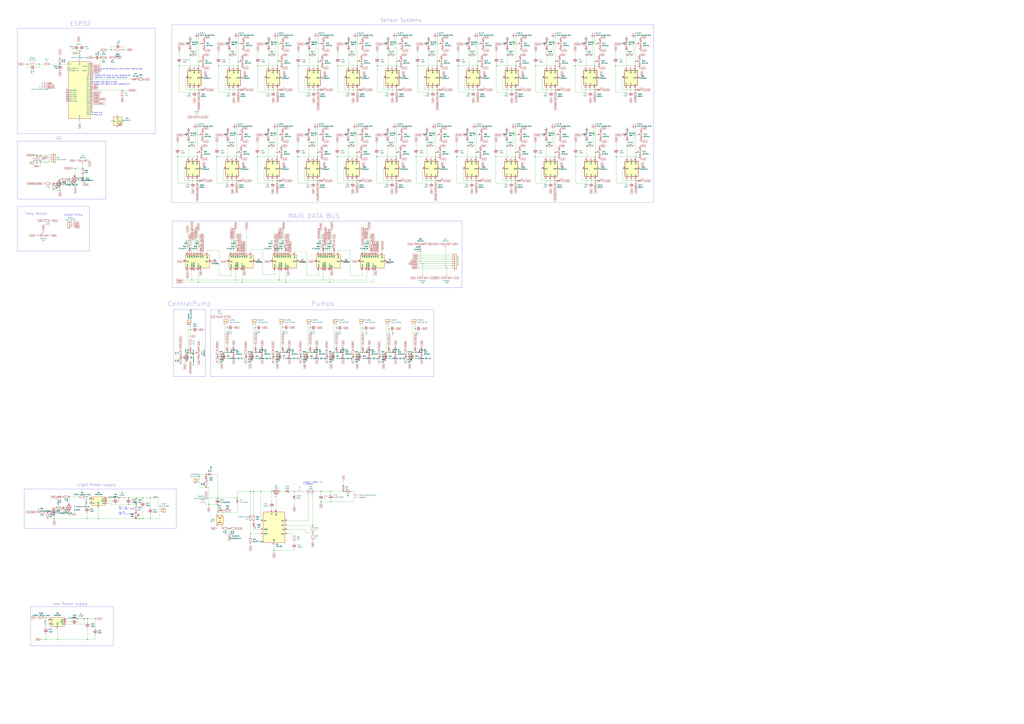
<source format=kicad_sch>
(kicad_sch (version 20230121) (generator eeschema)
  (paper "A0")
  (title_block (title "Plant Controller") (date "2020-12-21") (rev "0.4a") (company "C3MA"))
  (lib_symbols
    (symbol "74xx:74HC595"
      (property "Reference" "U" (at -7.62 13.97 0))
      (property "Value" "74HC595" (at -7.62 -16.51 0))
      (symbol "74HC595_1_0"
        (pin tri_state line (at 10.16 7.62 180) (length 2.54) (name "QB") (number "1"))
        (pin input line (at -10.16 2.54 0) (length 2.54) (name "~{SRCLR}") (number "10"))
        (pin input line (at -10.16 5.08 0) (length 2.54) (name "SRCLK") (number "11"))
        (pin input line (at -10.16 -2.54 0) (length 2.54) (name "RCLK") (number "12"))
        (pin input line (at -10.16 -5.08 0) (length 2.54) (name "~{OE}") (number "13"))
        (pin input line (at -10.16 10.16 0) (length 2.54) (name "SER") (number "14"))
        (pin tri_state line (at 10.16 10.16 180) (length 2.54) (name "QA") (number "15"))
        (pin power_in line (at 0 15.24 270) (length 2.54) (name "VCC") (number "16"))
        (pin tri_state line (at 10.16 5.08 180) (length 2.54) (name "QC") (number "2"))
        (pin tri_state line (at 10.16 2.54 180) (length 2.54) (name "QD") (number "3"))
        (pin tri_state line (at 10.16 0 180) (length 2.54) (name "QE") (number "4"))
        (pin tri_state line (at 10.16 -2.54 180) (length 2.54) (name "QF") (number "5"))
        (pin tri_state line (at 10.16 -5.08 180) (length 2.54) (name "QG") (number "6"))
        (pin tri_state line (at 10.16 -7.62 180) (length 2.54) (name "QH") (number "7"))
        (pin power_in line (at 0 -17.78 90) (length 2.54) (name "GND") (number "8"))
        (pin output line (at 10.16 -12.7 180) (length 2.54) (name "QH'") (number "9"))
      )
    )
    (symbol "CN3795:CN3795" (pin_names (offset 1.016))
      (property "Reference" "U" (at 5.08 18.542 0))
      (property "Value" "CN3795" (at 5.08 -20.32 0))
      (symbol "CN3795_0_0"
        (pin bidirectional line (at -2.54 20.32 270) (length 2.54) (name "VG") (number "1"))
        (pin bidirectional line (at 2.54 20.32 270) (length 2.54) (name "DRV") (number "10"))
        (pin bidirectional line (at 0 -20.32 90) (length 2.54) (name "GND") (number "2"))
        (pin bidirectional line (at -15.24 -2.54 0) (length 2.54) (name "~{CHRG}") (number "3"))
        (pin bidirectional line (at -15.24 -7.62 0) (length 2.54) (name "MPPT") (number "4"))
        (pin bidirectional line (at 15.24 -7.62 180) (length 2.54) (name "COM") (number "5"))
        (pin bidirectional line (at 15.24 -2.54 180) (length 2.54) (name "FB") (number "6"))
        (pin bidirectional line (at 15.24 2.54 180) (length 2.54) (name "BAT") (number "7"))
        (pin bidirectional line (at 15.24 7.62 180) (length 2.54) (name "CSP") (number "8"))
        (pin bidirectional line (at -15.24 7.62 0) (length 2.54) (name "VCC") (number "9"))
      )
    )
    (symbol "Connector:Conn_01x02_Male" (pin_names (offset 1.016) hide)
      (property "Reference" "J" (at 0 2.54 0))
      (property "Value" "Conn_01x02_Male" (at 0 -5.08 0))
      (symbol "Conn_01x02_Male_1_1"
        (pin passive line (at 5.08 0 180) (length 3.81) (name "Pin_1") (number "1"))
        (pin passive line (at 5.08 -2.54 180) (length 3.81) (name "Pin_2") (number "2"))
      )
    )
    (symbol "Connector:Conn_01x02_Pin" (pin_names (offset 1.016) hide)
      (property "Reference" "J" (at 0 2.54 0))
      (property "Value" "Conn_01x02_Pin" (at 0 -5.08 0))
      (symbol "Conn_01x02_Pin_1_1"
        (pin passive line (at 5.08 0 180) (length 3.81) (name "Pin_1") (number "1"))
        (pin passive line (at 5.08 -2.54 180) (length 3.81) (name "Pin_2") (number "2"))
      )
    )
    (symbol "Connector:Conn_01x02_Socket" (pin_names (offset 1.016) hide)
      (property "Reference" "J" (at 0 2.54 0))
      (property "Value" "Conn_01x02_Socket" (at 0 -5.08 0))
      (symbol "Conn_01x02_Socket_1_1"
        (pin passive line (at -5.08 0 0) (length 3.81) (name "Pin_1") (number "1"))
        (pin passive line (at -5.08 -2.54 0) (length 3.81) (name "Pin_2") (number "2"))
      )
    )
    (symbol "Connector:Conn_01x03_Male" (pin_names (offset 1.016) hide)
      (property "Reference" "J" (at 0 5.08 0))
      (property "Value" "Conn_01x03_Male" (at 0 -5.08 0))
      (symbol "Conn_01x03_Male_1_1"
        (pin passive line (at 5.08 2.54 180) (length 3.81) (name "Pin_1") (number "1"))
        (pin passive line (at 5.08 0 180) (length 3.81) (name "Pin_2") (number "2"))
        (pin passive line (at 5.08 -2.54 180) (length 3.81) (name "Pin_3") (number "3"))
      )
    )
    (symbol "Connector:TestPoint" (pin_numbers hide) (pin_names (offset 0.762) hide)
      (property "Reference" "TP" (at 0 6.858 0))
      (property "Value" "TestPoint" (at 0 5.08 0))
      (symbol "TestPoint_1_1"
        (pin passive line (at 0 0 90) (length 2.54) (name "1") (number "1"))
      )
    )
    (symbol "Connector_Generic:Conn_01x02" (pin_names (offset 1.016) hide)
      (property "Reference" "J" (at 0 2.54 0))
      (property "Value" "Conn_01x02" (at 0 -5.08 0))
      (symbol "Conn_01x02_1_1"
        (pin passive line (at -5.08 0 0) (length 3.81) (name "Pin_1") (number "1"))
        (pin passive line (at -5.08 -2.54 0) (length 3.81) (name "Pin_2") (number "2"))
      )
    )
    (symbol "Connector_Generic:Conn_01x03" (pin_names (offset 1.016) hide)
      (property "Reference" "J" (at 0 5.08 0))
      (property "Value" "Conn_01x03" (at 0 -5.08 0))
      (symbol "Conn_01x03_1_1"
        (pin passive line (at -5.08 2.54 0) (length 3.81) (name "Pin_1") (number "1"))
        (pin passive line (at -5.08 0 0) (length 3.81) (name "Pin_2") (number "2"))
        (pin passive line (at -5.08 -2.54 0) (length 3.81) (name "Pin_3") (number "3"))
      )
    )
    (symbol "Connector_Generic:Conn_01x04" (pin_names (offset 1.016) hide)
      (property "Reference" "J" (at 0 5.08 0))
      (property "Value" "Conn_01x04" (at 0 -7.62 0))
      (symbol "Conn_01x04_1_1"
        (pin passive line (at -5.08 2.54 0) (length 3.81) (name "Pin_1") (number "1"))
        (pin passive line (at -5.08 0 0) (length 3.81) (name "Pin_2") (number "2"))
        (pin passive line (at -5.08 -2.54 0) (length 3.81) (name "Pin_3") (number "3"))
        (pin passive line (at -5.08 -5.08 0) (length 3.81) (name "Pin_4") (number "4"))
      )
    )
    (symbol "Connector_Generic:Conn_01x07" (pin_names (offset 1.016) hide)
      (property "Reference" "J" (at 0 10.16 0))
      (property "Value" "Conn_01x07" (at 0 -10.16 0))
      (symbol "Conn_01x07_1_1"
        (pin passive line (at -5.08 7.62 0) (length 3.81) (name "Pin_1") (number "1"))
        (pin passive line (at -5.08 5.08 0) (length 3.81) (name "Pin_2") (number "2"))
        (pin passive line (at -5.08 2.54 0) (length 3.81) (name "Pin_3") (number "3"))
        (pin passive line (at -5.08 0 0) (length 3.81) (name "Pin_4") (number "4"))
        (pin passive line (at -5.08 -2.54 0) (length 3.81) (name "Pin_5") (number "5"))
        (pin passive line (at -5.08 -5.08 0) (length 3.81) (name "Pin_6") (number "6"))
        (pin passive line (at -5.08 -7.62 0) (length 3.81) (name "Pin_7") (number "7"))
      )
    )
    (symbol "D_1" (pin_numbers hide) (pin_names (offset 1.016) hide)
      (property "Reference" "D" (at 0 2.54 0))
      (property "Value" "D" (at 0 -2.54 0))
      (symbol "D_1_1_1"
        (pin passive line (at -3.81 0 0) (length 2.54) (name "K") (number "1"))
        (pin passive line (at 3.81 0 180) (length 2.54) (name "A") (number "2"))
      )
    )
    (symbol "Device:C" (pin_numbers hide) (pin_names (offset 0.254))
      (property "Reference" "C" (at 0.635 2.54 0))
      (property "Value" "C" (at 0.635 -2.54 0))
      (symbol "C_1_1"
        (pin passive line (at 0 3.81 270) (length 2.794) (name "~") (number "1"))
        (pin passive line (at 0 -3.81 90) (length 2.794) (name "~") (number "2"))
      )
    )
    (symbol "Device:C_Polarized" (pin_numbers hide) (pin_names (offset 0.254))
      (property "Reference" "C" (at 0.635 2.54 0))
      (property "Value" "C_Polarized" (at 0.635 -2.54 0))
      (symbol "C_Polarized_1_1"
        (pin passive line (at 0 3.81 270) (length 2.794) (name "~") (number "1"))
        (pin passive line (at 0 -3.81 90) (length 2.794) (name "~") (number "2"))
      )
    )
    (symbol "Device:D_Schottky" (pin_numbers hide) (pin_names (offset 1.016) hide)
      (property "Reference" "D" (at 0 2.54 0))
      (property "Value" "D_Schottky" (at 0 -2.54 0))
      (symbol "D_Schottky_1_1"
        (pin passive line (at -3.81 0 0) (length 2.54) (name "K") (number "1"))
        (pin passive line (at 3.81 0 180) (length 2.54) (name "A") (number "2"))
      )
    )
    (symbol "Device:D_Zener" (pin_numbers hide) (pin_names (offset 1.016) hide)
      (property "Reference" "D" (at 0 2.54 0))
      (property "Value" "D_Zener" (at 0 -2.54 0))
      (symbol "D_Zener_1_1"
        (pin passive line (at -3.81 0 0) (length 2.54) (name "K") (number "1"))
        (pin passive line (at 3.81 0 180) (length 2.54) (name "A") (number "2"))
      )
    )
    (symbol "Device:Fuse" (pin_numbers hide) (pin_names (offset 0))
      (property "Reference" "F" (at 2.032 0 90))
      (property "Value" "Fuse" (at -1.905 0 90))
      (symbol "Fuse_1_1"
        (pin passive line (at 0 3.81 270) (length 1.27) (name "~") (number "1"))
        (pin passive line (at 0 -3.81 90) (length 1.27) (name "~") (number "2"))
      )
    )
    (symbol "Device:L" (pin_numbers hide) (pin_names (offset 1.016) hide)
      (property "Reference" "L" (at -1.27 0 90))
      (property "Value" "L" (at 1.905 0 90))
      (symbol "L_1_1"
        (pin passive line (at 0 3.81 270) (length 1.27) (name "1") (number "1"))
        (pin passive line (at 0 -3.81 90) (length 1.27) (name "2") (number "2"))
      )
    )
    (symbol "Device:LED" (pin_numbers hide) (pin_names (offset 1.016) hide)
      (property "Reference" "D" (at 0 2.54 0))
      (property "Value" "LED" (at 0 -2.54 0))
      (symbol "LED_1_1"
        (pin passive line (at -3.81 0 0) (length 2.54) (name "K") (number "1"))
        (pin passive line (at 3.81 0 180) (length 2.54) (name "A") (number "2"))
      )
    )
    (symbol "Device:R" (pin_numbers hide) (pin_names (offset 0))
      (property "Reference" "R" (at 2.032 0 90))
      (property "Value" "R" (at 0 0 90))
      (symbol "R_1_1"
        (pin passive line (at 0 3.81 270) (length 1.27) (name "~") (number "1"))
        (pin passive line (at 0 -3.81 90) (length 1.27) (name "~") (number "2"))
      )
    )
    (symbol "Device:R_Potentiometer" (pin_names (offset 1.016) hide)
      (property "Reference" "RV" (at -4.445 0 90))
      (property "Value" "R_Potentiometer" (at -2.54 0 90))
      (symbol "R_Potentiometer_1_1"
        (pin passive line (at 0 3.81 270) (length 1.27) (name "1") (number "1"))
        (pin passive line (at 3.81 0 180) (length 1.27) (name "2") (number "2"))
        (pin passive line (at 0 -3.81 90) (length 1.27) (name "3") (number "3"))
      )
    )
    (symbol "Device:R_Shunt" (pin_numbers hide) (pin_names (offset 0))
      (property "Reference" "R" (at -4.445 0 90))
      (property "Value" "R_Shunt" (at -2.54 0 90))
      (symbol "R_Shunt_1_1"
        (pin passive line (at 0 5.08 270) (length 2.54) (name "1") (number "1"))
        (pin passive line (at 3.81 2.54 180) (length 2.54) (name "2") (number "2"))
        (pin passive line (at 3.81 -2.54 180) (length 2.54) (name "3") (number "3"))
        (pin passive line (at 0 -5.08 90) (length 2.54) (name "4") (number "4"))
      )
    )
    (symbol "Diode:BAS40-04" (pin_names (offset 1.016))
      (property "Reference" "D" (at 0.635 -1.27 0))
      (property "Value" "BAS40-04" (at -6.35 5.715 0))
      (symbol "BAS40-04_1_1"
        (pin passive line (at -7.62 2.54 0) (length 3.81) (name "~") (number "1"))
        (pin passive line (at 7.62 2.54 180) (length 3.81) (name "~") (number "2"))
        (pin passive line (at 0 -2.54 90) (length 5.08) (name "~") (number "3"))
      )
    )
    (symbol "Diode:BAT54S" (pin_names (offset 0))
      (property "Reference" "D" (at 2.54 -5.08 0))
      (property "Value" "BAT54S" (at -6.35 3.175 0))
      (symbol "BAT54S_1_1"
        (pin passive line (at -7.62 0 0) (length 3.81) (name "A") (number "1"))
        (pin passive line (at 7.62 0 180) (length 3.81) (name "K") (number "2"))
        (pin passive line (at 0 -5.08 90) (length 5.08) (name "COM") (number "3"))
      )
    )
    (symbol "ESP32-DEVKITC-32D:SL2300" (pin_names (offset 1.016))
      (property "Reference" "Q" (at 0 0 0))
      (property "Value" "SL2300" (at 7.62 0 0))
      (symbol "SL2300_1_1"
        (pin input line (at -6.35 0 0) (length 2.54) (name "G") (number "1"))
        (pin passive line (at 1.27 -5.08 90) (length 2.54) (name "S") (number "2"))
        (pin passive line (at 1.27 5.08 270) (length 2.54) (name "D") (number "3"))
      )
    )
    (symbol "Isolator:PC817" (pin_names (offset 1.016))
      (property "Reference" "U" (at -5.08 5.08 0))
      (property "Value" "PC817" (at 0 5.08 0))
      (symbol "PC817_1_1"
        (pin passive line (at -7.62 2.54 0) (length 2.54) (name "~") (number "1"))
        (pin passive line (at -7.62 -2.54 0) (length 2.54) (name "~") (number "2"))
        (pin passive line (at 7.62 -2.54 180) (length 2.54) (name "~") (number "3"))
        (pin passive line (at 7.62 2.54 180) (length 2.54) (name "~") (number "4"))
      )
    )
    (symbol "LED:WS2812B" (pin_names (offset 0.254))
      (property "Reference" "D" (at 5.08 5.715 0))
      (property "Value" "WS2812B" (at 1.27 -5.715 0))
      (symbol "WS2812B_0_0"
        (text "RGB" (at 2.286 -4.191 0) (effects (font (size 0.762 0.762))))
      )
      (symbol "WS2812B_1_1"
        (pin power_in line (at 0 7.62 270) (length 2.54) (name "VDD") (number "1"))
        (pin output line (at 7.62 0 180) (length 2.54) (name "DOUT") (number "2"))
        (pin power_in line (at 0 -7.62 90) (length 2.54) (name "VSS") (number "3"))
        (pin input line (at -7.62 0 0) (length 2.54) (name "DIN") (number "4"))
      )
    )
    (symbol "RF_Module:ESP32-WROOM-32D"
      (property "Reference" "U" (at -12.7 34.29 0))
      (property "Value" "ESP32-WROOM-32D" (at 1.27 34.29 0))
      (symbol "ESP32-WROOM-32D_1_1"
        (pin power_in line (at 0 -35.56 90) (length 2.54) (name "GND") (number "1"))
        (pin bidirectional line (at 15.24 -12.7 180) (length 2.54) (name "IO25") (number "10"))
        (pin bidirectional line (at 15.24 -15.24 180) (length 2.54) (name "IO26") (number "11"))
        (pin bidirectional line (at 15.24 -17.78 180) (length 2.54) (name "IO27") (number "12"))
        (pin bidirectional line (at 15.24 10.16 180) (length 2.54) (name "IO14") (number "13"))
        (pin bidirectional line (at 15.24 15.24 180) (length 2.54) (name "IO12") (number "14"))
        (pin passive line (at 0 -35.56 90) (length 2.54) hide (name "GND") (number "15"))
        (pin bidirectional line (at 15.24 12.7 180) (length 2.54) (name "IO13") (number "16"))
        (pin bidirectional line (at -15.24 -5.08 0) (length 2.54) (name "SHD/SD2") (number "17"))
        (pin bidirectional line (at -15.24 -7.62 0) (length 2.54) (name "SWP/SD3") (number "18"))
        (pin bidirectional line (at -15.24 -12.7 0) (length 2.54) (name "SCS/CMD") (number "19"))
        (pin power_in line (at 0 35.56 270) (length 2.54) (name "VDD") (number "2"))
        (pin bidirectional line (at -15.24 -10.16 0) (length 2.54) (name "SCK/CLK") (number "20"))
        (pin bidirectional line (at -15.24 0 0) (length 2.54) (name "SDO/SD0") (number "21"))
        (pin bidirectional line (at -15.24 -2.54 0) (length 2.54) (name "SDI/SD1") (number "22"))
        (pin bidirectional line (at 15.24 7.62 180) (length 2.54) (name "IO15") (number "23"))
        (pin bidirectional line (at 15.24 25.4 180) (length 2.54) (name "IO2") (number "24"))
        (pin bidirectional line (at 15.24 30.48 180) (length 2.54) (name "IO0") (number "25"))
        (pin bidirectional line (at 15.24 20.32 180) (length 2.54) (name "IO4") (number "26"))
        (pin bidirectional line (at 15.24 5.08 180) (length 2.54) (name "IO16") (number "27"))
        (pin bidirectional line (at 15.24 2.54 180) (length 2.54) (name "IO17") (number "28"))
        (pin bidirectional line (at 15.24 17.78 180) (length 2.54) (name "IO5") (number "29"))
        (pin input line (at -15.24 30.48 0) (length 2.54) (name "EN") (number "3"))
        (pin bidirectional line (at 15.24 0 180) (length 2.54) (name "IO18") (number "30"))
        (pin bidirectional line (at 15.24 -2.54 180) (length 2.54) (name "IO19") (number "31"))
        (pin no_connect line (at -12.7 -27.94 0) (length 2.54) hide (name "NC") (number "32"))
        (pin bidirectional line (at 15.24 -5.08 180) (length 2.54) (name "IO21") (number "33"))
        (pin bidirectional line (at 15.24 22.86 180) (length 2.54) (name "RXD0/IO3") (number "34"))
        (pin bidirectional line (at 15.24 27.94 180) (length 2.54) (name "TXD0/IO1") (number "35"))
        (pin bidirectional line (at 15.24 -7.62 180) (length 2.54) (name "IO22") (number "36"))
        (pin bidirectional line (at 15.24 -10.16 180) (length 2.54) (name "IO23") (number "37"))
        (pin passive line (at 0 -35.56 90) (length 2.54) hide (name "GND") (number "38"))
        (pin passive line (at 0 -35.56 90) (length 2.54) hide (name "GND") (number "39"))
        (pin input line (at -15.24 25.4 0) (length 2.54) (name "SENSOR_VP") (number "4"))
        (pin input line (at -15.24 22.86 0) (length 2.54) (name "SENSOR_VN") (number "5"))
        (pin input line (at 15.24 -25.4 180) (length 2.54) (name "IO34") (number "6"))
        (pin input line (at 15.24 -27.94 180) (length 2.54) (name "IO35") (number "7"))
        (pin bidirectional line (at 15.24 -20.32 180) (length 2.54) (name "IO32") (number "8"))
        (pin bidirectional line (at 15.24 -22.86 180) (length 2.54) (name "IO33") (number "9"))
      )
    )
    (symbol "Regulator_Switching:AP63205WU"
      (property "Reference" "U" (at -7.62 6.35 0))
      (property "Value" "AP63205WU" (at 2.54 6.35 0))
      (symbol "AP63205WU_1_1"
        (pin input line (at 10.16 -2.54 180) (length 2.54) (name "FB") (number "1"))
        (pin input line (at -10.16 -2.54 0) (length 2.54) (name "EN") (number "2"))
        (pin power_in line (at -10.16 2.54 0) (length 2.54) (name "IN") (number "3"))
        (pin power_in line (at 0 -7.62 90) (length 2.54) (name "GND") (number "4"))
        (pin output line (at 10.16 2.54 180) (length 2.54) (name "SW") (number "5"))
        (pin passive line (at 10.16 0 180) (length 2.54) (name "BST") (number "6"))
      )
    )
    (symbol "Simulation_SPICE:PMOS" (pin_numbers hide) (pin_names (offset 0))
      (property "Reference" "Q" (at 5.08 1.27 0))
      (property "Value" "PMOS" (at 5.08 -1.27 0))
      (symbol "PMOS_1_1"
        (pin passive line (at 2.54 5.08 270) (length 2.54) (name "D") (number "1"))
        (pin input line (at -5.08 0 0) (length 2.54) (name "G") (number "2"))
        (pin passive line (at 2.54 -5.08 90) (length 2.54) (name "S") (number "3"))
      )
    )
    (symbol "Switch:SW_Push" (pin_numbers hide) (pin_names (offset 1.016) hide)
      (property "Reference" "SW" (at 1.27 2.54 0))
      (property "Value" "SW_Push" (at 0 -1.524 0))
      (symbol "SW_Push_0_1"
        (pin passive line (at -5.08 0 0) (length 2.54) (name "1") (number "1"))
        (pin passive line (at 5.08 0 180) (length 2.54) (name "2") (number "2"))
      )
    )
    (symbol "Timer:TLC555xP"
      (property "Reference" "U" (at -10.16 8.89 0))
      (property "Value" "TLC555xP" (at 2.54 8.89 0))
      (symbol "TLC555xP_0_0"
        (pin power_in line (at 0 -10.16 90) (length 2.54) (name "GND") (number "1"))
        (pin power_in line (at 0 10.16 270) (length 2.54) (name "VCC") (number "8"))
      )
      (symbol "TLC555xP_1_1"
        (pin input line (at -12.7 5.08 0) (length 3.81) (name "TR") (number "2"))
        (pin output line (at 12.7 5.08 180) (length 3.81) (name "Q") (number "3"))
        (pin input inverted (at -12.7 -5.08 0) (length 3.81) (name "R") (number "4"))
        (pin input line (at -12.7 0 0) (length 3.81) (name "CV") (number "5"))
        (pin input line (at 12.7 -5.08 180) (length 3.81) (name "THR") (number "6"))
        (pin input line (at 12.7 0 180) (length 3.81) (name "DIS") (number "7"))
      )
    )
    (symbol "Transistor_FET:BSS84" (pin_names hide)
      (property "Reference" "Q" (at 5.08 1.905 0))
      (property "Value" "BSS84" (at 5.08 0 0))
      (symbol "BSS84_1_1"
        (pin input line (at -5.08 0 0) (length 2.54) (name "G") (number "1"))
        (pin passive line (at 2.54 -5.08 90) (length 2.54) (name "S") (number "2"))
        (pin passive line (at 2.54 5.08 270) (length 2.54) (name "D") (number "3"))
      )
    )
  )
  (junction (at 242.57 586.105))
  (junction (at 460.756 104.394))
  (junction (at 415.036 76.454))
  (junction (at 110.49 718.82))
  (junction (at 738.378 182.118))
  (junction (at 318.135 639.445))
  (junction (at 100.965 577.215))
  (junction (at 228.346 51.054))
  (junction (at 276.606 76.454))
  (junction (at 274.066 51.054))
  (junction (at 261.112 409.448))
  (junction (at 321.818 177.038))
  (junction (at 322.326 76.454))
  (junction (at 390.652 409.448))
  (junction (at 239.268 566.293))
  (junction (at 143.256 57.912))
  (junction (at 239.268 551.053))
  (junction (at 552.196 51.054))
  (junction (at 437.896 76.454))
  (junction (at 321.818 210.058))
  (junction (at 100.965 602.615))
  (junction (at 230.378 327.914))
  (junction (at 598.678 210.058))
  (junction (at 667.766 76.454))
  (junction (at 372.745 582.93))
  (junction (at 490.728 306.324))
  (junction (at 384.175 570.865))
  (junction (at 621.538 182.118))
  (junction (at 226.568 156.718))
  (junction (at 507.746 76.454))
  (junction (at 552.958 182.118))
  (junction (at 488.188 292.354))
  (junction (at 104.267 579.755))
  (junction (at 415.036 104.394))
  (junction (at 642.366 51.054))
  (junction (at 368.808 210.058))
  (junction (at 346.456 76.454))
  (junction (at 218.44 410.21))
  (junction (at 360.172 380.746))
  (junction (at 505.206 51.054))
  (junction (at 482.092 409.448))
  (junction (at 599.186 71.374))
  (junction (at 328.422 380.492))
  (junction (at 690.626 71.374))
  (junction (at 264.668 169.418))
  (junction (at 165.735 578.485))
  (junction (at 348.742 414.528))
  (junction (at 421.132 409.448))
  (junction (at 457.708 156.718))
  (junction (at 274.828 177.038))
  (junction (at 598.678 177.038))
  (junction (at 483.108 182.118))
  (junction (at 62.865 602.615))
  (junction (at 45.466 74.422))
  (junction (at 450.596 63.754))
  (junction (at 73.025 589.915))
  (junction (at 141.859 104.902))
  (junction (at 263.652 409.448))
  (junction (at 42.926 180.34))
  (junction (at 114.3 602.615))
  (junction (at 87.376 215.9))
  (junction (at 497.586 63.754))
  (junction (at 92.456 59.182))
  (junction (at 31.496 74.422))
  (junction (at 79.756 208.28))
  (junction (at 449.072 409.448))
  (junction (at 554.736 104.394))
  (junction (at 229.108 210.058))
  (junction (at 158.115 602.615))
  (junction (at 634.238 169.418))
  (junction (at 294.132 409.448))
  (junction (at 530.098 182.118))
  (junction (at 299.466 76.454))
  (junction (at 229.108 177.038))
  (junction (at 404.368 169.418))
  (junction (at 285.242 414.528))
  (junction (at 622.046 76.454))
  (junction (at 319.786 51.054))
  (junction (at 149.225 578.485))
  (junction (at 668.528 182.118))
  (junction (at 360.172 409.448))
  (junction (at 437.388 182.118))
  (junction (at 421.132 381.254))
  (junction (at 341.63 570.865))
  (junction (at 252.73 578.485))
  (junction (at 404.876 63.754))
  (junction (at 331.978 327.914))
  (junction (at 161.925 602.615))
  (junction (at 363.22 610.235))
  (junction (at 272.288 156.718))
  (junction (at 738.378 210.058))
  (junction (at 252.222 414.528))
  (junction (at 369.316 104.394))
  (junction (at 507.746 71.374))
  (junction (at 737.616 71.374))
  (junction (at 460.248 177.038))
  (junction (at 53.34 742.95))
  (junction (at 596.138 156.718))
  (junction (at 575.818 182.118))
  (junction (at 727.456 63.754))
  (junction (at 458.216 51.054))
  (junction (at 273.558 325.374))
  (junction (at 372.745 570.865))
  (junction (at 507.746 104.394))
  (junction (at 390.652 381))
  (junction (at 252.73 586.105))
  (junction (at 398.78 570.865))
  (junction (at 691.388 182.118))
  (junction (at 137.795 578.485))
  (junction (at 375.158 325.374))
  (junction (at 384.175 582.93))
  (junction (at 388.112 409.448))
  (junction (at 542.798 169.418))
  (junction (at 552.958 177.038))
  (junction (at 266.446 63.754))
  (junction (at 312.166 63.754))
  (junction (at 315.595 570.865))
  (junction (at 96.266 195.58))
  (junction (at 366.776 51.054))
  (junction (at 598.678 182.118))
  (junction (at 116.586 66.802))
  (junction (at 206.248 182.118))
  (junction (at 644.398 177.038))
  (junction (at 495.808 169.418))
  (junction (at 738.378 177.038))
  (junction (at 66.802 742.95))
  (junction (at 222.758 325.374))
  (junction (at 409.702 414.528))
  (junction (at 517.398 308.864))
  (junction (at 369.316 71.374))
  (junction (at 80.645 577.215))
  (junction (at 644.398 210.058))
  (junction (at 97.79 718.82))
  (junction (at 392.176 76.454))
  (junction (at 298.958 182.118))
  (junction (at 550.418 156.718))
  (junction (at 680.466 63.754))
  (junction (at 230.886 76.454))
  (junction (at 275.59 578.485))
  (junction (at 294.64 570.865))
  (junction (at 69.596 220.98))
  (junction (at 460.248 210.058))
  (junction (at 735.838 156.718))
  (junction (at 316.992 414.528))
  (junction (at 531.876 76.454))
  (junction (at 46.736 180.34))
  (junction (at 411.988 156.718))
  (junction (at 230.886 104.394))
  (junction (at 56.642 720.09))
  (junction (at 737.616 104.394))
  (junction (at 220.726 63.754))
  (junction (at 415.036 71.374))
  (junction (at 158.115 586.105))
  (junction (at 345.948 182.118))
  (junction (at 688.086 51.054))
  (junction (at 544.576 63.754))
  (junction (at 690.626 104.394))
  (junction (at 599.186 104.394))
  (junction (at 588.518 169.418))
  (junction (at 451.612 381.762))
  (junction (at 737.616 76.454))
  (junction (at 479.552 409.448))
  (junction (at 276.606 104.394))
  (junction (at 129.286 57.912))
  (junction (at 274.828 210.058))
  (junction (at 358.648 169.418))
  (junction (at 276.606 71.374))
  (junction (at 505.968 210.058))
  (junction (at 296.672 409.448))
  (junction (at 174.625 602.615))
  (junction (at 44.704 594.995))
  (junction (at 319.278 156.718))
  (junction (at 363.22 619.125))
  (junction (at 302.895 570.865))
  (junction (at 290.83 570.865))
  (junction (at 460.756 71.374))
  (junction (at 450.088 169.418))
  (junction (at 158.115 578.485))
  (junction (at 505.968 182.118))
  (junction (at 149.225 586.105))
  (junction (at 470.662 414.528))
  (junction (at 251.968 182.118))
  (junction (at 691.388 210.058))
  (junction (at 296.672 380.746))
  (junction (at 208.026 76.454))
  (junction (at 274.828 182.118))
  (junction (at 484.886 76.454))
  (junction (at 644.398 182.118))
  (junction (at 322.326 71.374))
  (junction (at 382.778 327.914))
  (junction (at 391.668 182.118))
  (junction (at 728.218 169.418))
  (junction (at 596.646 51.054))
  (junction (at 253.746 76.454))
  (junction (at 691.388 177.038))
  (junction (at 61.976 213.36))
  (junction (at 322.326 104.394))
  (junction (at 359.156 63.754))
  (junction (at 321.818 182.118))
  (junction (at 80.645 597.535))
  (junction (at 451.612 409.448))
  (junction (at 460.248 182.118))
  (junction (at 505.968 177.038))
  (junction (at 324.358 325.374))
  (junction (at 87.376 195.58))
  (junction (at 366.268 156.718))
  (junction (at 42.926 189.23))
  (junction (at 263.652 380.492))
  (junction (at 634.746 63.754))
  (junction (at 101.6 742.95))
  (junction (at 290.83 620.395))
  (junction (at 220.98 383.032))
  (junction (at 230.886 71.374))
  (junction (at 53.34 717.55))
  (junction (at 554.736 71.374))
  (junction (at 715.518 182.118))
  (junction (at 440.182 414.528))
  (junction (at 735.076 51.054))
  (junction (at 165.735 602.615))
  (junction (at 554.736 76.454))
  (junction (at 599.186 76.454))
  (junction (at 482.092 381.762))
  (junction (at 311.658 169.418))
  (junction (at 412.496 51.054))
  (junction (at 379.222 414.528))
  (junction (at 101.6 718.82))
  (junction (at 414.528 210.058))
  (junction (at 460.756 76.454))
  (junction (at 90.17 718.82))
  (junction (at 552.958 210.058))
  (junction (at 589.026 63.754))
  (junction (at 503.428 156.718))
  (junction (at 644.906 76.454))
  (junction (at 229.108 182.118))
  (junction (at 209.55 415.29))
  (junction (at 369.316 76.454))
  (junction (at 281.178 327.914))
  (junction (at 174.625 578.485))
  (junction (at 55.245 594.995))
  (junction (at 328.422 409.448))
  (junction (at 488.188 303.784))
  (junction (at 690.626 76.454))
  (junction (at 644.906 71.374))
  (junction (at 688.848 156.718))
  (junction (at 220.98 410.21))
  (junction (at 714.756 76.454))
  (junction (at 69.596 74.422))
  (junction (at 46.736 187.96))
  (junction (at 92.456 61.722))
  (junction (at 418.592 409.448))
  (junction (at 518.668 311.404))
  (junction (at 368.808 182.118))
  (junction (at 91.186 51.562))
  (junction (at 325.882 409.448))
  (junction (at 266.065 614.045))
  (junction (at 414.528 182.118))
  (junction (at 576.326 76.454))
  (junction (at 414.528 177.038))
  (junction (at 368.808 177.038))
  (junction (at 644.906 104.394))
  (junction (at 641.858 156.718))
  (junction (at 681.228 169.418))
  (junction (at 218.948 169.418))
  (junction (at 357.632 409.448))
  (no_connect (at 681.228 149.098))
  (no_connect (at 359.156 43.434))
  (no_connect (at 107.696 132.842))
  (no_connect (at 77.216 107.442))
  (no_connect (at 634.238 149.098))
  (no_connect (at 225.298 313.944))
  (no_connect (at 404.368 149.098))
  (no_connect (at 107.696 97.282))
  (no_connect (at 107.696 87.122))
  (no_connect (at 326.898 313.944))
  (no_connect (at 77.216 112.522))
  (no_connect (at 495.808 149.098))
  (no_connect (at 77.216 117.602))
  (no_connect (at 107.696 89.662))
  (no_connect (at 634.746 43.434))
  (no_connect (at 264.668 149.098))
  (no_connect (at 77.216 104.902))
  (no_connect (at 107.696 94.742))
  (no_connect (at 107.696 130.302))
  (no_connect (at 728.218 149.098))
  (no_connect (at 680.466 43.434))
  (no_connect (at 358.648 149.098))
  (no_connect (at 312.166 43.434))
  (no_connect (at 266.446 43.434))
  (no_connect (at 727.456 43.434))
  (no_connect (at 428.498 313.944))
  (no_connect (at 450.596 43.434))
  (no_connect (at 450.088 149.098))
  (no_connect (at 377.698 313.944))
  (no_connect (at 311.658 149.098))
  (no_connect (at 497.586 43.434))
  (no_connect (at 77.216 115.062))
  (no_connect (at 589.026 43.434))
  (no_connect (at 77.216 109.982))
  (no_connect (at 404.876 43.434))
  (no_connect (at 220.726 43.434))
  (no_connect (at 588.518 149.098))
  (no_connect (at 544.576 43.434))
  (no_connect (at 542.798 149.098))
  (no_connect (at 218.948 149.098))
  (wire (pts (xy 42.926 189.23) (xy 42.926 187.96)))
  (wire (pts (xy 76.962 720.09) (xy 76.962 718.82)))
  (wire (pts (xy 406.908 320.294) (xy 420.878 320.294)))
  (wire (pts (xy 220.726 103.124) (xy 220.726 106.934)))
  (wire (pts (xy 261.366 90.424) (xy 261.366 104.394)))
  (wire (pts (xy 311.658 164.338) (xy 311.658 169.418)))
  (wire (pts (xy 274.828 149.098) (xy 274.828 177.038)))
  (wire (pts (xy 133.096 54.102) (xy 129.286 54.102)))
  (wire (pts (xy 183.515 591.82) (xy 183.515 578.485)))
  (wire (pts (xy 451.612 381.762) (xy 451.612 386.588)))
  (wire (pts (xy 385.318 266.954) (xy 385.318 293.624)))
  (wire (pts (xy 275.59 570.865) (xy 275.59 578.485)))
  (wire (pts (xy 588.518 169.418) (xy 588.518 183.388)))
  (wire (pts (xy 322.326 43.434) (xy 322.326 71.374)))
  (wire (pts (xy 228.346 51.054) (xy 232.156 51.054)))
  (wire (pts (xy 274.828 210.058) (xy 274.828 211.328)))
  (wire (pts (xy 354.076 90.424) (xy 354.076 104.394)))
  (wire (pts (xy 629.158 210.058) (xy 644.398 210.058)))
  (wire (pts (xy 420.878 320.294) (xy 420.878 313.944)))
  (wire (pts (xy 322.072 419.608) (xy 322.072 422.148)))
  (wire (pts (xy 56.896 185.42) (xy 58.166 185.42)))
  (wire (pts (xy 695.706 90.424) (xy 698.246 90.424)))
  (wire (pts (xy 263.652 377.698) (xy 263.652 380.492)))
  (wire (pts (xy 253.746 76.454) (xy 253.746 73.914)))
  (wire (pts (xy 92.456 59.182) (xy 94.996 59.182)))
  (wire (pts (xy 218.948 212.598) (xy 206.248 212.598)))
  (wire (pts (xy 231.648 551.053) (xy 239.268 551.053)))
  (wire (pts (xy 392.176 106.934) (xy 392.176 76.454)))
  (wire (pts (xy 359.156 106.934) (xy 346.456 106.934)))
  (wire (pts (xy 634.746 103.124) (xy 634.746 106.934)))
  (wire (pts (xy 485.648 308.864) (xy 517.398 308.864)))
  (wire (pts (xy 478.282 419.608) (xy 475.742 419.608)))
  (wire (pts (xy 495.808 212.598) (xy 483.108 212.598)))
  (wire (pts (xy 302.895 605.155) (xy 302.895 570.865)))
  (wire (pts (xy 230.886 76.454) (xy 230.886 77.724)))
  (wire (pts (xy 185.42 602.615) (xy 185.42 594.36)))
  (wire (pts (xy 110.49 718.82) (xy 110.49 730.25)))
  (wire (pts (xy 467.868 194.818) (xy 467.868 196.088)))
  (wire (pts (xy 41.656 180.34) (xy 42.926 180.34)))
  (wire (pts (xy 399.796 104.394) (xy 415.036 104.394)))
  (wire (pts (xy 738.378 182.118) (xy 738.378 183.388)))
  (wire (pts (xy 390.652 409.448) (xy 388.112 409.448)))
  (wire (pts (xy 322.326 71.374) (xy 322.326 76.454)))
  (wire (pts (xy 422.148 194.818) (xy 422.148 196.088)))
  (wire (pts (xy 737.616 103.124) (xy 737.616 104.394)))
  (wire (pts (xy 320.675 578.485) (xy 320.675 592.455)))
  (wire (pts (xy 644.398 210.058) (xy 644.398 211.328)))
  (wire (pts (xy 470.662 413.258) (xy 470.662 414.528)))
  (wire (pts (xy 404.876 103.124) (xy 404.876 106.934)))
  (wire (pts (xy 450.088 164.338) (xy 450.088 169.418)))
  (wire (pts (xy 490.728 196.088) (xy 490.728 210.058)))
  (wire (pts (xy 437.896 76.454) (xy 437.896 73.914)))
  (wire (pts (xy 737.616 104.394) (xy 737.616 105.664)))
  (wire (pts (xy 735.838 156.718) (xy 739.648 156.718)))
  (wire (pts (xy 161.925 602.615) (xy 165.735 602.615)))
  (wire (pts (xy 217.678 270.764) (xy 217.678 293.624)))
  (wire (pts (xy 87.376 195.58) (xy 87.376 203.2)))
  (wire (pts (xy 539.496 90.424) (xy 539.496 104.394)))
  (wire (pts (xy 220.98 419.608) (xy 220.98 410.21)))
  (wire (pts (xy 329.438 194.818) (xy 329.438 196.088)))
  (wire (pts (xy 537.718 196.088) (xy 537.718 210.058)))
  (wire (pts (xy 604.266 90.424) (xy 606.806 90.424)))
  (wire (pts (xy 345.948 182.118) (xy 345.948 179.578)))
  (wire (pts (xy 62.865 602.615) (xy 100.965 602.615)))
  (wire (pts (xy 61.976 220.98) (xy 69.596 220.98)))
  (wire (pts (xy 276.606 43.434) (xy 276.606 71.374)))
  (wire (pts (xy 512.826 90.424) (xy 515.366 90.424)))
  (wire (pts (xy 174.625 597.535) (xy 174.625 602.615)))
  (wire (pts (xy 346.456 76.454) (xy 369.316 76.454)))
  (wire (pts (xy 114.3 602.615) (xy 114.3 589.915)))
  (wire (pts (xy 517.398 308.864) (xy 523.748 308.864)))
  (wire (pts (xy 315.595 570.865) (xy 315.595 582.93)))
  (wire (pts (xy 714.756 76.454) (xy 714.756 73.914)))
  (wire (pts (xy 298.958 165.608) (xy 298.958 171.958)))
  (wire (pts (xy 680.466 106.934) (xy 667.766 106.934)))
  (wire (pts (xy 259.588 210.058) (xy 274.828 210.058)))
  (wire (pts (xy 409.702 413.258) (xy 409.702 414.528)))
  (wire (pts (xy 328.422 380.492) (xy 328.422 385.318)))
  (wire (pts (xy 737.616 43.434) (xy 737.616 71.374)))
  (wire (pts (xy 271.526 103.124) (xy 271.526 105.664)))
  (wire (pts (xy 324.358 313.944) (xy 324.358 325.374)))
  (wire (pts (xy 254.508 291.084) (xy 254.508 320.294)))
  (wire (pts (xy 128.905 584.835) (xy 128.905 586.105)))
  (wire (pts (xy 392.938 293.624) (xy 392.938 291.084)))
  (wire (pts (xy 415.036 104.394) (xy 415.036 105.664)))
  (wire (pts (xy 341.63 570.865) (xy 341.63 574.04)))
  (wire (pts (xy 485.648 306.324) (xy 490.728 306.324)))
  (wire (pts (xy 364.236 103.124) (xy 364.236 105.664)))
  (wire (pts (xy 279.908 196.088) (xy 282.448 196.088)))
  (wire (pts (xy 392.938 291.084) (xy 406.908 291.084)))
  (wire (pts (xy 675.386 90.424) (xy 675.386 104.394)))
  (wire (pts (xy 321.818 182.118) (xy 321.818 183.388)))
  (wire (pts (xy 265.43 614.045) (xy 266.065 614.045)))
  (wire (pts (xy 372.745 570.865) (xy 365.76 570.865)))
  (wire (pts (xy 484.886 76.454) (xy 507.746 76.454)))
  (wire (pts (xy 417.322 419.608) (xy 414.782 419.608)))
  (wire (pts (xy 542.798 169.418) (xy 542.798 183.388)))
  (wire (pts (xy 550.418 149.098) (xy 550.418 156.718)))
  (wire (pts (xy 92.456 59.182) (xy 92.456 61.722)))
  (wire (pts (xy 324.612 419.608) (xy 322.072 419.608)))
  (wire (pts (xy 104.14 579.755) (xy 104.267 579.755)))
  (wire (pts (xy 58.166 74.422) (xy 69.596 74.422)))
  (wire (pts (xy 305.308 289.814) (xy 305.308 319.024)))
  (wire (pts (xy 358.648 212.598) (xy 345.948 212.598)))
  (wire (pts (xy 316.992 413.258) (xy 316.992 414.528)))
  (wire (pts (xy 691.388 149.098) (xy 691.388 177.038)))
  (wire (pts (xy 560.578 194.818) (xy 560.578 196.088)))
  (wire (pts (xy 290.83 570.865) (xy 294.64 570.865)))
  (wire (pts (xy 131.826 57.912) (xy 129.286 57.912)))
  (wire (pts (xy 530.098 212.598) (xy 530.098 182.118)))
  (wire (pts (xy 681.228 212.598) (xy 668.528 212.598)))
  (wire (pts (xy 341.63 581.66) (xy 341.63 588.01)))
  (wire (pts (xy 53.34 717.55) (xy 56.642 717.55)))
  (wire (pts (xy 100.965 596.265) (xy 100.965 602.615)))
  (wire (pts (xy 342.138 292.354) (xy 356.108 292.354)))
  (wire (pts (xy 552.196 51.054) (xy 556.006 51.054)))
  (wire (pts (xy 263.652 409.448) (xy 266.192 409.448)))
  (wire (pts (xy 97.79 718.82) (xy 101.6 718.82)))
  (wire (pts (xy 366.776 51.054) (xy 366.776 63.754)))
  (wire (pts (xy 239.268 566.293) (xy 242.57 566.293)))
  (wire (pts (xy 96.266 191.77) (xy 96.266 195.58)))
  (wire (pts (xy 688.086 51.054) (xy 691.896 51.054)))
  (wire (pts (xy 723.138 210.058) (xy 738.378 210.058)))
  (wire (pts (xy 318.135 633.095) (xy 318.135 639.445)))
  (wire (pts (xy 261.366 104.394) (xy 276.606 104.394)))
  (wire (pts (xy 276.606 103.124) (xy 276.606 104.394)))
  (wire (pts (xy 596.138 156.718) (xy 596.138 169.418)))
  (wire (pts (xy 505.206 51.054) (xy 509.016 51.054)))
  (wire (pts (xy 382.778 327.914) (xy 433.578 327.914)))
  (wire (pts (xy 69.596 74.422) (xy 77.216 74.422)))
  (wire (pts (xy 110.49 718.82) (xy 111.76 718.82)))
  (wire (pts (xy 513.588 194.818) (xy 513.588 196.088)))
  (wire (pts (xy 328.422 409.448) (xy 325.882 409.448)))
  (wire (pts (xy 583.438 196.088) (xy 583.438 210.058)))
  (wire (pts (xy 257.81 595.63) (xy 257.81 596.9)))
  (wire (pts (xy 437.388 212.598) (xy 437.388 182.118)))
  (wire (pts (xy 544.576 63.754) (xy 544.576 77.724)))
  (wire (pts (xy 356.108 320.294) (xy 370.078 320.294)))
  (wire (pts (xy 559.816 90.424) (xy 562.356 90.424)))
  (wire (pts (xy 185.42 591.82) (xy 183.515 591.82)))
  (wire (pts (xy 158.115 578.485) (xy 165.735 578.485)))
  (wire (pts (xy 484.886 76.454) (xy 484.886 73.914)))
  (wire (pts (xy 404.876 106.934) (xy 392.176 106.934)))
  (wire (pts (xy 483.108 165.608) (xy 483.108 171.958)))
  (wire (pts (xy 302.895 570.865) (xy 315.595 570.865)))
  (wire (pts (xy 274.066 51.054) (xy 277.876 51.054)))
  (wire (pts (xy 62.865 602.615) (xy 62.865 603.885)))
  (wire (pts (xy 552.196 43.434) (xy 552.196 51.054)))
  (wire (pts (xy 268.478 278.384) (xy 268.478 293.624)))
  (wire (pts (xy 42.926 180.34) (xy 46.736 180.34)))
  (wire (pts (xy 390.652 401.066) (xy 390.652 401.828)))
  (wire (pts (xy 375.158 313.944) (xy 375.158 325.374)))
  (wire (pts (xy 231.648 557.403) (xy 231.648 551.053)))
  (wire (pts (xy 502.666 103.124) (xy 502.666 105.664)))
  (wire (pts (xy 596.646 43.434) (xy 596.646 51.054)))
  (wire (pts (xy 312.166 63.754) (xy 312.166 77.724)))
  (wire (pts (xy 141.859 104.902) (xy 107.696 104.902)))
  (wire (pts (xy 488.188 303.784) (xy 523.748 303.784)))
  (wire (pts (xy 296.672 377.698) (xy 296.672 380.746)))
  (wire (pts (xy 404.368 169.418) (xy 404.368 183.388)))
  (wire (pts (xy 404.876 63.754) (xy 404.876 77.724)))
  (wire (pts (xy 450.596 63.754) (xy 450.596 77.724)))
  (wire (pts (xy 497.586 106.934) (xy 484.886 106.934)))
  (wire (pts (xy 124.206 66.802) (xy 126.746 66.802)))
  (wire (pts (xy 96.266 212.09) (xy 96.266 214.63)))
  (wire (pts (xy 410.845 582.93) (xy 410.845 577.85)))
  (wire (pts (xy 562.356 89.154) (xy 562.356 90.424)))
  (wire (pts (xy 503.428 156.718) (xy 503.428 169.418)))
  (wire (pts (xy 639.318 208.788) (xy 639.318 211.328)))
  (wire (pts (xy 114.3 602.615) (xy 158.115 602.615)))
  (wire (pts (xy 272.288 149.098) (xy 272.288 156.718)))
  (wire (pts (xy 341.63 620.395) (xy 341.63 621.665)))
  (wire (pts (xy 327.406 90.424) (xy 329.946 90.424)))
  (wire (pts (xy 639.826 103.124) (xy 639.826 105.664)))
  (wire (pts (xy 76.962 718.82) (xy 90.17 718.82)))
  (wire (pts (xy 251.968 182.118) (xy 274.828 182.118)))
  (wire (pts (xy 594.106 103.124) (xy 594.106 105.664)))
  (wire (pts (xy 531.876 59.944) (xy 531.876 66.294)))
  (wire (pts (xy 92.456 61.722) (xy 91.186 61.722)))
  (wire (pts (xy 234.188 196.088) (xy 236.728 196.088)))
  (wire (pts (xy 391.668 182.118) (xy 391.668 179.578)))
  (wire (pts (xy 475.742 422.148) (xy 470.662 422.148)))
  (wire (pts (xy 100.965 577.215) (xy 104.267 577.215)))
  (wire (pts (xy 598.678 208.788) (xy 598.678 210.058)))
  (wire (pts (xy 358.14 605.155) (xy 333.375 605.155)))
  (wire (pts (xy 714.756 59.944) (xy 714.756 66.294)))
  (wire (pts (xy 451.612 409.448) (xy 449.072 409.448)))
  (wire (pts (xy 34.036 78.232) (xy 31.496 78.232)))
  (wire (pts (xy 421.132 381.254) (xy 421.132 386.08)))
  (wire (pts (xy 129.286 54.102) (xy 129.286 57.912)))
  (wire (pts (xy 379.222 413.258) (xy 379.222 414.528)))
  (wire (pts (xy 322.326 104.394) (xy 322.326 105.664)))
  (wire (pts (xy 544.576 103.124) (xy 544.576 106.934)))
  (wire (pts (xy 53.34 717.55) (xy 53.34 728.98)))
  (wire (pts (xy 274.066 43.434) (xy 274.066 51.054)))
  (wire (pts (xy 451.612 409.448) (xy 454.152 409.448)))
  (wire (pts (xy 317.246 103.124) (xy 317.246 105.664)))
  (wire (pts (xy 552.958 208.788) (xy 552.958 210.058)))
  (wire (pts (xy 468.376 89.154) (xy 468.376 90.424)))
  (wire (pts (xy 290.83 620.395) (xy 302.895 620.395)))
  (wire (pts (xy 458.216 43.434) (xy 458.216 51.054)))
  (wire (pts (xy 220.98 410.21) (xy 225.806 410.21)))
  (wire (pts (xy 294.64 615.315) (xy 294.64 613.41)))
  (wire (pts (xy 76.962 725.17) (xy 97.79 725.17)))
  (wire (pts (xy 445.516 90.424) (xy 445.516 104.394)))
  (wire (pts (xy 372.745 582.93) (xy 372.745 584.2)))
  (wire (pts (xy 212.598 325.374) (xy 222.758 325.374)))
  (wire (pts (xy 252.73 578.485) (xy 275.59 578.485)))
  (wire (pts (xy 341.63 570.865) (xy 344.17 570.865)))
  (wire (pts (xy 290.322 419.608) (xy 290.322 422.148)))
  (wire (pts (xy 363.22 610.235) (xy 363.22 610.87)))
  (wire (pts (xy 263.652 380.492) (xy 263.652 385.318)))
  (wire (pts (xy 399.796 90.424) (xy 399.796 104.394)))
  (wire (pts (xy 414.782 419.608) (xy 414.782 422.148)))
  (wire (pts (xy 423.418 278.384) (xy 423.418 293.624)))
  (wire (pts (xy 226.568 156.718) (xy 230.378 156.718)))
  (wire (pts (xy 259.588 196.088) (xy 259.588 210.058)))
  (wire (pts (xy 644.906 71.374) (xy 644.906 76.454)))
  (wire (pts (xy 507.746 103.124) (xy 507.746 104.394)))
  (wire (pts (xy 275.59 570.865) (xy 290.83 570.865)))
  (wire (pts (xy 331.978 327.914) (xy 382.778 327.914)))
  (wire (pts (xy 360.172 380.746) (xy 360.172 385.572)))
  (wire (pts (xy 247.015 551.053) (xy 252.73 551.053)))
  (wire (pts (xy 667.766 59.944) (xy 667.766 66.294)))
  (wire (pts (xy 649.986 90.424) (xy 652.526 90.424)))
  (wire (pts (xy 505.968 210.058) (xy 505.968 211.328)))
  (wire (pts (xy 318.135 639.445) (xy 318.135 641.985)))
  (wire (pts (xy 598.678 182.118) (xy 598.678 183.388)))
  (wire (pts (xy 507.746 43.434) (xy 507.746 71.374)))
  (wire (pts (xy 296.672 380.746) (xy 296.672 385.572)))
  (wire (pts (xy 333.375 610.235) (xy 363.22 610.235)))
  (wire (pts (xy 272.288 156.718) (xy 272.288 169.418)))
  (wire (pts (xy 281.178 327.914) (xy 331.978 327.914)))
  (wire (pts (xy 212.598 327.914) (xy 230.378 327.914)))
  (wire (pts (xy 57.912 273.685) (xy 59.182 273.685)))
  (wire (pts (xy 333.375 620.395) (xy 341.63 620.395)))
  (wire (pts (xy 253.746 59.944) (xy 253.746 66.294)))
  (wire (pts (xy 319.786 51.054) (xy 319.786 63.754)))
  (wire (pts (xy 79.756 215.9) (xy 87.376 215.9)))
  (wire (pts (xy 425.958 278.384) (xy 425.958 293.624)))
  (wire (pts (xy 406.908 291.084) (xy 406.908 320.294)))
  (wire (pts (xy 91.186 51.562) (xy 94.996 51.562)))
  (wire (pts (xy 215.646 104.394) (xy 230.886 104.394)))
  (wire (pts (xy 542.798 164.338) (xy 542.798 169.418)))
  (wire (pts (xy 294.64 570.865) (xy 302.895 570.865)))
  (wire (pts (xy 286.258 266.954) (xy 286.258 293.624)))
  (wire (pts (xy 599.186 104.394) (xy 599.186 105.664)))
  (wire (pts (xy 321.818 210.058) (xy 321.818 211.328)))
  (wire (pts (xy 407.67 570.865) (xy 410.845 570.865)))
  (wire (pts (xy 552.958 177.038) (xy 552.958 182.118)))
  (wire (pts (xy 261.112 409.448) (xy 259.842 409.448)))
  (wire (pts (xy 445.008 210.058) (xy 460.248 210.058)))
  (wire (pts (xy 145.415 578.485) (xy 149.225 578.485)))
  (wire (pts (xy 321.818 149.098) (xy 321.818 177.038)))
  (wire (pts (xy 73.025 597.535) (xy 80.645 597.535)))
  (wire (pts (xy 220.98 383.032) (xy 222.504 383.032)))
  (wire (pts (xy 414.528 149.098) (xy 414.528 177.038)))
  (wire (pts (xy 281.178 313.944) (xy 281.178 327.914)))
  (wire (pts (xy 290.83 605.79) (xy 290.83 620.395)))
  (wire (pts (xy 266.065 614.045) (xy 266.065 621.03)))
  (wire (pts (xy 42.672 273.685) (xy 41.402 273.685)))
  (wire (pts (xy 299.466 106.934) (xy 299.466 76.454)))
  (wire (pts (xy 312.166 58.674) (xy 312.166 63.754)))
  (wire (pts (xy 274.828 208.788) (xy 274.828 210.058)))
  (wire (pts (xy 358.14 574.675) (xy 358.14 605.155)))
  (wire (pts (xy 414.782 422.148) (xy 409.702 422.148)))
  (wire (pts (xy 447.802 419.608) (xy 445.262 419.608)))
  (wire (pts (xy 101.6 718.82) (xy 101.6 722.63)))
  (wire (pts (xy 483.108 182.118) (xy 505.968 182.118)))
  (wire (pts (xy 451.612 377.698) (xy 451.612 381.762)))
  (wire (pts (xy 128.905 586.105) (xy 149.225 586.105)))
  (wire (pts (xy 443.738 291.084) (xy 443.738 293.624)))
  (wire (pts (xy 84.836 195.58) (xy 87.376 195.58)))
  (wire (pts (xy 325.882 409.448) (xy 324.612 409.448)))
  (wire (pts (xy 225.806 103.124) (xy 225.806 105.664)))
  (wire (pts (xy 263.652 401.828) (xy 263.652 400.558)))
  (wire (pts (xy 263.652 409.448) (xy 261.112 409.448)))
  (wire (pts (xy 460.248 149.098) (xy 460.248 177.038)))
  (wire (pts (xy 230.886 103.124) (xy 230.886 104.394)))
  (wire (pts (xy 124.46 578.485) (xy 137.795 578.485)))
  (wire (pts (xy 542.798 212.598) (xy 530.098 212.598)))
  (wire (pts (xy 554.736 76.454) (xy 554.736 77.724)))
  (wire (pts (xy 500.888 208.788) (xy 500.888 211.328)))
  (wire (pts (xy 41.91 717.55) (xy 43.942 717.55)))
  (wire (pts (xy 80.645 597.535) (xy 80.645 594.995)))
  (wire (pts (xy 208.026 76.454) (xy 230.886 76.454)))
  (wire (pts (xy 552.958 182.118) (xy 552.958 183.388)))
  (wire (pts (xy 688.086 43.434) (xy 688.086 51.054)))
  (wire (pts (xy 230.378 268.224) (xy 230.378 293.624)))
  (wire (pts (xy 143.256 57.912) (xy 141.986 57.912)))
  (wire (pts (xy 360.172 400.812) (xy 360.172 401.828)))
  (wire (pts (xy 229.108 177.038) (xy 229.108 182.118)))
  (wire (pts (xy 225.298 279.654) (xy 225.298 293.624)))
  (wire (pts (xy 56.896 182.88) (xy 58.166 182.88)))
  (wire (pts (xy 322.326 76.454) (xy 322.326 77.724)))
  (wire (pts (xy 174.625 578.485) (xy 183.515 578.485)))
  (wire (pts (xy 691.388 208.788) (xy 691.388 210.058)))
  (wire (pts (xy 274.828 182.118) (xy 274.828 183.388)))
  (wire (pts (xy 421.132 377.698) (xy 421.132 381.254)))
  (wire (pts (xy 80.645 577.215) (xy 80.645 584.835)))
  (wire (pts (xy 485.648 303.784) (xy 488.188 303.784)))
  (wire (pts (xy 218.44 410.21) (xy 217.17 410.21)))
  (wire (pts (xy 69.596 66.802) (xy 69.596 64.262)))
  (wire (pts (xy 598.678 210.058) (xy 598.678 211.328)))
  (wire (pts (xy 505.206 51.054) (xy 505.206 63.754)))
  (wire (pts (xy 46.736 193.04) (xy 46.736 187.96)))
  (wire (pts (xy 218.948 169.418) (xy 218.948 183.388)))
  (wire (pts (xy 124.46 582.295) (xy 130.175 582.295)))
  (wire (pts (xy 238.125 583.565) (xy 238.125 586.105)))
  (wire (pts (xy 261.112 377.698) (xy 261.112 409.448)))
  (wire (pts (xy 333.375 615.315) (xy 354.965 615.315)))
  (wire (pts (xy 104.267 579.755) (xy 104.267 577.215)))
  (wire (pts (xy 596.138 156.718) (xy 599.948 156.718)))
  (wire (pts (xy 266.446 58.674) (xy 266.446 63.754)))
  (wire (pts (xy 80.645 597.535) (xy 81.915 597.535)))
  (wire (pts (xy 696.468 196.088) (xy 699.008 196.088)))
  (wire (pts (xy 252.73 614.045) (xy 252.73 612.14)))
  (wire (pts (xy 252.73 551.053) (xy 252.73 578.485)))
  (wire (pts (xy 583.946 90.424) (xy 583.946 104.394)))
  (wire (pts (xy 644.906 43.434) (xy 644.906 71.374)))
  (wire (pts (xy 606.806 89.154) (xy 606.806 90.424)))
  (wire (pts (xy 437.896 106.934) (xy 437.896 76.454)))
  (wire (pts (xy 240.538 291.084) (xy 240.538 293.624)))
  (wire (pts (xy 252.73 595.122) (xy 267.97 595.122)))
  (wire (pts (xy 369.316 71.374) (xy 369.316 76.454)))
  (wire (pts (xy 675.386 104.394) (xy 690.626 104.394)))
  (wire (pts (xy 460.248 208.788) (xy 460.248 210.058)))
  (wire (pts (xy 621.538 165.608) (xy 621.538 171.958)))
  (wire (pts (xy 634.746 58.674) (xy 634.746 63.754)))
  (wire (pts (xy 485.648 296.164) (xy 523.748 296.164)))
  (wire (pts (xy 598.678 177.038) (xy 598.678 182.118)))
  (wire (pts (xy 47.752 742.95) (xy 53.34 742.95)))
  (wire (pts (xy 372.745 574.04) (xy 372.745 570.865)))
  (wire (pts (xy 129.286 57.912) (xy 124.206 57.912)))
  (wire (pts (xy 445.008 196.088) (xy 445.008 210.058)))
  (wire (pts (xy 723.138 196.088) (xy 723.138 210.058)))
  (wire (pts (xy 228.346 51.054) (xy 228.346 63.754)))
  (wire (pts (xy 319.278 149.098) (xy 319.278 156.718)))
  (wire (pts (xy 359.156 103.124) (xy 359.156 106.934)))
  (wire (pts (xy 576.326 76.454) (xy 599.186 76.454)))
  (wire (pts (xy 644.398 182.118) (xy 644.398 183.388)))
  (wire (pts (xy 326.898 196.088) (xy 329.438 196.088)))
  (wire (pts (xy 737.616 76.454) (xy 737.616 77.724)))
  (wire (pts (xy 228.346 43.434) (xy 228.346 51.054)))
  (wire (pts (xy 409.448 208.788) (xy 409.448 211.328)))
  (wire (pts (xy 415.036 43.434) (xy 415.036 71.374)))
  (wire (pts (xy 31.496 78.232) (xy 31.496 74.422)))
  (wire (pts (xy 485.648 298.704) (xy 523.748 298.704)))
  (wire (pts (xy 229.108 210.058) (xy 229.108 211.328)))
  (wire (pts (xy 370.078 278.384) (xy 370.078 293.624)))
  (wire (pts (xy 299.466 76.454) (xy 299.466 73.914)))
  (wire (pts (xy 492.506 104.394) (xy 507.746 104.394)))
  (wire (pts (xy 357.632 409.448) (xy 356.362 409.448)))
  (wire (pts (xy 305.308 319.024) (xy 319.278 319.024)))
  (wire (pts (xy 306.578 210.058) (xy 321.818 210.058)))
  (wire (pts (xy 537.718 210.058) (xy 552.958 210.058)))
  (wire (pts (xy 691.388 182.118) (xy 691.388 183.388)))
  (wire (pts (xy 251.968 182.118) (xy 251.968 179.578)))
  (wire (pts (xy 698.246 89.154) (xy 698.246 90.424)))
  (wire (pts (xy 218.44 410.21) (xy 220.98 410.21)))
  (wire (pts (xy 681.228 164.338) (xy 681.228 169.418)))
  (wire (pts (xy 681.228 208.788) (xy 681.228 212.598)))
  (wire (pts (xy 412.496 51.054) (xy 416.306 51.054)))
  (wire (pts (xy 101.6 730.25) (xy 101.6 742.95)))
  (wire (pts (xy 116.586 66.802) (xy 116.586 74.422)))
  (wire (pts (xy 411.988 156.718) (xy 411.988 169.418)))
  (wire (pts (xy 87.376 215.9) (xy 87.376 213.36)))
  (wire (pts (xy 358.648 164.338) (xy 358.648 169.418)))
  (wire (pts (xy 273.558 266.954) (xy 273.558 293.624)))
  (wire (pts (xy 505.968 208.788) (xy 505.968 210.058)))
  (wire (pts (xy 450.596 103.124) (xy 450.596 106.934)))
  (wire (pts (xy 124.46 584.835) (xy 128.905 584.835)))
  (wire (pts (xy 475.742 419.608) (xy 475.742 422.148)))
  (wire (pts (xy 230.886 104.394) (xy 230.886 105.664)))
  (wire (pts (xy 621.538 212.598) (xy 621.538 182.118)))
  (wire (pts (xy 158.115 586.105) (xy 158.115 587.375)))
  (wire (pts (xy 437.388 182.118) (xy 437.388 179.578)))
  (wire (pts (xy 652.018 194.818) (xy 652.018 196.088)))
  (wire (pts (xy 96.266 204.47) (xy 96.266 203.2)))
  (wire (pts (xy 455.168 208.788) (xy 455.168 211.328)))
  (wire (pts (xy 236.728 194.818) (xy 236.728 196.088)))
  (wire (pts (xy 681.228 169.418) (xy 681.228 183.388)))
  (wire (pts (xy 589.026 103.124) (xy 589.026 106.934)))
  (wire (pts (xy 107.696 74.422) (xy 116.586 74.422)))
  (wire (pts (xy 341.63 639.445) (xy 318.135 639.445)))
  (wire (pts (xy 460.248 210.058) (xy 460.248 211.328)))
  (wire (pts (xy 324.358 278.384) (xy 324.358 293.624)))
  (wire (pts (xy 27.686 74.422) (xy 31.496 74.422)))
  (wire (pts (xy 685.546 103.124) (xy 685.546 105.664)))
  (wire (pts (xy 589.026 63.754) (xy 589.026 77.724)))
  (wire (pts (xy 266.446 103.124) (xy 266.446 106.934)))
  (wire (pts (xy 621.538 182.118) (xy 644.398 182.118)))
  (wire (pts (xy 390.652 377.698) (xy 390.652 381)))
  (wire (pts (xy 240.538 291.084) (xy 254.508 291.084)))
  (wire (pts (xy 460.756 71.374) (xy 460.756 76.454)))
  (wire (pts (xy 715.518 182.118) (xy 738.378 182.118)))
  (wire (pts (xy 341.63 629.285) (xy 341.63 630.555)))
  (wire (pts (xy 599.186 103.124) (xy 599.186 104.394)))
  (wire (pts (xy 733.298 208.788) (xy 733.298 211.328)))
  (wire (pts (xy 644.906 104.394) (xy 644.906 105.664)))
  (wire (pts (xy 251.968 212.598) (xy 251.968 182.118)))
  (wire (pts (xy 213.868 210.058) (xy 229.108 210.058)))
  (wire (pts (xy 629.666 104.394) (xy 644.906 104.394)))
  (wire (pts (xy 252.222 413.258) (xy 252.222 414.528)))
  (wire (pts (xy 299.466 59.944) (xy 299.466 66.294)))
  (wire (pts (xy 668.528 212.598) (xy 668.528 182.118)))
  (wire (pts (xy 691.388 177.038) (xy 691.388 182.118)))
  (wire (pts (xy 42.926 189.23) (xy 56.896 189.23)))
  (wire (pts (xy 231.648 559.943) (xy 231.648 566.293)))
  (wire (pts (xy 503.428 149.098) (xy 503.428 156.718)))
  (wire (pts (xy 238.125 578.485) (xy 252.73 578.485)))
  (wire (pts (xy 732.536 103.124) (xy 732.536 105.664)))
  (wire (pts (xy 518.668 311.404) (xy 523.748 311.404)))
  (wire (pts (xy 458.216 51.054) (xy 458.216 63.754)))
  (wire (pts (xy 242.57 586.105) (xy 242.57 588.518)))
  (wire (pts (xy 479.552 409.448) (xy 478.282 409.448)))
  (wire (pts (xy 56.642 720.09) (xy 56.642 725.17)))
  (wire (pts (xy 331.978 313.944) (xy 331.978 327.914)))
  (wire (pts (xy 550.418 156.718) (xy 554.228 156.718)))
  (wire (pts (xy 544.576 106.934) (xy 531.876 106.934)))
  (wire (pts (xy 410.845 570.865) (xy 410.845 575.31)))
  (wire (pts (xy 642.366 51.054) (xy 646.176 51.054)))
  (wire (pts (xy 91.186 49.022) (xy 91.186 51.562)))
  (wire (pts (xy 375.158 325.374) (xy 425.958 325.374)))
  (wire (pts (xy 266.065 614.045) (xy 266.7 614.045)))
  (wire (pts (xy 319.278 319.024) (xy 319.278 313.944)))
  (wire (pts (xy 641.858 149.098) (xy 641.858 156.718)))
  (wire (pts (xy 583.946 104.394) (xy 599.186 104.394)))
  (wire (pts (xy 368.808 210.058) (xy 368.808 211.328)))
  (wire (pts (xy 328.422 409.448) (xy 330.962 409.448)))
  (wire (pts (xy 208.026 106.934) (xy 208.026 76.454)))
  (wire (pts (xy 404.368 164.338) (xy 404.368 169.418)))
  (wire (pts (xy 345.948 165.608) (xy 345.948 171.958)))
  (wire (pts (xy 360.172 377.698) (xy 360.172 380.746)))
  (wire (pts (xy 603.758 196.088) (xy 606.298 196.088)))
  (wire (pts (xy 346.456 59.944) (xy 346.456 66.294)))
  (wire (pts (xy 88.646 51.562) (xy 91.186 51.562)))
  (wire (pts (xy 319.278 156.718) (xy 323.088 156.718)))
  (wire (pts (xy 363.728 208.788) (xy 363.728 211.328)))
  (wire (pts (xy 291.338 289.814) (xy 305.308 289.814)))
  (wire (pts (xy 404.368 208.788) (xy 404.368 212.598)))
  (wire (pts (xy 576.326 106.934) (xy 576.326 76.454)))
  (wire (pts (xy 45.466 78.232) (xy 45.466 74.422)))
  (wire (pts (xy 450.088 212.598) (xy 437.388 212.598)))
  (wire (pts (xy 368.808 149.098) (xy 368.808 177.038)))
  (wire (pts (xy 728.218 169.418) (xy 728.218 183.388)))
  (wire (pts (xy 479.552 377.698) (xy 479.552 409.448)))
  (wire (pts (xy 588.518 212.598) (xy 575.818 212.598)))
  (wire (pts (xy 691.388 210.058) (xy 691.388 211.328)))
  (wire (pts (xy 644.398 177.038) (xy 644.398 182.118)))
  (wire (pts (xy 589.026 58.674) (xy 589.026 63.754)))
  (wire (pts (xy 688.848 149.098) (xy 688.848 156.718)))
  (wire (pts (xy 165.735 589.915) (xy 165.735 602.615)))
  (wire (pts (xy 46.736 180.34) (xy 58.166 180.34)))
  (wire (pts (xy 420.116 90.424) (xy 422.656 90.424)))
  (wire (pts (xy 58.166 256.286) (xy 59.436 256.286)))
  (wire (pts (xy 226.568 149.098) (xy 226.568 156.718)))
  (wire (pts (xy 488.188 292.354) (xy 488.188 303.784)))
  (wire (pts (xy 390.652 381) (xy 390.652 385.826)))
  (wire (pts (xy 668.528 165.608) (xy 668.528 171.958)))
  (wire (pts (xy 517.398 288.544) (xy 517.398 308.864)))
  (wire (pts (xy 412.496 43.434) (xy 412.496 51.054)))
  (wire (pts (xy 576.326 59.944) (xy 576.326 66.294)))
  (wire (pts (xy 251.968 165.608) (xy 251.968 171.958)))
  (wire (pts (xy 742.696 90.424) (xy 745.236 90.424)))
  (wire (pts (xy 495.808 208.788) (xy 495.808 212.598)))
  (wire (pts (xy 227.838 277.114) (xy 227.838 293.624)))
  (wire (pts (xy 690.626 71.374) (xy 690.626 76.454)))
  (wire (pts (xy 140.716 54.102) (xy 143.256 54.102)))
  (wire (pts (xy 460.756 104.394) (xy 460.756 105.664)))
  (wire (pts (xy 699.008 194.818) (xy 699.008 196.088)))
  (wire (pts (xy 31.496 74.422) (xy 32.766 74.422)))
  (wire (pts (xy 40.386 189.23) (xy 42.926 189.23)))
  (wire (pts (xy 518.668 311.404) (xy 518.668 317.754)))
  (wire (pts (xy 319.786 51.054) (xy 323.596 51.054)))
  (wire (pts (xy 376.428 194.818) (xy 376.428 196.088)))
  (wire (pts (xy 450.088 169.418) (xy 450.088 183.388)))
  (wire (pts (xy 634.746 106.934) (xy 622.046 106.934)))
  (wire (pts (xy 634.238 164.338) (xy 634.238 169.418)))
  (wire (pts (xy 214.63 420.37) (xy 214.63 422.91)))
  (wire (pts (xy 422.656 89.154) (xy 422.656 90.424)))
  (wire (pts (xy 414.528 208.788) (xy 414.528 210.058)))
  (wire (pts (xy 52.705 594.995) (xy 55.245 594.995)))
  (wire (pts (xy 337.185 570.865) (xy 341.63 570.865)))
  (wire (pts (xy 96.266 195.58) (xy 87.376 195.58)))
  (wire (pts (xy 531.876 106.934) (xy 531.876 76.454)))
  (wire (pts (xy 104.14 584.2) (xy 104.267 584.2)))
  (wire (pts (xy 544.576 58.674) (xy 544.576 63.754)))
  (wire (pts (xy 346.456 76.454) (xy 346.456 73.914)))
  (wire (pts (xy 88.646 59.182) (xy 92.456 59.182)))
  (wire (pts (xy 366.268 156.718) (xy 370.078 156.718)))
  (wire (pts (xy 50.546 213.36) (xy 51.816 213.36)))
  (wire (pts (xy 384.175 570.865) (xy 398.78 570.865)))
  (wire (pts (xy 307.086 104.394) (xy 322.326 104.394)))
  (wire (pts (xy 622.046 76.454) (xy 644.906 76.454)))
  (wire (pts (xy 531.876 76.454) (xy 531.876 73.914)))
  (wire (pts (xy 369.316 103.124) (xy 369.316 104.394)))
  (wire (pts (xy 644.906 76.454) (xy 644.906 77.724)))
  (wire (pts (xy 366.268 156.718) (xy 366.268 169.418)))
  (wire (pts (xy 353.822 422.148) (xy 348.742 422.148)))
  (wire (pts (xy 311.658 212.598) (xy 298.958 212.598)))
  (wire (pts (xy 360.172 409.448) (xy 362.712 409.448)))
  (wire (pts (xy 727.456 58.674) (xy 727.456 63.754)))
  (wire (pts (xy 56.896 189.23) (xy 56.896 185.42)))
  (wire (pts (xy 100.965 577.215) (xy 100.965 588.645)))
  (wire (pts (xy 388.112 377.698) (xy 388.112 409.448)))
  (wire (pts (xy 415.036 76.454) (xy 415.036 77.724)))
  (wire (pts (xy 299.466 76.454) (xy 322.326 76.454)))
  (wire (pts (xy 460.248 177.038) (xy 460.248 182.118)))
  (wire (pts (xy 667.766 106.934) (xy 667.766 76.454)))
  (wire (pts (xy 238.506 89.154) (xy 238.506 90.424)))
  (wire (pts (xy 359.156 63.754) (xy 359.156 77.724)))
  (wire (pts (xy 215.646 90.424) (xy 215.646 104.394)))
  (wire (pts (xy 377.698 286.004) (xy 377.698 293.624)))
  (wire (pts (xy 44.704 594.995) (xy 45.085 594.995)))
  (wire (pts (xy 353.568 210.058) (xy 368.808 210.058)))
  (wire (pts (xy 341.63 638.175) (xy 341.63 639.445)))
  (wire (pts (xy 218.948 164.338) (xy 218.948 169.418)))
  (wire (pts (xy 148.971 104.902) (xy 141.859 104.902)))
  (wire (pts (xy 329.438 266.954) (xy 329.438 293.624)))
  (wire (pts (xy 104.267 584.2) (xy 104.267 579.755)))
  (wire (pts (xy 507.746 76.454) (xy 507.746 77.724)))
  (wire (pts (xy 391.668 165.608) (xy 391.668 171.958)))
  (wire (pts (xy 629.666 90.424) (xy 629.666 104.394)))
  (wire (pts (xy 366.776 51.054) (xy 370.586 51.054)))
  (wire (pts (xy 642.366 51.054) (xy 642.366 63.754)))
  (wire (pts (xy 649.478 196.088) (xy 652.018 196.088)))
  (wire (pts (xy 208.026 59.944) (xy 208.026 66.294)))
  (wire (pts (xy 575.818 182.118) (xy 598.678 182.118)))
  (wire (pts (xy 735.076 51.054) (xy 735.076 63.754)))
  (wire (pts (xy 384.302 419.608) (xy 384.302 422.148)))
  (wire (pts (xy 421.132 401.32) (xy 421.132 401.828)))
  (wire (pts (xy 251.46 614.045) (xy 252.73 614.045)))
  (wire (pts (xy 354.076 104.394) (xy 369.316 104.394)))
  (wire (pts (xy 229.108 149.098) (xy 229.108 177.038)))
  (wire (pts (xy 87.376 217.678) (xy 87.376 215.9)))
  (wire (pts (xy 253.746 106.934) (xy 253.746 76.454)))
  (wire (pts (xy 312.166 106.934) (xy 299.466 106.934)))
  (wire (pts (xy 382.778 313.944) (xy 382.778 327.914)))
  (wire (pts (xy 419.608 196.088) (xy 422.148 196.088)))
  (wire (pts (xy 165.735 578.485) (xy 174.625 578.485)))
  (wire (pts (xy 257.81 595.63) (xy 275.59 595.63)))
  (wire (pts (xy 124.46 579.755) (xy 124.46 578.485)))
  (wire (pts (xy 290.83 570.865) (xy 290.83 598.17)))
  (wire (pts (xy 727.456 63.754) (xy 727.456 77.724)))
  (wire (pts (xy 728.218 212.598) (xy 715.518 212.598)))
  (wire (pts (xy 373.888 196.088) (xy 376.428 196.088)))
  (wire (pts (xy 294.132 409.448) (xy 292.862 409.448)))
  (wire (pts (xy 230.886 71.374) (xy 230.886 76.454)))
  (wire (pts (xy 714.756 106.934) (xy 714.756 76.454)))
  (wire (pts (xy 589.026 106.934) (xy 576.326 106.934)))
  (wire (pts (xy 411.988 156.718) (xy 415.798 156.718)))
  (wire (pts (xy 218.44 378.46) (xy 218.44 410.21)))
  (wire (pts (xy 321.818 208.788) (xy 321.818 210.058)))
  (wire (pts (xy 634.238 212.598) (xy 621.538 212.598)))
  (wire (pts (xy 56.642 720.09) (xy 56.642 717.55)))
  (wire (pts (xy 722.376 90.424) (xy 722.376 104.394)))
  (wire (pts (xy 99.187 577.215) (xy 100.965 577.215)))
  (wire (pts (xy 680.466 58.674) (xy 680.466 63.754)))
  (wire (pts (xy 552.958 149.098) (xy 552.958 177.038)))
  (wire (pts (xy 325.882 377.698) (xy 325.882 409.448)))
  (wire (pts (xy 482.092 409.448) (xy 484.632 409.448)))
  (wire (pts (xy 354.965 619.125) (xy 363.22 619.125)))
  (wire (pts (xy 686.308 208.788) (xy 686.308 211.328)))
  (wire (pts (xy 549.656 103.124) (xy 549.656 105.664)))
  (wire (pts (xy 174.625 602.615) (xy 185.42 602.615)))
  (wire (pts (xy 558.038 196.088) (xy 560.578 196.088)))
  (wire (pts (xy 391.668 212.598) (xy 391.668 182.118)))
  (wire (pts (xy 374.396 90.424) (xy 376.936 90.424)))
  (wire (pts (xy 414.528 210.058) (xy 414.528 211.328)))
  (wire (pts (xy 437.388 165.608) (xy 437.388 171.958)))
  (wire (pts (xy 690.626 104.394) (xy 690.626 105.664)))
  (wire (pts (xy 676.148 210.058) (xy 691.388 210.058)))
  (wire (pts (xy 230.886 43.434) (xy 230.886 71.374)))
  (wire (pts (xy 51.562 717.55) (xy 53.34 717.55)))
  (wire (pts (xy 368.808 182.118) (xy 368.808 183.388)))
  (wire (pts (xy 599.186 43.434) (xy 599.186 71.374)))
  (wire (pts (xy 325.755 570.865) (xy 329.565 570.865)))
  (wire (pts (xy 353.568 196.088) (xy 353.568 210.058)))
  (wire (pts (xy 641.858 156.718) (xy 645.668 156.718)))
  (wire (pts (xy 273.558 313.944) (xy 273.558 325.374)))
  (wire (pts (xy 552.196 51.054) (xy 552.196 63.754)))
  (wire (pts (xy 366.776 43.434) (xy 366.776 51.054)))
  (wire (pts (xy 483.108 182.118) (xy 483.108 179.578)))
  (wire (pts (xy 354.965 615.315) (xy 354.965 619.125)))
  (wire (pts (xy 158.115 602.615) (xy 161.925 602.615)))
  (wire (pts (xy 690.626 43.434) (xy 690.626 71.374)))
  (wire (pts (xy 70.866 208.28) (xy 69.596 208.28)))
  (wire (pts (xy 329.946 89.154) (xy 329.946 90.424)))
  (wire (pts (xy 688.848 156.718) (xy 688.848 169.418)))
  (wire (pts (xy 358.648 169.418) (xy 358.648 183.388)))
  (wire (pts (xy 384.175 582.93) (xy 410.845 582.93)))
  (wire (pts (xy 445.262 422.148) (xy 440.182 422.148)))
  (wire (pts (xy 104.14 584.2) (xy 104.14 584.835)))
  (wire (pts (xy 599.186 76.454) (xy 599.186 77.724)))
  (wire (pts (xy 409.956 103.124) (xy 409.956 105.664)))
  (wire (pts (xy 575.818 182.118) (xy 575.818 179.578)))
  (wire (pts (xy 311.658 169.418) (xy 311.658 183.388)))
  (wire (pts (xy 596.646 51.054) (xy 600.456 51.054)))
  (wire (pts (xy 285.242 413.258) (xy 285.242 414.528)))
  (wire (pts (xy 372.618 268.224) (xy 372.618 293.624)))
  (wire (pts (xy 715.518 212.598) (xy 715.518 182.118)))
  (wire (pts (xy 78.486 208.28) (xy 79.756 208.28)))
  (wire (pts (xy 348.742 413.258) (xy 348.742 414.528)))
  (wire (pts (xy 346.456 106.934) (xy 346.456 76.454)))
  (wire (pts (xy 324.358 325.374) (xy 375.158 325.374)))
  (wire (pts (xy 226.568 156.718) (xy 226.568 169.418)))
  (wire (pts (xy 428.498 266.954) (xy 428.498 293.624)))
  (wire (pts (xy 738.378 210.058) (xy 738.378 211.328)))
  (wire (pts (xy 644.398 208.788) (xy 644.398 210.058)))
  (wire (pts (xy 450.596 106.934) (xy 437.896 106.934)))
  (wire (pts (xy 411.988 149.098) (xy 411.988 156.718)))
  (wire (pts (xy 294.132 377.698) (xy 294.132 409.448)))
  (wire (pts (xy 598.678 149.098) (xy 598.678 177.038)))
  (wire (pts (xy 45.466 74.422) (xy 50.546 74.422)))
  (wire (pts (xy 296.672 409.448) (xy 299.212 409.448)))
  (wire (pts (xy 315.595 590.55) (xy 315.595 592.455)))
  (wire (pts (xy 69.596 220.98) (xy 69.596 222.25)))
  (wire (pts (xy 275.59 586.105) (xy 275.59 595.63)))
  (wire (pts (xy 342.138 292.354) (xy 342.138 293.624)))
  (wire (pts (xy 220.98 383.032) (xy 220.98 378.46)))
  (wire (pts (xy 372.745 581.66) (xy 372.745 582.93)))
  (wire (pts (xy 80.645 577.215) (xy 91.567 577.215)))
  (wire (pts (xy 421.132 409.448) (xy 423.672 409.448)))
  (wire (pts (xy 497.586 58.674) (xy 497.586 63.754)))
  (wire (pts (xy 599.186 71.374) (xy 599.186 76.454)))
  (wire (pts (xy 316.738 208.788) (xy 316.738 211.328)))
  (wire (pts (xy 634.238 169.418) (xy 634.238 183.388)))
  (wire (pts (xy 738.378 177.038) (xy 738.378 182.118)))
  (wire (pts (xy 358.648 208.788) (xy 358.648 212.598)))
  (wire (pts (xy 497.586 63.754) (xy 497.586 77.724)))
  (wire (pts (xy 490.728 306.324) (xy 490.728 317.754)))
  (wire (pts (xy 45.466 193.04) (xy 46.736 193.04)))
  (wire (pts (xy 575.818 165.608) (xy 575.818 171.958)))
  (wire (pts (xy 322.326 103.124) (xy 322.326 104.394)))
  (wire (pts (xy 257.81 612.14) (xy 257.81 614.045)))
  (wire (pts (xy 505.206 43.434) (xy 505.206 51.054)))
  (wire (pts (xy 460.756 76.454) (xy 460.756 77.724)))
  (wire (pts (xy 458.216 51.054) (xy 462.026 51.054)))
  (wire (pts (xy 264.668 164.338) (xy 264.668 169.418)))
  (wire (pts (xy 384.175 581.025) (xy 384.175 582.93)))
  (wire (pts (xy 298.958 182.118) (xy 321.818 182.118)))
  (wire (pts (xy 460.756 43.434) (xy 460.756 71.374)))
  (wire (pts (xy 64.135 589.915) (xy 62.865 589.915)))
  (wire (pts (xy 174.625 578.485) (xy 174.625 589.915)))
  (wire (pts (xy 345.948 182.118) (xy 368.808 182.118)))
  (wire (pts (xy 41.656 78.232) (xy 45.466 78.232)))
  (wire (pts (xy 629.158 196.088) (xy 629.158 210.058)))
  (wire (pts (xy 457.708 156.718) (xy 461.518 156.718)))
  (wire (pts (xy 322.072 422.148) (xy 316.992 422.148)))
  (wire (pts (xy 622.046 59.944) (xy 622.046 66.294)))
  (wire (pts (xy 213.868 196.088) (xy 213.868 210.058)))
  (wire (pts (xy 495.808 169.418) (xy 495.808 183.388)))
  (wire (pts (xy 530.098 165.608) (xy 530.098 171.958)))
  (wire (pts (xy 42.926 74.422) (xy 45.466 74.422)))
  (wire (pts (xy 622.046 76.454) (xy 622.046 73.914)))
  (wire (pts (xy 668.528 182.118) (xy 691.388 182.118)))
  (wire (pts (xy 688.086 51.054) (xy 688.086 63.754)))
  (wire (pts (xy 425.958 325.374) (xy 425.958 313.944)))
  (wire (pts (xy 281.686 90.424) (xy 284.226 90.424)))
  (wire (pts (xy 550.418 156.718) (xy 550.418 169.418)))
  (wire (pts (xy 676.148 196.088) (xy 676.148 210.058)))
  (wire (pts (xy 264.668 208.788) (xy 264.668 212.598)))
  (wire (pts (xy 161.925 598.805) (xy 161.925 602.615)))
  (wire (pts (xy 257.302 419.608) (xy 257.302 422.148)))
  (wire (pts (xy 690.626 103.124) (xy 690.626 104.394)))
  (wire (pts (xy 715.518 165.608) (xy 715.518 171.958)))
  (wire (pts (xy 149.225 578.485) (xy 158.115 578.485)))
  (wire (pts (xy 66.802 742.95) (xy 66.802 730.25)))
  (wire (pts (xy 596.138 149.098) (xy 596.138 156.718)))
  (wire (pts (xy 437.388 182.118) (xy 460.248 182.118)))
  (wire (pts (xy 644.906 103.124) (xy 644.906 104.394)))
  (wire (pts (xy 399.288 196.088) (xy 399.288 210.058)))
  (wire (pts (xy 484.886 106.934) (xy 484.886 76.454)))
  (wire (pts (xy 259.842 419.608) (xy 257.302 419.608)))
  (wire (pts (xy 345.948 212.598) (xy 345.948 182.118)))
  (wire (pts (xy 306.578 196.088) (xy 306.578 210.058)))
  (wire (pts (xy 634.746 63.754) (xy 634.746 77.724)))
  (wire (pts (xy 488.188 288.544) (xy 488.188 292.354)))
  (wire (pts (xy 363.22 619.125) (xy 363.22 620.395)))
  (wire (pts (xy 359.156 58.674) (xy 359.156 63.754)))
  (wire (pts (xy 460.248 182.118) (xy 460.248 183.388)))
  (wire (pts (xy 433.578 327.914) (xy 433.578 313.944)))
  (wire (pts (xy 621.538 182.118) (xy 621.538 179.578)))
  (wire (pts (xy 490.728 306.324) (xy 523.748 306.324)))
  (wire (pts (xy 588.518 208.788) (xy 588.518 212.598)))
  (wire (pts (xy 735.076 51.054) (xy 738.886 51.054)))
  (wire (pts (xy 268.478 320.294) (xy 268.478 313.944)))
  (wire (pts (xy 531.876 76.454) (xy 554.736 76.454)))
  (wire (pts (xy 220.98 402.59) (xy 220.98 401.32)))
  (wire (pts (xy 575.818 212.598) (xy 575.818 182.118)))
  (wire (pts (xy 398.78 570.865) (xy 400.05 570.865)))
  (wire (pts (xy 735.838 156.718) (xy 735.838 169.418)))
  (wire (pts (xy 224.028 208.788) (xy 224.028 211.328)))
  (wire (pts (xy 737.616 71.374) (xy 737.616 76.454)))
  (wire (pts (xy 71.755 589.915) (xy 73.025 589.915)))
  (wire (pts (xy 230.378 313.944) (xy 230.378 327.914)))
  (wire (pts (xy 450.596 58.674) (xy 450.596 63.754)))
  (wire (pts (xy 606.298 194.818) (xy 606.298 196.088)))
  (wire (pts (xy 69.596 220.98) (xy 69.596 218.44)))
  (wire (pts (xy 735.838 149.098) (xy 735.838 156.718)))
  (wire (pts (xy 220.98 383.032) (xy 220.98 393.7)))
  (wire (pts (xy 110.49 737.87) (xy 110.49 742.95)))
  (wire (pts (xy 690.626 76.454) (xy 690.626 77.724)))
  (wire (pts (xy 465.836 90.424) (xy 468.376 90.424)))
  (wire (pts (xy 380.238 279.654) (xy 380.238 293.624)))
  (wire (pts (xy 715.518 182.118) (xy 715.518 179.578)))
  (wire (pts (xy 271.018 278.384) (xy 271.018 293.624)))
  (wire (pts (xy 421.132 409.448) (xy 418.592 409.448)))
  (wire (pts (xy 206.248 182.118) (xy 229.108 182.118)))
  (wire (pts (xy 511.048 196.088) (xy 513.588 196.088)))
  (wire (pts (xy 450.088 208.788) (xy 450.088 212.598)))
  (wire (pts (xy 235.966 90.424) (xy 238.506 90.424)))
  (wire (pts (xy 539.496 104.394) (xy 554.736 104.394)))
  (wire (pts (xy 165.735 578.485) (xy 165.735 582.295)))
  (wire (pts (xy 92.456 143.002) (xy 92.456 140.462)))
  (wire (pts (xy 728.218 164.338) (xy 728.218 169.418)))
  (wire (pts (xy 485.648 311.404) (xy 518.668 311.404)))
  (wire (pts (xy 414.528 177.038) (xy 414.528 182.118)))
  (wire (pts (xy 294.64 570.865) (xy 294.64 598.17)))
  (wire (pts (xy 292.862 419.608) (xy 290.322 419.608)))
  (wire (pts (xy 90.17 718.82) (xy 90.17 722.63)))
  (wire (pts (xy 143.256 54.102) (xy 143.256 57.912)))
  (wire (pts (xy 298.958 182.118) (xy 298.958 179.578)))
  (wire (pts (xy 497.586 103.124) (xy 497.586 106.934)))
  (wire (pts (xy 507.746 71.374) (xy 507.746 76.454)))
  (wire (pts (xy 222.758 279.654) (xy 222.758 293.624)))
  (wire (pts (xy 372.745 582.93) (xy 384.175 582.93)))
  (wire (pts (xy 368.808 177.038) (xy 368.808 182.118)))
  (wire (pts (xy 437.896 76.454) (xy 460.756 76.454)))
  (wire (pts (xy 238.125 586.105) (xy 242.57 586.105)))
  (wire (pts (xy 274.066 51.054) (xy 274.066 63.754)))
  (wire (pts (xy 147.066 57.912) (xy 143.256 57.912)))
  (wire (pts (xy 217.17 420.37) (xy 214.63 420.37)))
  (wire (pts (xy 583.438 210.058) (xy 598.678 210.058)))
  (wire (pts (xy 321.818 177.038) (xy 321.818 182.118)))
  (wire (pts (xy 449.072 409.448) (xy 447.802 409.448)))
  (wire (pts (xy 282.448 194.818) (xy 282.448 196.088)))
  (wire (pts (xy 76.962 722.63) (xy 82.55 722.63)))
  (wire (pts (xy 554.736 103.124) (xy 554.736 104.394)))
  (wire (pts (xy 415.036 103.124) (xy 415.036 104.394)))
  (wire (pts (xy 291.338 293.624) (xy 291.338 289.814)))
  (wire (pts (xy 319.786 43.434) (xy 319.786 51.054)))
  (wire (pts (xy 457.708 149.098) (xy 457.708 156.718)))
  (wire (pts (xy 353.822 419.608) (xy 353.822 422.148)))
  (wire (pts (xy 328.422 401.828) (xy 328.422 400.558)))
  (wire (pts (xy 515.366 89.154) (xy 515.366 90.424)))
  (wire (pts (xy 552.958 210.058) (xy 552.958 211.328)))
  (wire (pts (xy 298.958 212.598) (xy 298.958 182.118)))
  (wire (pts (xy 596.646 51.054) (xy 596.646 63.754)))
  (wire (pts (xy 547.878 208.788) (xy 547.878 211.328)))
  (wire (pts (xy 372.745 570.865) (xy 384.175 570.865)))
  (wire (pts (xy 53.34 742.95) (xy 66.802 742.95)))
  (wire (pts (xy 414.528 182.118) (xy 414.528 183.388)))
  (wire (pts (xy 152.146 92.202) (xy 107.696 92.202)))
  (wire (pts (xy 445.262 419.608) (xy 445.262 422.148)))
  (wire (pts (xy 231.648 566.293) (xy 239.268 566.293)))
  (wire (pts (xy 66.802 742.95) (xy 101.6 742.95)))
  (wire (pts (xy 370.078 320.294) (xy 370.078 313.944)))
  (wire (pts (xy 242.57 566.293) (xy 242.57 586.105)))
  (wire (pts (xy 667.766 76.454) (xy 690.626 76.454)))
  (wire (pts (xy 92.456 61.722) (xy 92.456 69.342)))
  (wire (pts (xy 357.632 377.698) (xy 357.632 409.448)))
  (wire (pts (xy 554.736 71.374) (xy 554.736 76.454)))
  (wire (pts (xy 652.526 89.154) (xy 652.526 90.424)))
  (wire (pts (xy 398.78 558.165) (xy 398.78 563.245)))
  (wire (pts (xy 257.302 422.148) (xy 252.222 422.148)))
  (wire (pts (xy 492.506 90.424) (xy 492.506 104.394)))
  (wire (pts (xy 728.218 208.788) (xy 728.218 212.598)))
  (wire (pts (xy 688.848 156.718) (xy 692.658 156.718)))
  (wire (pts (xy 738.378 149.098) (xy 738.378 177.038)))
  (wire (pts (xy 448.818 305.054) (xy 447.548 305.054)))
  (wire (pts (xy 363.22 618.49) (xy 363.22 619.125)))
  (wire (pts (xy 390.652 409.448) (xy 393.192 409.448)))
  (wire (pts (xy 59.436 213.36) (xy 61.976 213.36)))
  (wire (pts (xy 465.328 196.088) (xy 467.868 196.088)))
  (wire (pts (xy 276.606 104.394) (xy 276.606 105.664)))
  (wire (pts (xy 276.606 76.454) (xy 276.606 77.724)))
  (wire (pts (xy 412.496 51.054) (xy 412.496 63.754)))
  (wire (pts (xy 680.466 103.124) (xy 680.466 106.934)))
  (wire (pts (xy 484.886 59.944) (xy 484.886 66.294)))
  (wire (pts (xy 46.736 187.96) (xy 58.166 187.96)))
  (wire (pts (xy 307.086 90.424) (xy 307.086 104.394)))
  (wire (pts (xy 252.73 586.105) (xy 252.73 592.836)))
  (wire (pts (xy 722.376 104.394) (xy 737.616 104.394)))
  (wire (pts (xy 392.176 59.944) (xy 392.176 66.294)))
  (wire (pts (xy 457.708 156.718) (xy 457.708 169.418)))
  (wire (pts (xy 294.132 409.448) (xy 296.672 409.448)))
  (wire (pts (xy 530.098 182.118) (xy 552.958 182.118)))
  (wire (pts (xy 622.046 106.934) (xy 622.046 76.454)))
  (wire (pts (xy 530.098 182.118) (xy 530.098 179.578)))
  (wire (pts (xy 149.225 586.105) (xy 158.115 586.105)))
  (wire (pts (xy 269.748 208.788) (xy 269.748 211.328)))
  (wire (pts (xy 482.092 409.448) (xy 479.552 409.448)))
  (wire (pts (xy 391.668 182.118) (xy 414.528 182.118)))
  (wire (pts (xy 100.965 602.615) (xy 114.3 602.615)))
  (wire (pts (xy 727.456 103.124) (xy 727.456 106.934)))
  (wire (pts (xy 384.302 422.148) (xy 379.222 422.148)))
  (wire (pts (xy 743.458 196.088) (xy 745.998 196.088)))
  (wire (pts (xy 351.79 570.865) (xy 355.6 570.865)))
  (wire (pts (xy 206.248 165.608) (xy 206.248 171.958)))
  (wire (pts (xy 206.248 212.598) (xy 206.248 182.118)))
  (wire (pts (xy 490.728 210.058) (xy 505.968 210.058)))
  (wire (pts (xy 505.968 149.098) (xy 505.968 177.038)))
  (wire (pts (xy 229.108 182.118) (xy 229.108 183.388)))
  (wire (pts (xy 554.736 43.434) (xy 554.736 71.374)))
  (wire (pts (xy 415.036 71.374) (xy 415.036 76.454)))
  (wire (pts (xy 208.026 76.454) (xy 208.026 73.914)))
  (wire (pts (xy 369.316 76.454) (xy 369.316 77.724)))
  (wire (pts (xy 483.108 212.598) (xy 483.108 182.118)))
  (wire (pts (xy 745.998 194.818) (xy 745.998 196.088)))
  (wire (pts (xy 222.758 325.374) (xy 273.558 325.374)))
  (wire (pts (xy 101.6 742.95) (xy 110.49 742.95)))
  (wire (pts (xy 296.672 400.812) (xy 296.672 401.828)))
  (wire (pts (xy 593.598 208.788) (xy 593.598 211.328)))
  (wire (pts (xy 588.518 164.338) (xy 588.518 169.418)))
  (wire (pts (xy 437.896 59.944) (xy 437.896 66.294)))
  (wire (pts (xy 505.968 177.038) (xy 505.968 182.118)))
  (wire (pts (xy 264.668 169.418) (xy 264.668 183.388)))
  (wire (pts (xy 266.446 63.754) (xy 266.446 77.724)))
  (wire (pts (xy 735.076 43.434) (xy 735.076 51.054)))
  (wire (pts (xy 101.6 718.82) (xy 110.49 718.82)))
  (wire (pts (xy 274.828 177.038) (xy 274.828 182.118)))
  (wire (pts (xy 642.366 43.434) (xy 642.366 51.054)))
  (wire (pts (xy 276.606 71.374) (xy 276.606 76.454)))
  (wire (pts (xy 326.898 278.384) (xy 326.898 293.624)))
  (wire (pts (xy 230.378 327.914) (xy 281.178 327.914)))
  (wire (pts (xy 392.176 76.454) (xy 415.036 76.454)))
  (wire (pts (xy 680.466 63.754) (xy 680.466 77.724)))
  (wire (pts (xy 386.842 419.608) (xy 384.302 419.608)))
  (wire (pts (xy 576.326 76.454) (xy 576.326 73.914)))
  (wire (pts (xy 328.422 377.698) (xy 328.422 380.492)))
  (wire (pts (xy 485.648 301.244) (xy 523.748 301.244)))
  (wire (pts (xy 745.236 89.154) (xy 745.236 90.424)))
  (wire (pts (xy 302.895 615.315) (xy 294.64 615.315)))
  (wire (pts (xy 727.456 106.934) (xy 714.756 106.934)))
  (wire (pts (xy 218.948 208.788) (xy 218.948 212.598)))
  (wire (pts (xy 319.278 156.718) (xy 319.278 169.418)))
  (wire (pts (xy 209.55 414.02) (xy 209.55 415.29)))
  (wire (pts (xy 404.876 58.674) (xy 404.876 63.754)))
  (wire (pts (xy 445.516 104.394) (xy 460.756 104.394)))
  (wire (pts (xy 668.528 182.118) (xy 668.528 179.578)))
  (wire (pts (xy 714.756 76.454) (xy 737.616 76.454)))
  (wire (pts (xy 206.248 182.118) (xy 206.248 179.578)))
  (wire (pts (xy 311.658 208.788) (xy 311.658 212.598)))
  (wire (pts (xy 399.288 210.058) (xy 414.528 210.058)))
  (wire (pts (xy 290.322 422.148) (xy 285.242 422.148)))
  (wire (pts (xy 43.815 594.995) (xy 44.704 594.995)))
  (wire (pts (xy 369.316 104.394) (xy 369.316 105.664)))
  (wire (pts (xy 242.57 586.105) (xy 252.73 586.105)))
  (wire (pts (xy 363.22 610.235) (xy 363.22 574.675)))
  (wire (pts (xy 460.756 103.124) (xy 460.756 104.394)))
  (wire (pts (xy 222.758 313.944) (xy 222.758 325.374)))
  (wire (pts (xy 449.072 377.698) (xy 449.072 409.448)))
  (wire (pts (xy 363.22 628.015) (xy 363.22 629.285)))
  (wire (pts (xy 273.558 325.374) (xy 324.358 325.374)))
  (wire (pts (xy 667.766 76.454) (xy 667.766 73.914)))
  (wire (pts (xy 369.316 43.434) (xy 369.316 71.374)))
  (wire (pts (xy 229.108 208.788) (xy 229.108 210.058)))
  (wire (pts (xy 165.735 602.615) (xy 174.625 602.615)))
  (wire (pts (xy 360.172 409.448) (xy 357.632 409.448)))
  (wire (pts (xy 644.398 149.098) (xy 644.398 177.038)))
  (wire (pts (xy 505.968 182.118) (xy 505.968 183.388)))
  (wire (pts (xy 290.83 631.825) (xy 290.83 633.73)))
  (wire (pts (xy 264.668 212.598) (xy 251.968 212.598)))
  (wire (pts (xy 220.726 58.674) (xy 220.726 63.754)))
  (wire (pts (xy 418.592 377.698) (xy 418.592 409.448)))
  (wire (pts (xy 97.79 718.82) (xy 97.79 725.17)))
  (wire (pts (xy 503.428 156.718) (xy 507.238 156.718)))
  (wire (pts (xy 284.226 89.154) (xy 284.226 90.424)))
  (wire (pts (xy 384.175 570.865) (xy 384.175 573.405)))
  (wire (pts (xy 87.376 186.69) (xy 88.646 186.69)))
  (wire (pts (xy 356.108 292.354) (xy 356.108 320.294)))
  (wire (pts (xy 267.97 595.122) (xy 267.97 592.836)))
  (wire (pts (xy 290.83 620.395) (xy 290.83 624.205)))
  (wire (pts (xy 116.586 57.912) (xy 116.586 66.802)))
  (wire (pts (xy 420.878 286.004) (xy 420.878 293.624)))
  (wire (pts (xy 238.125 581.025) (xy 238.125 578.485)))
  (wire (pts (xy 312.166 103.124) (xy 312.166 106.934)))
  (wire (pts (xy 388.112 409.448) (xy 386.842 409.448)))
  (wire (pts (xy 440.182 413.258) (xy 440.182 414.528)))
  (wire (pts (xy 356.362 419.608) (xy 353.822 419.608)))
  (wire (pts (xy 554.736 104.394) (xy 554.736 105.664)))
  (wire (pts (xy 418.592 409.448) (xy 417.322 409.448)))
  (wire (pts (xy 368.808 208.788) (xy 368.808 210.058)))
  (wire (pts (xy 376.936 89.154) (xy 376.936 90.424)))
  (wire (pts (xy 55.245 602.615) (xy 62.865 602.615)))
  (wire (pts (xy 220.726 106.934) (xy 208.026 106.934)))
  (wire (pts (xy 455.676 103.124) (xy 455.676 105.664)))
  (wire (pts (xy 448.818 303.784) (xy 448.818 305.054)))
  (wire (pts (xy 62.865 602.615) (xy 62.865 600.075)))
  (wire (pts (xy 253.746 76.454) (xy 276.606 76.454)))
  (wire (pts (xy 220.726 63.754) (xy 220.726 77.724)))
  (wire (pts (xy 404.368 212.598) (xy 391.668 212.598)))
  (wire (pts (xy 495.808 164.338) (xy 495.808 169.418)))
  (wire (pts (xy 641.858 156.718) (xy 641.858 169.418)))
  (wire (pts (xy 507.746 104.394) (xy 507.746 105.664)))
  (wire (pts (xy 482.092 377.698) (xy 482.092 381.762)))
  (wire (pts (xy 634.238 208.788) (xy 634.238 212.598)))
  (wire (pts (xy 382.778 279.654) (xy 382.778 293.624)))
  (wire (pts (xy 137.795 578.485) (xy 137.795 582.295)))
  (wire (pts (xy 542.798 208.788) (xy 542.798 212.598)))
  (wire (pts (xy 366.268 149.098) (xy 366.268 156.718)))
  (wire (pts (xy 252.73 596.9) (xy 252.73 595.122)))
  (wire (pts (xy 53.34 736.6) (xy 53.34 742.95)))
  (wire (pts (xy 266.446 106.934) (xy 253.746 106.934)))
  (wire (pts (xy 738.378 208.788) (xy 738.378 210.058)))
  (wire (pts (xy 214.63 422.91) (xy 209.55 422.91)))
  (wire (pts (xy 254.508 320.294) (xy 268.478 320.294)))
  (wire (pts (xy 392.176 76.454) (xy 392.176 73.914)))
  (wire (pts (xy 86.106 263.906) (xy 84.836 263.906)))
  (wire (pts (xy 482.092 381.762) (xy 482.092 386.588)))
  (wire (pts (xy 272.288 156.718) (xy 276.098 156.718)))
  (rectangle (start 20.066 32.766) (end 180.34 155.194))
  (rectangle (start 244.602 359.918) (end 503.682 437.388))
  (rectangle (start 20.066 239.776) (end 103.886 291.846))
  (rectangle (start 20.066 163.83) (end 122.936 231.14))
  (rectangle (start 27.94 568.325) (end 204.47 614.045))
  (rectangle (start 199.644 28.702) (end 758.952 235.458))
  (rectangle (start 35.56 704.85) (end 131.318 750.57))
  (rectangle (start 199.898 256.794) (end 536.448 334.264))
  (rectangle (start 201.676 359.664) (end 238.506 437.388))
  (text "Pumps" (at 388.112 356.108 0) (effects (font (size 5.2578 5.2578)) (justify right bottom)))
  (text "outputs PWM signal at boot" (at 108.966 96.012 0) (effects (font (size 1.27 1.27)) (justify left bottom)))
  (text "ESP32" (at 81.28 30.734 0) (effects (font (size 5 5)) (justify left bottom)))
  (text "WaterTemp" (at 74.676 251.206 0) (effects (font (size 2.667 2.667)) (justify left bottom)))
  (text "boot fails if pulled high, strapping pin" (at 110.236 90.932 0) (effects (font (size 1.27 1.27)) (justify left bottom)))
  (text "Low Power supply" (at 60.96 703.58 0) (effects (font (size 3 3)) (justify left bottom)))
  (text "CentralPump" (at 194.818 356.108 0) (effects (font (size 5.2578 5.2578)) (justify left bottom)))
  (text "must be left floating or LOW to enter flashing mode" (at 114.046 80.772 0) (effects (font (size 1.27 1.27)) (justify left bottom)))
  (text "Input only" (at 108.966 134.112 0) (effects (font (size 1.27 1.27)) (justify left bottom)))
  (text "MAIN DATA BUS" (at 334.518 254.254 0) (effects (font (size 5.2 5.2)) (justify left bottom)))
  (text "Light Power supply" (at 90.805 565.15 0) (effects (font (size 3 3)) (justify left bottom)))
  (text "min = 1V\n10k = 50k * 0.25\n\nmax 9V\n10k = 1k * 10.25" (at 137.795 598.17 0) (effects (font (size 1.27 1.27)) (justify left bottom)))
  (text "Input only" (at 108.966 131.572 0) (effects (font (size 1.27 1.27)) (justify left bottom)))
  (text "Temp Sensor" (at 28.956 249.936 0) (effects (font (size 2.667 2.667)) (justify left bottom)))
  (text "outputs PWM signal at boot, strapping pin" (at 110.236 88.392 0) (effects (font (size 1.27 1.27)) (justify left bottom)))
  (text "Sensor Systems" (at 441.706 25.908 0) (effects (font (size 4 4)) (justify left bottom)))
  (text "I_charge = 120mV / R\n-> 0.06ohm" (at 351.155 563.245 0) (effects (font (size 1.27 1.27)) (justify left bottom)))
  (text "outputs PWM signal at boot, strapping pin" (at 108.966 98.552 0) (effects (font (size 1.27 1.27)) (justify left bottom)))
  (text "I2C\n" (at 64.516 162.56 0) (effects (font (size 3 3)) (justify left bottom)))
  (label "3_3V_cool" (at 78.74 718.82 0))
  (label "Light_cool" (at 125.222 578.485 0))
  (label "Light_In" (at 100.965 587.121 90))
  (label "3_3IN" (at 53.34 725.932 90))
  (label "Light+" (at 177.546 578.485 0))
  (global_label "GND" (shape input) (at 605.028 149.098 0) (property "Intersheetrefs" "${INTERSHEET_REFS}" (effects hide)))
  (global_label "GND" (shape input) (at 232.918 278.384 90) (property "Intersheetrefs" "${INTERSHEET_REFS}" (effects hide)))
  (global_label "GND" (shape input) (at 414.782 422.148 270) (property "Intersheetrefs" "${INTERSHEET_REFS}" (effects hide)))
  (global_label "SENSOR6_B" (shape input) (at 460.248 211.328 270) (property "Intersheetrefs" "${INTERSHEET_REFS}" (effects hide)))
  (global_label "12V" (shape input) (at 304.292 417.068 270) (property "Intersheetrefs" "${INTERSHEET_REFS}" (effects hide)))
  (global_label "GND" (shape input) (at 47.752 742.95 180) (property "Intersheetrefs" "${INTERSHEET_REFS}" (effects hide)))
  (global_label "Latch" (shape input) (at 107.696 112.522 0) (property "Intersheetrefs" "${INTERSHEET_REFS}" (effects hide)))
  (global_label "SIGNAL" (shape input) (at 445.008 156.718 180) (property "Intersheetrefs" "${INTERSHEET_REFS}" (effects hide)))
  (global_label "GND" (shape input) (at 455.168 218.948 270) (property "Intersheetrefs" "${INTERSHEET_REFS}" (effects hide)))
  (global_label "GND" (shape input) (at 685.546 113.284 270) (property "Intersheetrefs" "${INTERSHEET_REFS}" (effects hide)))
  (global_label "GND" (shape input) (at 483.108 165.608 90) (property "Intersheetrefs" "${INTERSHEET_REFS}" (effects hide)))
  (global_label "Temp" (shape input) (at 50.292 268.605 90) (property "Intersheetrefs" "${INTERSHEET_REFS}" (effects hide)))
  (global_label "GND" (shape input) (at 511.048 169.418 0) (property "Intersheetrefs" "${INTERSHEET_REFS}" (effects hide)))
  (global_label "GND" (shape input) (at 698.246 89.154 90) (property "Intersheetrefs" "${INTERSHEET_REFS}" (effects hide)))
  (global_label "GND" (shape input) (at 91.186 49.022 90) (property "Intersheetrefs" "${INTERSHEET_REFS}" (effects hide)))
  (global_label "12V" (shape input) (at 271.272 417.068 270) (property "Intersheetrefs" "${INTERSHEET_REFS}" (effects hide)))
  (global_label "SIGNAL" (shape input) (at 629.158 156.718 180) (property "Intersheetrefs" "${INTERSHEET_REFS}" (effects hide)))
  (global_label "GND" (shape input) (at 604.266 63.754 0) (property "Intersheetrefs" "${INTERSHEET_REFS}" (effects hide)))
  (global_label "GND" (shape input) (at 668.528 165.608 90) (property "Intersheetrefs" "${INTERSHEET_REFS}" (effects hide)))
  (global_label "3_3V" (shape input) (at 212.598 303.784 180) (property "Intersheetrefs" "${INTERSHEET_REFS}" (effects hide)))
  (global_label "GND" (shape input) (at 281.178 149.098 0) (property "Intersheetrefs" "${INTERSHEET_REFS}" (effects hide)))
  (global_label "GND" (shape input) (at 299.466 59.944 90) (property "Intersheetrefs" "${INTERSHEET_REFS}" (effects hide)))
  (global_label "3_3V" (shape input) (at 603.758 184.658 0) (property "Intersheetrefs" "${INTERSHEET_REFS}" (effects hide)))
  (global_label "GND" (shape input) (at 367.792 401.828 90) (property "Intersheetrefs" "${INTERSHEET_REFS}" (effects hide)))
  (global_label "GND" (shape input) (at 603.758 169.418 0) (property "Intersheetrefs" "${INTERSHEET_REFS}" (effects hide)))
  (global_label "GND" (shape input) (at 87.376 186.69 180) (property "Intersheetrefs" "${INTERSHEET_REFS}" (effects hide)))
  (global_label "GND" (shape input) (at 296.418 303.784 0) (property "Intersheetrefs" "${INTERSHEET_REFS}" (effects hide)))
  (global_label "SENSOR6_B" (shape input) (at 382.778 279.654 90) (property "Intersheetrefs" "${INTERSHEET_REFS}" (effects hide)))
  (global_label "3_3V" (shape input) (at 279.908 184.658 0) (property "Intersheetrefs" "${INTERSHEET_REFS}" (effects hide)))
  (global_label "SENSOR6_A" (shape input) (at 414.528 211.328 270) (property "Intersheetrefs" "${INTERSHEET_REFS}" (effects hide)))
  (global_label "GND" (shape input) (at 621.538 165.608 90) (property "Intersheetrefs" "${INTERSHEET_REFS}" (effects hide)))
  (global_label "SerialOut" (shape input) (at 443.738 291.084 90) (property "Intersheetrefs" "${INTERSHEET_REFS}" (effects hide)))
  (global_label "SENSOR5_A" (shape input) (at 274.828 211.328 270) (property "Intersheetrefs" "${INTERSHEET_REFS}" (effects hide)))
  (global_label "1K_GND" (shape input) (at 467.868 210.058 0) (property "Intersheetrefs" "${INTERSHEET_REFS}" (effects hide)))
  (global_label "3_3V" (shape input) (at 328.676 58.674 0) (property "Intersheetrefs" "${INTERSHEET_REFS}" (effects hide)))
  (global_label "GND" (shape input) (at 699.008 194.818 90) (property "Intersheetrefs" "${INTERSHEET_REFS}" (effects hide)))
  (global_label "12V" (shape input) (at 489.712 417.068 270) (property "Intersheetrefs" "${INTERSHEET_REFS}" (effects hide)))
  (global_label "3_3V" (shape input) (at 696.976 58.674 0) (property "Intersheetrefs" "${INTERSHEET_REFS}" (effects hide)))
  (global_label "SENSOR1_A" (shape input) (at 225.298 279.654 90) (property "Intersheetrefs" "${INTERSHEET_REFS}" (effects hide)))
  (global_label "GND" (shape input) (at 558.038 169.418 0) (property "Intersheetrefs" "${INTERSHEET_REFS}" (effects hide)))
  (global_label "SIGNAL" (shape input) (at 537.718 156.718 180) (property "Intersheetrefs" "${INTERSHEET_REFS}" (effects hide)))
  (global_label "12V" (shape input) (at 390.652 385.826 270) (property "Intersheetrefs" "${INTERSHEET_REFS}" (effects hide)))
  (global_label "SENSOR4_B" (shape input) (at 737.616 105.664 270) (property "Intersheetrefs" "${INTERSHEET_REFS}" (effects hide)))
  (global_label "LED_ENABLE" (shape input) (at 43.815 594.995 180) (property "Intersheetrefs" "${INTERSHEET_REFS}" (effects hide)))
  (global_label "SENSOR3_PUMP_END" (shape input) (at 278.638 293.624 90) (property "Intersheetrefs" "${INTERSHEET_REFS}" (effects hide)))
  (global_label "1K_GND" (shape input) (at 560.578 210.058 0) (property "Intersheetrefs" "${INTERSHEET_REFS}" (effects hide)))
  (global_label "3_3V" (shape input) (at 485.648 301.244 180) (property "Intersheetrefs" "${INTERSHEET_REFS}" (effects hide)))
  (global_label "GND" (shape input) (at 341.63 588.01 270) (property "Intersheetrefs" "${INTERSHEET_REFS}" (effects hide)))
  (global_label "12V" (shape input) (at 367.792 417.068 270) (property "Intersheetrefs" "${INTERSHEET_REFS}" (effects hide)))
  (global_label "3_3V" (shape input) (at 327.406 78.994 0) (property "Intersheetrefs" "${INTERSHEET_REFS}" (effects hide)))
  (global_label "1K_GND" (shape input) (at 238.506 104.394 0) (property "Intersheetrefs" "${INTERSHEET_REFS}" (effects hide)))
  (global_label "GND" (shape input) (at 437.388 165.608 90) (property "Intersheetrefs" "${INTERSHEET_REFS}" (effects hide)))
  (global_label "GND" (shape input) (at 639.826 113.284 270) (property "Intersheetrefs" "${INTERSHEET_REFS}" (effects hide)))
  (global_label "SIGNAL" (shape input) (at 213.868 156.718 180) (property "Intersheetrefs" "${INTERSHEET_REFS}" (effects hide)))
  (global_label "GND" (shape input) (at 686.308 218.948 270) (property "Intersheetrefs" "${INTERSHEET_REFS}" (effects hide)))
  (global_label "1K_GND" (shape input) (at 606.806 104.394 0) (property "Intersheetrefs" "${INTERSHEET_REFS}" (effects hide)))
  (global_label "3_3V" (shape input) (at 695.706 78.994 0) (property "Intersheetrefs" "${INTERSHEET_REFS}" (effects hide)))
  (global_label "3_3V" (shape input) (at 558.038 184.658 0) (property "Intersheetrefs" "${INTERSHEET_REFS}" (effects hide)))
  (global_label "GND" (shape input) (at 319.278 278.384 90) (property "Intersheetrefs" "${INTERSHEET_REFS}" (effects hide)))
  (global_label "GND" (shape input) (at 445.262 422.148 270) (property "Intersheetrefs" "${INTERSHEET_REFS}" (effects hide)))
  (global_label "GND" (shape input) (at 318.135 641.985 270) (property "Intersheetrefs" "${INTERSHEET_REFS}" (effects hide)))
  (global_label "3_3V" (shape input) (at 465.836 78.994 0) (property "Intersheetrefs" "${INTERSHEET_REFS}" (effects hide)))
  (global_label "GND" (shape input) (at 515.366 89.154 90) (property "Intersheetrefs" "${INTERSHEET_REFS}" (effects hide)))
  (global_label "3_3V" (shape input) (at 420.116 78.994 0) (property "Intersheetrefs" "${INTERSHEET_REFS}" (effects hide)))
  (global_label "SCL" (shape input) (at 40.386 189.23 180) (property "Intersheetrefs" "${INTERSHEET_REFS}" (effects hide)))
  (global_label "PUMP5" (shape input) (at 329.438 266.954 90) (property "Intersheetrefs" "${INTERSHEET_REFS}" (effects hide)))
  (global_label "SCL" (shape input) (at 107.696 99.822 0) (property "Intersheetrefs" "${INTERSHEET_REFS}" (effects hide)))
  (global_label "1K_GND" (shape input) (at 515.366 104.394 0) (property "Intersheetrefs" "${INTERSHEET_REFS}" (effects hide)))
  (global_label "PWR_I2C" (shape input) (at 41.656 180.34 180) (property "Intersheetrefs" "${INTERSHEET_REFS}" (effects hide)))
  (global_label "GND" (shape input) (at 392.176 59.944 90) (property "Intersheetrefs" "${INTERSHEET_REFS}" (effects hide)))
  (global_label "GND" (shape input) (at 398.018 303.784 0) (property "Intersheetrefs" "${INTERSHEET_REFS}" (effects hide)))
  (global_label "3_3V" (shape input) (at 281.686 78.994 0) (property "Intersheetrefs" "${INTERSHEET_REFS}" (effects hide)))
  (global_label "GND" (shape input) (at 606.298 194.818 90) (property "Intersheetrefs" "${INTERSHEET_REFS}" (effects hide)))
  (global_label "ESP_RX" (shape input) (at 107.696 82.042 0) (property "Intersheetrefs" "${INTERSHEET_REFS}" (effects hide)))
  (global_label "GND" (shape input) (at 230.886 402.59 90) (property "Intersheetrefs" "${INTERSHEET_REFS}" (effects hide)))
  (global_label "GND" (shape input) (at 245.618 303.784 0) (property "Intersheetrefs" "${INTERSHEET_REFS}" (effects hide)))
  (global_label "GND" (shape input) (at 281.686 63.754 0) (property "Intersheetrefs" "${INTERSHEET_REFS}" (effects hide)))
  (global_label "ESP_TX" (shape input) (at 107.696 76.962 0) (property "Intersheetrefs" "${INTERSHEET_REFS}" (effects hide)))
  (global_label "GND" (shape input) (at 284.226 89.154 90) (property "Intersheetrefs" "${INTERSHEET_REFS}" (effects hide)))
  (global_label "GND" (shape input) (at 65.405 577.215 180) (property "Intersheetrefs" "${INTERSHEET_REFS}" (effects hide)))
  (global_label "SENSORS_ENABLE" (shape input) (at 50.546 213.36 180) (property "Intersheetrefs" "${INTERSHEET_REFS}" (effects hide)))
  (global_label "1K_GND" (shape input) (at 652.018 210.058 0) (property "Intersheetrefs" "${INTERSHEET_REFS}" (effects hide)))
  (global_label "GND" (shape input) (at 251.46 614.045 180) (property "Intersheetrefs" "${INTERSHEET_REFS}" (effects hide)))
  (global_label "GND" (shape input) (at 502.666 113.284 270) (property "Intersheetrefs" "${INTERSHEET_REFS}" (effects hide)))
  (global_label "GND" (shape input) (at 237.236 43.434 0) (property "Intersheetrefs" "${INTERSHEET_REFS}" (effects hide)))
  (global_label "Temp" (shape input) (at 107.696 84.582 0) (property "Intersheetrefs" "${INTERSHEET_REFS}" (effects hide)))
  (global_label "SENSOR2_B" (shape input) (at 271.018 278.384 90) (property "Intersheetrefs" "${INTERSHEET_REFS}" (effects hide)))
  (global_label "3_3V" (shape input) (at 50.546 256.286 180) (property "Intersheetrefs" "${INTERSHEET_REFS}" (effects hide)))
  (global_label "GND" (shape input) (at 530.098 165.608 90) (property "Intersheetrefs" "${INTERSHEET_REFS}" (effects hide)))
  (global_label "SIGNAL" (shape input) (at 215.646 51.054 180) (property "Intersheetrefs" "${INTERSHEET_REFS}" (effects hide)))
  (global_label "GND" (shape input) (at 652.018 194.818 90) (property "Intersheetrefs" "${INTERSHEET_REFS}" (effects hide)))
  (global_label "5K_12V" (shape input) (at 328.422 400.558 90) (property "Intersheetrefs" "${INTERSHEET_REFS}" (effects hide)))
  (global_label "12V" (shape input) (at 398.78 558.165 90) (property "Intersheetrefs" "${INTERSHEET_REFS}" (effects hide)))
  (global_label "GND" (shape input) (at 489.712 381.762 0) (property "Intersheetrefs" "${INTERSHEET_REFS}" (effects hide)))
  (global_label "GND" (shape input) (at 398.272 401.828 90) (property "Intersheetrefs" "${INTERSHEET_REFS}" (effects hide)))
  (global_label "12V" (shape input) (at 421.132 386.08 270) (property "Intersheetrefs" "${INTERSHEET_REFS}" (effects hide)))
  (global_label "GND" (shape input) (at 560.578 194.818 90) (property "Intersheetrefs" "${INTERSHEET_REFS}" (effects hide)))
  (global_label "GND" (shape input) (at 562.356 89.154 90) (property "Intersheetrefs" "${INTERSHEET_REFS}" (effects hide)))
  (global_label "3_3V" (shape input) (at 559.308 164.338 0) (property "Intersheetrefs" "${INTERSHEET_REFS}" (effects hide)))
  (global_label "GND" (shape input) (at 428.752 381.254 0) (property "Intersheetrefs" "${INTERSHEET_REFS}" (effects hide)))
  (global_label "3_3V" (shape input) (at 235.458 164.338 0) (property "Intersheetrefs" "${INTERSHEET_REFS}" (effects hide)))
  (global_label "GND" (shape input) (at 385.318 313.944 270) (property "Intersheetrefs" "${INTERSHEET_REFS}" (effects hide)))
  (global_label "GND" (shape input) (at 622.046 59.944 90) (property "Intersheetrefs" "${INTERSHEET_REFS}" (effects hide)))
  (global_label "GND" (shape input) (at 696.976 43.434 0) (property "Intersheetrefs" "${INTERSHEET_REFS}" (effects hide)))
  (global_label "GND" (shape input) (at 422.656 89.154 90) (property "Intersheetrefs" "${INTERSHEET_REFS}" (effects hide)))
  (global_label "3_3V" (shape input) (at 235.966 78.994 0) (property "Intersheetrefs" "${INTERSHEET_REFS}" (effects hide)))
  (global_label "12V" (shape input) (at 482.092 386.588 270) (property "Intersheetrefs" "${INTERSHEET_REFS}" (effects hide)))
  (global_label "GND" (shape input) (at 514.096 43.434 0) (property "Intersheetrefs" "${INTERSHEET_REFS}" (effects hide)))
  (global_label "12V" (shape input) (at 263.652 385.318 270) (property "Intersheetrefs" "${INTERSHEET_REFS}" (effects hide)))
  (global_label "3_3V" (shape input) (at 263.398 303.784 180) (property "Intersheetrefs" "${INTERSHEET_REFS}" (effects hide)))
  (global_label "SENSOR4_B" (shape input) (at 326.898 278.384 90) (property "Intersheetrefs" "${INTERSHEET_REFS}" (effects hide)))
  (global_label "SENSOR2_A" (shape input) (at 268.478 278.384 90) (property "Intersheetrefs" "${INTERSHEET_REFS}" (effects hide)))
  (global_label "SENSOR1_A" (shape input) (at 276.606 105.664 270) (property "Intersheetrefs" "${INTERSHEET_REFS}" (effects hide)))
  (global_label "GND" (shape input) (at 697.738 149.098 0) (property "Intersheetrefs" "${INTERSHEET_REFS}" (effects hide)))
  (global_label "GND" (shape input) (at 236.728 194.818 90) (property "Intersheetrefs" "${INTERSHEET_REFS}" (effects hide)))
  (global_label "GND" (shape input) (at 322.072 422.148 270) (property "Intersheetrefs" "${INTERSHEET_REFS}" (effects hide)))
  (global_label "GND" (shape input) (at 559.816 63.754 0) (property "Intersheetrefs" "${INTERSHEET_REFS}" (effects hide)))
  (global_label "GND" (shape input) (at 436.118 313.944 270) (property "Intersheetrefs" "${INTERSHEET_REFS}" (effects hide)))
  (global_label "SIGNAL" (shape input) (at 485.648 303.784 180) (property "Intersheetrefs" "${INTERSHEET_REFS}" (effects hide)))
  (global_label "GND" (shape input) (at 53.848 96.774 0) (property "Intersheetrefs" "${INTERSHEET_REFS}" (effects hide)))
  (global_label "GND" (shape input) (at 282.956 43.434 0) (property "Intersheetrefs" "${INTERSHEET_REFS}" (effects hide)))
  (global_label "3_3V" (shape input) (at 314.198 303.784 180) (property "Intersheetrefs" "${INTERSHEET_REFS}" (effects hide)))
  (global_label "GND" (shape input) (at 304.292 380.746 0) (property "Intersheetrefs" "${INTERSHEET_REFS}" (effects hide)))
  (global_label "GND" (shape input) (at 745.236 89.154 90) (property "Intersheetrefs" "${INTERSHEET_REFS}" (effects hide)))
  (global_label "PUMP1" (shape input) (at 217.678 270.764 90) (property "Intersheetrefs" "${INTERSHEET_REFS}" (effects hide)))
  (global_label "GND" (shape input) (at 376.428 194.818 90) (property "Intersheetrefs" "${INTERSHEET_REFS}" (effects hide)))
  (global_label "PUMP1" (shape input) (at 252.222 405.638 90) (property "Intersheetrefs" "${INTERSHEET_REFS}" (effects hide)))
  (global_label "GND" (shape input) (at 375.666 43.434 0) (property "Intersheetrefs" "${INTERSHEET_REFS}" (effects hide)))
  (global_label "12V" (shape input) (at 398.272 417.068 270) (property "Intersheetrefs" "${INTERSHEET_REFS}" (effects hide)))
  (global_label "1K_GND" (shape input) (at 699.008 210.058 0) (property "Intersheetrefs" "${INTERSHEET_REFS}" (effects hide)))
  (global_label "1K_GND" (shape input) (at 282.448 210.058 0) (property "Intersheetrefs" "${INTERSHEET_REFS}" (effects hide)))
  (global_label "GND" (shape input) (at 283.718 313.944 270) (property "Intersheetrefs" "${INTERSHEET_REFS}" (effects hide)))
  (global_label "SENSOR8_PUMP_END" (shape input) (at 433.578 293.624 90) (property "Intersheetrefs" "${INTERSHEET_REFS}" (effects hide)))
  (global_label "1K_GND" (shape input) (at 422.148 210.058 0) (property "Intersheetrefs" "${INTERSHEET_REFS}" (effects hide)))
  (global_label "GND" (shape input) (at 489.712 401.828 90) (property "Intersheetrefs" "${INTERSHEET_REFS}" (effects hide)))
  (global_label "12V" (shape input) (at 336.042 417.068 270) (property "Intersheetrefs" "${INTERSHEET_REFS}" (effects hide)))
  (global_label "GND" (shape input) (at 290.83 633.73 270) (property "Intersheetrefs" "${INTERSHEET_REFS}" (effects hide)))
  (global_label "GND" (shape input) (at 147.066 57.912 0) (property "Intersheetrefs" "${INTERSHEET_REFS}" (effects hide)))
  (global_label "PUMP4" (shape input) (at 286.258 266.954 90) (property "Intersheetrefs" "${INTERSHEET_REFS}" (effects hide)))
  (global_label "SIGNAL" (shape input) (at 353.568 156.718 180) (property "Intersheetrefs" "${INTERSHEET_REFS}" (effects hide)))
  (global_label "SIGNAL" (shape input) (at 261.366 51.054 180) (property "Intersheetrefs" "${INTERSHEET_REFS}" (effects hide)))
  (global_label "GND" (shape input) (at 467.868 194.818 90) (property "Intersheetrefs" "${INTERSHEET_REFS}" (effects hide)))
  (global_label "GND" (shape input) (at 483.108 322.834 180) (property "Intersheetrefs" "${INTERSHEET_REFS}" (effects hide)))
  (global_label "1K_GND" (shape input) (at 329.438 210.058 0) (property "Intersheetrefs" "${INTERSHEET_REFS}" (effects hide)))
  (global_label "GND" (shape input) (at 375.158 149.098 0) (property "Intersheetrefs" "${INTERSHEET_REFS}" (effects hide)))
  (global_label "GND" (shape input) (at 363.22 629.285 270) (property "Intersheetrefs" "${INTERSHEET_REFS}" (effects hide)))
  (global_label "Latch" (shape input) (at 212.598 327.914 180) (property "Intersheetrefs" "${INTERSHEET_REFS}" (effects hide)))
  (global_label "GND" (shape input) (at 59.182 273.685 0) (property "Intersheetrefs" "${INTERSHEET_REFS}" (effects hide)))
  (global_label "SIGNAL" (shape input) (at 148.971 104.902 0) (property "Intersheetrefs" "${INTERSHEET_REFS}" (effects hide)))
  (global_label "SENSOR6_A" (shape input) (at 380.238 279.654 90) (property "Intersheetrefs" "${INTERSHEET_REFS}" (effects hide)))
  (global_label "GND" (shape input) (at 329.438 194.818 90) (property "Intersheetrefs" "${INTERSHEET_REFS}" (effects hide)))
  (global_label "3_3V" (shape input) (at 466.598 164.338 0) (property "Intersheetrefs" "${INTERSHEET_REFS}" (effects hide)))
  (global_label "SENSOR7_B" (shape input) (at 425.958 278.384 90) (property "Intersheetrefs" "${INTERSHEET_REFS}" (effects hide)))
  (global_label "SIGNAL" (shape input) (at 306.578 156.718 180) (property "Intersheetrefs" "${INTERSHEET_REFS}" (effects hide)))
  (global_label "GND" (shape input) (at 743.966 43.434 0) (property "Intersheetrefs" "${INTERSHEET_REFS}" (effects hide)))
  (global_label "12V" (shape input) (at 230.886 417.83 270) (property "Intersheetrefs" "${INTERSHEET_REFS}" (effects hide)))
  (global_label "GND" (shape input) (at 500.888 218.948 270) (property "Intersheetrefs" "${INTERSHEET_REFS}" (effects hide)))
  (global_label "1K_GND" (shape input) (at 745.236 104.394 0) (property "Intersheetrefs" "${INTERSHEET_REFS}" (effects hide)))
  (global_label "3_3V" (shape input) (at 467.106 58.674 0) (property "Intersheetrefs" "${INTERSHEET_REFS}" (effects hide)))
  (global_label "3_3V" (shape input) (at 498.348 322.834 0) (property "Intersheetrefs" "${INTERSHEET_REFS}" (effects hide)))
  (global_label "3_3V" (shape input) (at 375.666 58.674 0) (property "Intersheetrefs" "${INTERSHEET_REFS}" (effects hide)))
  (global_label "PUMP_ENABLE" (shape input) (at 107.696 115.062 0) (property "Intersheetrefs" "${INTERSHEET_REFS}" (effects hide)))
  (global_label "GND" (shape input) (at 224.282 135.89 180) (property "Intersheetrefs" "${INTERSHEET_REFS}" (effects hide)))
  (global_label "GND" (shape input) (at 649.986 63.754 0) (property "Intersheetrefs" "${INTERSHEET_REFS}" (effects hide)))
  (global_label "GND" (shape input) (at 485.648 296.164 180) (property "Intersheetrefs" "${INTERSHEET_REFS}" (effects hide)))
  (global_label "3_3V" (shape input) (at 604.266 78.994 0) (property "Intersheetrefs" "${INTERSHEET_REFS}" (effects hide)))
  (global_label "SDA" (shape input) (at 45.466 193.04 180) (property "Intersheetrefs" "${INTERSHEET_REFS}" (effects hide)))
  (global_label "ESP_RX" (shape input) (at 53.848 101.854 0) (property "Intersheetrefs" "${INTERSHEET_REFS}" (effects hide)))
  (global_label "GND" (shape input) (at 409.956 113.284 270) (property "Intersheetrefs" "${INTERSHEET_REFS}" (effects hide)))
  (global_label "GND" (shape input) (at 696.468 169.418 0) (property "Intersheetrefs" "${INTERSHEET_REFS}" (effects hide)))
  (global_label "GND" (shape input) (at 107.696 79.502 0) (property "Intersheetrefs" "${INTERSHEET_REFS}" (effects hide)))
  (global_label "5K_12V" (shape input) (at 360.172 400.812 90) (property "Intersheetrefs" "${INTERSHEET_REFS}" (effects hide)))
  (global_label "SIGNAL" (shape input) (at 675.386 51.054 180) (property "Intersheetrefs" "${INTERSHEET_REFS}" (effects hide)))
  (global_label "SENSOR2_PUMP_END" (shape input) (at 235.458 293.624 90) (property "Intersheetrefs" "${INTERSHEET_REFS}" (effects hide)))
  (global_label "1K_GND" (shape input) (at 376.936 104.394 0) (property "Intersheetrefs" "${INTERSHEET_REFS}" (effects hide)))
  (global_label "3_3V" (shape input) (at 744.728 164.338 0) (property "Intersheetrefs" "${INTERSHEET_REFS}" (effects hide)))
  (global_label "SENSOR4_A" (shape input) (at 690.626 105.664 270) (property "Intersheetrefs" "${INTERSHEET_REFS}" (effects hide)))
  (global_label "PUMP2" (shape input) (at 230.378 268.224 90) (property "Intersheetrefs" "${INTERSHEET_REFS}" (effects hide)))
  (global_label "SIGNAL" (shape input) (at 259.588 156.718 180) (property "Intersheetrefs" "${INTERSHEET_REFS}" (effects hide)))
  (global_label "LED_ENABLE" (shape input) (at 107.696 120.142 0) (property "Intersheetrefs" "${INTERSHEET_REFS}" (effects hide)))
  (global_label "GND" (shape input) (at 744.728 149.098 0) (property "Intersheetrefs" "${INTERSHEET_REFS}" (effects hide)))
  (global_label "GND" (shape input) (at 62.865 603.885 270) (property "Intersheetrefs" "${INTERSHEET_REFS}" (effects hide)))
  (global_label "12V" (shape input) (at 360.172 385.572 270) (property "Intersheetrefs" "${INTERSHEET_REFS}" (effects hide)))
  (global_label "GND" (shape input) (at 230.124 383.032 0) (property "Intersheetrefs" "${INTERSHEET_REFS}" (effects hide)))
  (global_label "3_3V" (shape input) (at 480.568 283.464 180) (property "Intersheetrefs" "${INTERSHEET_REFS}" (effects hide)))
  (global_label "GND" (shape input) (at 336.042 380.492 0) (property "Intersheetrefs" "${INTERSHEET_REFS}" (effects hide)))
  (global_label "PUMP4" (shape input) (at 348.742 405.638 90) (property "Intersheetrefs" "${INTERSHEET_REFS}" (effects hide)))
  (global_label "12V" (shape input) (at 485.648 298.704 180) (property "Intersheetrefs" "${INTERSHEET_REFS}" (effects hide)))
  (global_label "3_3V" (shape input) (at 281.178 164.338 0) (property "Intersheetrefs" "${INTERSHEET_REFS}" (effects hide)))
  (global_label "SIGNAL" (shape input) (at 583.438 156.718 180) (property "Intersheetrefs" "${INTERSHEET_REFS}" (effects hide)))
  (global_label "GND" (shape input) (at 279.908 169.418 0) (property "Intersheetrefs" "${INTERSHEET_REFS}" (effects hide)))
  (global_label "GND" (shape input) (at 69.596 82.042 270) (property "Intersheetrefs" "${INTERSHEET_REFS}" (effects hide)))
  (global_label "SIGNAL" (shape input) (at 307.086 51.054 180) (property "Intersheetrefs" "${INTERSHEET_REFS}" (effects hide)))
  (global_label "5K_12V" (shape input) (at 421.132 401.32 90) (property "Intersheetrefs" "${INTERSHEET_REFS}" (effects hide)))
  (global_label "GND" (shape input) (at 224.028 218.948 270) (property "Intersheetrefs" "${INTERSHEET_REFS}" (effects hide)))
  (global_label "GND" (shape input) (at 92.456 143.002 270) (property "Intersheetrefs" "${INTERSHEET_REFS}" (effects hide)))
  (global_label "SENSOR3_B" (shape input) (at 599.186 105.664 270) (property "Intersheetrefs" "${INTERSHEET_REFS}" (effects hide)))
  (global_label "3_3V" (shape input) (at 420.878 164.338 0) (property "Intersheetrefs" "${INTERSHEET_REFS}" (effects hide)))
  (global_label "SENSOR7_PUMP_END" (shape input) (at 505.968 211.328 270) (property "Intersheetrefs" "${INTERSHEET_REFS}" (effects hide)))
  (global_label "GND" (shape input) (at 220.218 278.384 90) (property "Intersheetrefs" "${INTERSHEET_REFS}" (effects hide)))
  (global_label "SIGNAL" (shape input) (at 399.288 156.718 180) (property "Intersheetrefs" "${INTERSHEET_REFS}" (effects hide)))
  (global_label "GND" (shape input) (at 387.858 278.384 90) (property "Intersheetrefs" "${INTERSHEET_REFS}" (effects hide)))
  (global_label "3_3V" (shape input) (at 84.836 258.826 0) (property "Intersheetrefs" "${INTERSHEET_REFS}" (effects hide)))
  (global_label "SENSOR2_A" (shape input) (at 415.036 105.664 270) (property "Intersheetrefs" "${INTERSHEET_REFS}" (effects hide)))
  (global_label "1K_GND" (shape input) (at 376.428 210.058 0) (property "Intersheetrefs" "${INTERSHEET_REFS}" (effects hide)))
  (global_label "3_3V" (shape input) (at 237.236 58.674 0) (property "Intersheetrefs" "${INTERSHEET_REFS}" (effects hide)))
  (global_label "PUMP6" (shape input) (at 372.618 268.224 90) (property "Intersheetrefs" "${INTERSHEET_REFS}" (effects hide)))
  (global_label "3_3V" (shape input) (at 511.048 184.658 0) (property "Intersheetrefs" "${INTERSHEET_REFS}" (effects hide)))
  (global_label "GND" (shape input) (at 234.188 169.418 0) (property "Intersheetrefs" "${INTERSHEET_REFS}" (effects hide)))
  (global_label "GND" (shape input) (at 347.218 303.784 0) (property "Intersheetrefs" "${INTERSHEET_REFS}" (effects hide)))
  (global_label "GND" (shape input) (at 242.57 588.518 270) (property "Intersheetrefs" "${INTERSHEET_REFS}" (effects hide)))
  (global_label "1K_GND" (shape input) (at 284.226 104.394 0) (property "Intersheetrefs" "${INTERSHEET_REFS}" (effects hide)))
  (global_label "1K_GND" (shape input) (at 236.728 210.058 0) (property "Intersheetrefs" "${INTERSHEET_REFS}" (effects hide)))
  (global_label "GND" (shape input) (at 575.818 165.608 90) (property "Intersheetrefs" "${INTERSHEET_REFS}" (effects hide)))
  (global_label "3_3V" (shape input) (at 743.458 184.658 0) (property "Intersheetrefs" "${INTERSHEET_REFS}" (effects hide)))
  (global_label "3_3V" (shape input) (at 697.738 164.338 0) (property "Intersheetrefs" "${INTERSHEET_REFS}" (effects hide)))
  (global_label "IsDay" (shape input) (at 266.065 621.03 270) (property "Intersheetrefs" "${INTERSHEET_REFS}" (effects hide)))
  (global_label "SDA" (shape input) (at 107.696 102.362 0) (property "Intersheetrefs" "${INTERSHEET_REFS}" (effects hide)))
  (global_label "GND" (shape input) (at 484.886 59.944 90) (property "Intersheetrefs" "${INTERSHEET_REFS}" (effects hide)))
  (global_label "GND" (shape input) (at 336.042 401.828 90) (property "Intersheetrefs" "${INTERSHEET_REFS}" (effects hide)))
  (global_label "GND" (shape input) (at 421.386 43.434 0) (property "Intersheetrefs" "${INTERSHEET_REFS}" (effects hide)))
  (global_label "3_3V" (shape input) (at 326.898 184.658 0) (property "Intersheetrefs" "${INTERSHEET_REFS}" (effects hide)))
  (global_label "SENSOR5_A" (shape input) (at 337.058 293.624 90) (property "Intersheetrefs" "${INTERSHEET_REFS}" (effects hide)))
  (global_label "GND" (shape input) (at 465.328 169.418 0) (property "Intersheetrefs" "${INTERSHEET_REFS}" (effects hide)))
  (global_label "12V" (shape input) (at 428.752 417.068 270) (property "Intersheetrefs" "${INTERSHEET_REFS}" (effects hide)))
  (global_label "SENSOR1_PUMP_END" (shape input) (at 222.758 279.654 90) (property "Intersheetrefs" "${INTERSHEET_REFS}" (effects hide)))
  (global_label "GND" (shape input) (at 561.086 43.434 0) (property "Intersheetrefs" "${INTERSHEET_REFS}" (effects hide)))
  (global_label "SIGNAL" (shape input) (at 539.496 51.054 180) (property "Intersheetrefs" "${INTERSHEET_REFS}" (effects hide)))
  (global_label "12V" (shape input) (at 220.98 390.652 0) (property "Intersheetrefs" "${INTERSHEET_REFS}" (effects hide)))
  (global_label "GND" (shape input) (at 639.318 218.948 270) (property "Intersheetrefs" "${INTERSHEET_REFS}" (effects hide)))
  (global_label "GND" (shape input) (at 547.878 218.948 270) (property "Intersheetrefs" "${INTERSHEET_REFS}" (effects hide)))
  (global_label "GND" (shape input) (at 251.968 165.608 90) (property "Intersheetrefs" "${INTERSHEET_REFS}" (effects hide)))
  (global_label "GND" (shape input) (at 167.386 92.202 0) (property "Intersheetrefs" "${INTERSHEET_REFS}" (effects hide)))
  (global_label "3_3V" (shape input) (at 696.468 184.658 0) (property "Intersheetrefs" "${INTERSHEET_REFS}" (effects hide)))
  (global_label "5K_12V" (shape input) (at 482.092 401.828 90) (property "Intersheetrefs" "${INTERSHEET_REFS}" (effects hide)))
  (global_label "GND" (shape input) (at 331.978 278.384 90) (property "Intersheetrefs" "${INTERSHEET_REFS}" (effects hide)))
  (global_label "PUMP3" (shape input) (at 273.558 266.954 90) (property "Intersheetrefs" "${INTERSHEET_REFS}" (effects hide)))
  (global_label "PUMP6" (shape input) (at 409.702 405.638 90) (property "Intersheetrefs" "${INTERSHEET_REFS}" (effects hide)))
  (global_label "GND" (shape input) (at 409.448 218.948 270) (property "Intersheetrefs" "${INTERSHEET_REFS}" (effects hide)))
  (global_label "SENSOR3_A" (shape input) (at 281.178 293.624 90) (property "Intersheetrefs" "${INTERSHEET_REFS}" (effects hide)))
  (global_label "5K_12V" (shape input) (at 263.652 400.558 90) (property "Intersheetrefs" "${INTERSHEET_REFS}" (effects hide)))
  (global_label "Temp" (shape input) (at 84.836 261.366 0) (property "Intersheetrefs" "${INTERSHEET_REFS}" (effects hide)))
  (global_label "GND" (shape input) (at 346.456 59.944 90) (property "Intersheetrefs" "${INTERSHEET_REFS}" (effects hide)))
  (global_label "3_3V" (shape input) (at 234.188 184.658 0) (property "Intersheetrefs" "${INTERSHEET_REFS}" (effects hide)))
  (global_label "GND" (shape input) (at 475.742 422.148 270) (property "Intersheetrefs" "${INTERSHEET_REFS}" (effects hide)))
  (global_label "GND" (shape input) (at 594.106 113.284 270) (property "Intersheetrefs" "${INTERSHEET_REFS}" (effects hide)))
  (global_label "GND" (shape input) (at 141.859 112.522 270) (property "Intersheetrefs" "${INTERSHEET_REFS}" (effects hide)))
  (global_label "GND" (shape input) (at 467.106 43.434 0) (property "Intersheetrefs" "${INTERSHEET_REFS}" (effects hide)))
  (global_label "GND" (shape input) (at 559.308 149.098 0) (property "Intersheetrefs" "${INTERSHEET_REFS}" (effects hide)))
  (global_label "SENSOR7_A" (shape input) (at 423.418 278.384 90) (property "Intersheetrefs" "${INTERSHEET_REFS}" (effects hide)))
  (global_label "SIGNAL" (shape input) (at 492.506 51.054 180) (property "Intersheetrefs" "${INTERSHEET_REFS}" (effects hide)))
  (global_label "SENSOR5_B" (shape input) (at 370.078 278.384 90) (property "Intersheetrefs" "${INTERSHEET_REFS}" (effects hide)))
  (global_label "3_3V" (shape input) (at 512.318 164.338 0) (property "Intersheetrefs" "${INTERSHEET_REFS}" (effects hide)))
  (global_label "GND" (shape input) (at 715.518 165.608 90) (property "Intersheetrefs" "${INTERSHEET_REFS}" (effects hide)))
  (global_label "3_3V" (shape input) (at 649.478 184.658 0) (property "Intersheetrefs" "${INTERSHEET_REFS}" (effects hide)))
  (global_label "3_3V" (shape input) (at 743.966 58.674 0) (property "Intersheetrefs" "${INTERSHEET_REFS}" (effects hide)))
  (global_label "SerialOut" (shape input) (at 485.648 306.324 180) (property "Intersheetrefs" "${INTERSHEET_REFS}" (effects hide)))
  (global_label "SENSOR4_A" (shape input) (at 324.358 278.384 90) (property "Intersheetrefs" "${INTERSHEET_REFS}" (effects hide)))
  (global_label "GND" (shape input) (at 232.918 313.944 270) (property "Intersheetrefs" "${INTERSHEET_REFS}" (effects hide)))
  (global_label "GND" (shape input) (at 235.458 149.098 0) (property "Intersheetrefs" "${INTERSHEET_REFS}" (effects hide)))
  (global_label "GND" (shape input) (at 374.396 63.754 0) (property "Intersheetrefs" "${INTERSHEET_REFS}" (effects hide)))
  (global_label "3_3V" (shape input) (at 514.096 58.674 0) (property "Intersheetrefs" "${INTERSHEET_REFS}" (effects hide)))
  (global_label "GND" (shape input) (at 364.236 113.284 270) (property "Intersheetrefs" "${INTERSHEET_REFS}" (effects hide)))
  (global_label "GND" (shape input) (at 459.232 381.762 0) (property "Intersheetrefs" "${INTERSHEET_REFS}" (effects hide)))
  (global_label "SIGNAL" (shape input) (at 676.148 156.718 180) (property "Intersheetrefs" "${INTERSHEET_REFS}" (effects hide)))
  (global_label "GND" (shape input) (at 329.946 89.154 90) (property "Intersheetrefs" "${INTERSHEET_REFS}" (effects hide)))
  (global_label "1K_GND" (shape input) (at 329.946 104.394 0) (property "Intersheetrefs" "${INTERSHEET_REFS}" (effects hide)))
  (global_label "SENSOR1_B" (shape input) (at 322.326 105.664 270) (property "Intersheetrefs" "${INTERSHEET_REFS}" (effects hide)))
  (global_label "GND" (shape input) (at 419.608 169.418 0) (property "Intersheetrefs" "${INTERSHEET_REFS}" (effects hide)))
  (global_label "GND" (shape input) (at 326.898 169.418 0) (property "Intersheetrefs" "${INTERSHEET_REFS}" (effects hide)))
  (global_label "1K_GND" (shape input) (at 468.376 104.394 0) (property "Intersheetrefs" "${INTERSHEET_REFS}" (effects hide)))
  (global_label "SENSOR6_PUMP_END" (shape input) (at 377.698 286.004 90) (property "Intersheetrefs" "${INTERSHEET_REFS}" (effects hide)))
  (global_label "GND" (shape input) (at 108.966 66.802 180) (property "Intersheetrefs" "${INTERSHEET_REFS}" (effects hide)))
  (global_label "GND" (shape input) (at 276.098 278.384 90) (property "Intersheetrefs" "${INTERSHEET_REFS}" (effects hide)))
  (global_label "SIGNAL" (shape input) (at 583.946 51.054 180) (property "Intersheetrefs" "${INTERSHEET_REFS}" (effects hide)))
  (global_label "GND" (shape input) (at 733.298 218.948 270) (property "Intersheetrefs" "${INTERSHEET_REFS}" (effects hide)))
  (global_label "3_3V" (shape input) (at 282.956 58.674 0) (property "Intersheetrefs" "${INTERSHEET_REFS}" (effects hide)))
  (global_label "GND" (shape input) (at 69.596 222.25 270) (property "Intersheetrefs" "${INTERSHEET_REFS}" (effects hide)))
  (global_label "GND" (shape input) (at 512.318 149.098 0) (property "Intersheetrefs" "${INTERSHEET_REFS}" (effects hide)))
  (global_label "SIGNAL" (shape input) (at 399.796 51.054 180) (property "Intersheetrefs" "${INTERSHEET_REFS}" (effects hide)))
  (global_label "SerialIn" (shape input) (at 107.696 107.442 0) (property "Intersheetrefs" "${INTERSHEET_REFS}" (effects hide)))
  (global_label "GND" (shape input) (at 651.256 43.434 0) (property "Intersheetrefs" "${INTERSHEET_REFS}" (effects hide)))
  (global_label "GND" (shape input) (at 420.116 63.754 0) (property "Intersheetrefs" "${INTERSHEET_REFS}" (effects hide)))
  (global_label "GND" (shape input) (at 511.048 322.834 180) (property "Intersheetrefs" "${INTERSHEET_REFS}" (effects hide)))
  (global_label "PWR_I2C" (shape input) (at 84.836 195.58 180) (property "Intersheetrefs" "${INTERSHEET_REFS}" (effects hide)))
  (global_label "GND" (shape input) (at 695.706 63.754 0) (property "Intersheetrefs" "${INTERSHEET_REFS}" (effects hide)))
  (global_label "SIGNAL" (shape input) (at 445.516 51.054 180) (property "Intersheetrefs" "${INTERSHEET_REFS}" (effects hide)))
  (global_label "SENSOR1_B" (shape input) (at 227.838 277.114 90) (property "Intersheetrefs" "${INTERSHEET_REFS}" (effects hide)))
  (global_label "GND" (shape input) (at 447.548 305.054 0) (property "Intersheetrefs" "${INTERSHEET_REFS}" (effects hide)))
  (global_label "3_3V" (shape input) (at 605.028 164.338 0) (property "Intersheetrefs" "${INTERSHEET_REFS}" (effects hide)))
  (global_label "3_3V" (shape input) (at 509.778 283.464 180) (property "Intersheetrefs" "${INTERSHEET_REFS}" (effects hide)))
  (global_label "5K_12V" (shape input) (at 296.672 400.812 90) (property "Intersheetrefs" "${INTERSHEET_REFS}" (effects hide)))
  (global_label "GND" (shape input) (at 652.526 89.154 90) (property "Intersheetrefs" "${INTERSHEET_REFS}" (effects hide)))
  (global_label "GND" (shape input) (at 96.266 214.63 0) (property "Intersheetrefs" "${INTERSHEET_REFS}" (effects hide)))
  (global_label "SENSOR4_PUMP_END" (shape input) (at 644.906 105.664 270) (property "Intersheetrefs" "${INTERSHEET_REFS}" (effects hide)))
  (global_label "GND" (shape input) (at 345.948 165.608 90) (property "Intersheetrefs" "${INTERSHEET_REFS}" (effects hide)))
  (global_label "3_3V" (shape input) (at 373.888 184.658 0) (property "Intersheetrefs" "${INTERSHEET_REFS}" (effects hide)))
  (global_label "GND" (shape input) (at 269.748 218.948 270) (property "Intersheetrefs" "${INTERSHEET_REFS}" (effects hide)))
  (global_label "GND" (shape input) (at 742.696 63.754 0) (property "Intersheetrefs" "${INTERSHEET_REFS}" (effects hide)))
  (global_label "GND" (shape input) (at 271.272 401.828 90) (property "Intersheetrefs" "${INTERSHEET_REFS}" (effects hide)))
  (global_label "5K_12V" (shape input) (at 451.612 401.828 90) (property "Intersheetrefs" "${INTERSHEET_REFS}" (effects hide)))
  (global_label "GND" (shape input) (at 282.448 194.818 90) (property "Intersheetrefs" "${INTERSHEET_REFS}" (effects hide)))
  (global_label "GND" (shape input) (at 468.376 89.154 90) (property "Intersheetrefs" "${INTERSHEET_REFS}" (effects hide)))
  (global_label "1K_GND" (shape input) (at 745.998 210.058 0) (property "Intersheetrefs" "${INTERSHEET_REFS}" (effects hide)))
  (global_label "SIGNAL" (shape input) (at 722.376 51.054 180) (property "Intersheetrefs" "${INTERSHEET_REFS}" (effects hide)))
  (global_label "12V" (shape input) (at 41.91 717.55 180) (property "Intersheetrefs" "${INTERSHEET_REFS}" (effects hide)))
  (global_label "PUMP2" (shape input) (at 285.242 405.638 90) (property "Intersheetrefs" "${INTERSHEET_REFS}" (effects hide)))
  (global_label "GND" (shape input) (at 437.896 59.944 90) (property "Intersheetrefs" "${INTERSHEET_REFS}" (effects hide)))
  (global_label "SIGNAL" (shape input) (at 490.728 156.718 180) (property "Intersheetrefs" "${INTERSHEET_REFS}" (effects hide)))
  (global_label "3_3V" (shape input) (at 465.328 184.658 0) (property "Intersheetrefs" "${INTERSHEET_REFS}" (effects hide)))
  (global_label "1K_GND" (shape input) (at 422.656 104.394 0) (property "Intersheetrefs" "${INTERSHEET_REFS}" (effects hide)))
  (global_label "SENSOR6_PUMP_END" (shape input) (at 368.808 211.328 270) (property "Intersheetrefs" "${INTERSHEET_REFS}" (effects hide)))
  (global_label "GND" (shape input) (at 363.728 218.948 270) (property "Intersheetrefs" "${INTERSHEET_REFS}" (effects hide)))
  (global_label "SENSOR7_A" (shape input) (at 552.958 211.328 270) (property "Intersheetrefs" "${INTERSHEET_REFS}" (effects hide)))
  (global_label "Temp" (shape input) (at 59.436 256.286 0) (property "Intersheetrefs" "${INTERSHEET_REFS}" (effects hide)))
  (global_label "12V" (shape input) (at 328.422 385.318 270) (property "Intersheetrefs" "${INTERSHEET_REFS}" (effects hide)))
  (global_label "Latch" (shape input) (at 485.648 311.404 180) (property "Intersheetrefs" "${INTERSHEET_REFS}" (effects hide)))
  (global_label "SENSOR7_PUMP_END" (shape input) (at 420.878 286.004 90) (property "Intersheetrefs" "${INTERSHEET_REFS}" (effects hide)))
  (global_label "SENSOR8_PUMP_END" (shape input) (at 644.398 211.328 270) (property "Intersheetrefs" "${INTERSHEET_REFS}" (effects hide)))
  (global_label "GND" (shape input) (at 459.232 401.828 90) (property "Intersheetrefs" "${INTERSHEET_REFS}" (effects hide)))
  (global_label "1K_GND" (shape input) (at 652.526 104.394 0) (property "Intersheetrefs" "${INTERSHEET_REFS}" (effects hide)))
  (global_label "SENSOR3_PUMP_END" (shape input) (at 507.746 105.664 270) (property "Intersheetrefs" "${INTERSHEET_REFS}" (effects hide)))
  (global_label "1K_GND" (shape input) (at 562.356 104.394 0) (property "Intersheetrefs" "${INTERSHEET_REFS}" (effects hide)))
  (global_label "3_3V" (shape input) (at 111.76 718.82 0) (property "Intersheetrefs" "${INTERSHEET_REFS}" (effects hide)))
  (global_label "5K_12V" (shape input) (at 390.652 401.066 90) (property "Intersheetrefs" "${INTERSHEET_REFS}" (effects hide)))
  (global_label "GND" (shape input) (at 525.018 283.464 0) (property "Intersheetrefs" "${INTERSHEET_REFS}" (effects hide)))
  (global_label "GND" (shape input) (at 398.272 381 0) (property "Intersheetrefs" "${INTERSHEET_REFS}" (effects hide)))
  (global_label "GND" (shape input) (at 732.536 113.284 270) (property "Intersheetrefs" "${INTERSHEET_REFS}" (effects hide)))
  (global_label "GND" (shape input) (at 549.656 113.284 270) (property "Intersheetrefs" "${INTERSHEET_REFS}" (effects hide)))
  (global_label "GND" (shape input) (at 714.756 59.944 90) (property "Intersheetrefs" "${INTERSHEET_REFS}" (effects hide)))
  (global_label "12V" (shape input) (at 251.206 368.046 180) (property "Intersheetrefs" "${INTERSHEET_REFS}" (effects hide)))
  (global_label "3_3V" (shape input) (at 41.402 273.685 180) (property "Intersheetrefs" "${INTERSHEET_REFS}" (effects hide)))
  (global_label "3_3V" (shape input) (at 650.748 164.338 0) (property "Intersheetrefs" "${INTERSHEET_REFS}" (effects hide)))
  (global_label "GND" (shape input) (at 290.322 422.148 270) (property "Intersheetrefs" "${INTERSHEET_REFS}" (effects hide)))
  (global_label "GND" (shape input) (at 667.766 59.944 90) (property "Intersheetrefs" "${INTERSHEET_REFS}" (effects hide)))
  (global_label "PUMP3" (shape input) (at 316.992 405.638 90) (property "Intersheetrefs" "${INTERSHEET_REFS}" (effects hide)))
  (global_label "12V" (shape input) (at 296.672 385.572 270) (property "Intersheetrefs" "${INTERSHEET_REFS}" (effects hide)))
  (global_label "GND" (shape input) (at 606.806 89.154 90) (property "Intersheetrefs" "${INTERSHEET_REFS}" (effects hide)))
  (global_label "GND" (shape input) (at 391.668 165.608 90) (property "Intersheetrefs" "${INTERSHEET_REFS}" (effects hide)))
  (global_label "SENSOR7_B" (shape input) (at 598.678 211.328 270) (property "Intersheetrefs" "${INTERSHEET_REFS}" (effects hide)))
  (global_label "GND" (shape input) (at 298.958 165.608 90) (property "Intersheetrefs" "${INTERSHEET_REFS}" (effects hide)))
  (global_label "1K_GND" (shape input) (at 231.902 135.89 0) (property "Intersheetrefs" "${INTERSHEET_REFS}" (effects hide)))
  (global_label "SENSOR8_B" (shape input) (at 738.378 211.328 270) (property "Intersheetrefs" "${INTERSHEET_REFS}" (effects hide)))
  (global_label "SENSOR2_PUMP_END" (shape input) (at 369.316 105.664 270) (property "Intersheetrefs" "${INTERSHEET_REFS}" (effects hide)))
  (global_label "SIGNAL" (shape input) (at 354.076 51.054 180) (property "Intersheetrefs" "${INTERSHEET_REFS}" (effects hide)))
  (global_label "3_3V" (shape input) (at 375.158 164.338 0) (property "Intersheetrefs" "${INTERSHEET_REFS}" (effects hide)))
  (global_label "PUMP5" (shape input) (at 379.222 405.638 90) (property "Intersheetrefs" "${INTERSHEET_REFS}" (effects hide)))
  (global_label "GND" (shape input) (at 304.292 401.828 90) (property "Intersheetrefs" "${INTERSHEET_REFS}" (effects hide)))
  (global_label "SENSOR5_PUMP_END" (shape input) (at 229.108 211.328 270) (property "Intersheetrefs" "${INTERSHEET_REFS}" (effects hide)))
  (global_label "GND" (shape input) (at 495.808 283.464 0) (property "Intersheetrefs" "${INTERSHEET_REFS}" (effects hide)))
  (global_label "SENSOR4_PUMP_END" (shape input) (at 321.818 293.624 90) (property "Intersheetrefs" "${INTERSHEET_REFS}" (effects hide)))
  (global_label "3_3V" (shape input) (at 274.32 614.045 0) (property "Intersheetrefs" "${INTERSHEET_REFS}" (effects hide)))
  (global_label "3_3V" (shape input) (at 328.168 164.338 0) (property "Intersheetrefs" "${INTERSHEET_REFS}" (effects hide)))
  (global_label "3_3V" (shape input) (at 421.386 58.674 0) (property "Intersheetrefs" "${INTERSHEET_REFS}" (effects hide)))
  (global_label "GND" (shape input) (at 271.272 380.492 0) (property "Intersheetrefs" "${INTERSHEET_REFS}" (effects hide)))
  (global_label "3_3V" (shape input) (at 512.826 78.994 0) (property "Intersheetrefs" "${INTERSHEET_REFS}" (effects hide)))
  (global_label "Clock" (shape input) (at 107.696 109.982 0) (property "Intersheetrefs" "${INTERSHEET_REFS}" (effects hide)))
  (global_label "GND" (shape input) (at 593.598 218.948 270) (property "Intersheetrefs" "${INTERSHEET_REFS}" (effects hide)))
  (global_label "3_3V" (shape input) (at 649.986 78.994 0) (property "Intersheetrefs" "${INTERSHEET_REFS}" (effects hide)))
  (global_label "GND" (shape input) (at 745.998 194.818 90) (property "Intersheetrefs" "${INTERSHEET_REFS}" (effects hide)))
  (global_label "PUMP7" (shape input) (at 440.182 405.638 90) (property "Intersheetrefs" "${INTERSHEET_REFS}" (effects hide)))
  (global_label "GND" (shape input) (at 317.246 113.284 270) (property "Intersheetrefs" "${INTERSHEET_REFS}" (effects hide)))
  (global_label "GND" (shape input) (at 253.746 59.944 90) (property "Intersheetrefs" "${INTERSHEET_REFS}" (effects hide)))
  (global_label "3_3V" (shape input) (at 526.288 322.834 0) (property "Intersheetrefs" "${INTERSHEET_REFS}" (effects hide)))
  (global_label "3_3V" (shape input) (at 87.376 217.678 270) (property "Intersheetrefs" "${INTERSHEET_REFS}" (effects hide)))
  (global_label "GND" (shape input) (at 513.588 194.818 90) (property "Intersheetrefs" "${INTERSHEET_REFS}" (effects hide)))
  (global_label "GND" (shape input) (at 420.878 149.098 0) (property "Intersheetrefs" "${INTERSHEET_REFS}" (effects hide)))
  (global_label "12V" (shape input) (at 81.915 597.535 0) (property "Intersheetrefs" "${INTERSHEET_REFS}" (effects hide)))
  (global_label "GND" (shape input) (at 327.406 63.754 0) (property "Intersheetrefs" "${INTERSHEET_REFS}" (effects hide)))
  (global_label "SENSOR3_A" (shape input) (at 554.736 105.664 270) (property "Intersheetrefs" "${INTERSHEET_REFS}" (effects hide)))
  (global_label "GND" (shape input) (at 367.792 380.746 0) (property "Intersheetrefs" "${INTERSHEET_REFS}" (effects hide)))
  (global_label "GND" (shape input) (at 465.836 63.754 0) (property "Intersheetrefs" "${INTERSHEET_REFS}" (effects hide)))
  (global_label "SENSOR1_PUMP_END" (shape input) (at 230.886 105.664 270) (property "Intersheetrefs" "${INTERSHEET_REFS}" (effects hide)))
  (global_label "SIGNAL" (shape input) (at 723.138 156.718 180) (property "Intersheetrefs" "${INTERSHEET_REFS}" (effects hide)))
  (global_label "GND" (shape input) (at 316.738 218.948 270) (property "Intersheetrefs" "${INTERSHEET_REFS}" (effects hide)))
  (global_label "12V" (shape input) (at 459.232 417.068 270) (property "Intersheetrefs" "${INTERSHEET_REFS}" (effects hide)))
  (global_label "GND" (shape input) (at 384.302 422.148 270) (property "Intersheetrefs" "${INTERSHEET_REFS}" (effects hide)))
  (global_label "GND" (shape input) (at 605.536 43.434 0) (property "Intersheetrefs" "${INTERSHEET_REFS}" (effects hide)))
  (global_label "GND" (shape input) (at 56.896 182.88 180) (property "Intersheetrefs" "${INTERSHEET_REFS}" (effects hide)))
  (global_label "PUMP7" (shape input) (at 385.318 266.954 90) (property "Intersheetrefs" "${INTERSHEET_REFS}" (effects hide)))
  (global_label "12V" (shape input) (at 451.612 386.588 270) (property "Intersheetrefs" "${INTERSHEET_REFS}" (effects hide)))
  (global_label "3_3V" (shape input) (at 364.998 303.784 180) (property "Intersheetrefs" "${INTERSHEET_REFS}" (effects hide)))
  (global_label "3_3V" (shape input) (at 103.886 186.69 270) (property "Intersheetrefs" "${INTERSHEET_REFS}" (effects hide)))
  (global_label "3_3V" (shape input) (at 415.798 303.784 180) (property "Intersheetrefs" "${INTERSHEET_REFS}" (effects hide)))
  (global_label "GND" (shape input) (at 271.526 113.284 270) (property "Intersheetrefs" "${INTERSHEET_REFS}" (effects hide)))
  (global_label "SIGNAL" (shape input) (at 629.666 51.054 180) (property "Intersheetrefs" "${INTERSHEET_REFS}" (effects hide)))
  (global_label "GND" (shape input) (at 257.302 422.148 270) (property "Intersheetrefs" "${INTERSHEET_REFS}" (effects hide)))
  (global_label "GND" (shape input) (at 235.966 63.754 0) (property "Intersheetrefs" "${INTERSHEET_REFS}" (effects hide)))
  (global_label "3_3V" (shape input) (at 419.608 184.658 0) (property "Intersheetrefs" "${INTERSHEET_REFS}" (effects hide)))
  (global_label "3_3V" (shape input) (at 605.536 58.674 0) (property "Intersheetrefs" "${INTERSHEET_REFS}" (effects hide)))
  (global_label "GND" (shape input) (at 86.106 263.906 0) (property "Intersheetrefs" "${INTERSHEET_REFS}" (effects hide)))
  (global_label "SerialIn" (shape input) (at 217.678 313.944 270) (property "Intersheetrefs" "${INTERSHEET_REFS}" (effects hide)))
  (global_label "SENSOR8_A" (shape input) (at 436.118 293.624 90) (property "Intersheetrefs" "${INTERSHEET_REFS}" (effects hide)))
  (global_label "GND" (shape input) (at 743.458 169.418 0) (property "Intersheetrefs" "${INTERSHEET_REFS}" (effects hide)))
  (global_label "GND" (shape input) (at 353.822 422.148 270) (property "Intersheetrefs" "${INTERSHEET_REFS}" (effects hide)))
  (global_label "3_3V" (shape input) (at 651.256 58.674 0) (property "Intersheetrefs" "${INTERSHEET_REFS}" (effects hide)))
  (global_label "PUMP_ENABLE" (shape input) (at 209.55 406.4 90) (property "Intersheetrefs" "${INTERSHEET_REFS}" (effects hide)))
  (global_label "GND" (shape input) (at 576.326 59.944 90) (property "Intersheetrefs" "${INTERSHEET_REFS}" (effects hide)))
  (global_label "SENSOR5_PUMP_END" (shape input) (at 334.518 293.624 90) (property "Intersheetrefs" "${INTERSHEET_REFS}" (effects hide)))
  (global_label "Clock" (shape input) (at 485.648 308.864 180) (property "Intersheetrefs" "${INTERSHEET_REFS}" (effects hide)))
  (global_label "CentralPump" (shape input) (at 220.98 419.608 270) (property "Intersheetrefs" "${INTERSHEET_REFS}" (effects hide)))
  (global_label "3_3V" (shape input) (at 69.596 64.262 90) (property "Intersheetrefs" "${INTERSHEET_REFS}" (effects hide)))
  (global_label "GND" (shape input) (at 531.876 59.944 90) (property "Intersheetrefs" "${INTERSHEET_REFS}" (effects hide)))
  (global_label "3_3V" (shape input) (at 561.086 58.674 0) (property "Intersheetrefs" "${INTERSHEET_REFS}" (effects hide)))
  (global_label "SENSOR5_B" (shape input) (at 321.818 211.328 270) (property "Intersheetrefs" "${INTERSHEET_REFS}" (effects hide)))
  (global_label "1K_GND" (shape input) (at 698.246 104.394 0) (property "Intersheetrefs" "${INTERSHEET_REFS}" (effects hide)))
  (global_label "5K_12V" (shape input) (at 258.826 368.046 0) (property "Intersheetrefs" "${INTERSHEET_REFS}" (effects hide)))
  (global_label "GND" (shape input) (at 455.676 113.284 270) (property "Intersheetrefs" "${INTERSHEET_REFS}" (effects hide)))
  (global_label "3_3V" (shape input) (at 134.366 66.802 0) (property "Intersheetrefs" "${INTERSHEET_REFS}" (effects hide)))
  (global_label "3_3V" (shape input) (at 91.186 61.722 180) (property "Intersheetrefs" "${INTERSHEET_REFS}" (effects hide)))
  (global_label "SENSOR2_B" (shape input) (at 460.756 105.664 270) (property "Intersheetrefs" "${INTERSHEET_REFS}" (effects hide)))
  (global_label "1K_GND" (shape input) (at 513.588 210.058 0) (property "Intersheetrefs" "${INTERSHEET_REFS}" (effects hide)))
  (global_label "3_3V" (shape input) (at 559.816 78.994 0) (property "Intersheetrefs" "${INTERSHEET_REFS}" (effects hide)))
  (global_label "1K_GND" (shape input) (at 606.298 210.058 0) (property "Intersheetrefs" "${INTERSHEET_REFS}" (effects hide)))
  (global_label "Clock" (shape input) (at 212.598 325.374 180) (property "Intersheetrefs" "${INTERSHEET_REFS}" (effects hide)))
  (global_label "GND" (shape input) (at 27.686 74.422 180) (property "Intersheetrefs" "${INTERSHEET_REFS}" (effects hide)))
  (global_label "GND" (shape input) (at 422.148 194.818 90) (property "Intersheetrefs" "${INTERSHEET_REFS}" (effects hide)))
  (global_label "GND" (shape input) (at 206.248 165.608 90) (property "Intersheetrefs" "${INTERSHEET_REFS}" (effects hide)))
  (global_label "GND" (shape input) (at 376.936 89.154 90) (property "Intersheetrefs" "${INTERSHEET_REFS}" (effects hide)))
  (global_label "GND" (shape input) (at 328.168 149.098 0) (property "Intersheetrefs" "${INTERSHEET_REFS}" (effects hide)))
  (global_label "GND" (shape input) (at 208.026 59.944 90) (property "Intersheetrefs" "${INTERSHEET_REFS}" (effects hide)))
  (global_label "GND" (shape input) (at 372.745 584.2 270) (property "Intersheetrefs" "${INTERSHEET_REFS}" (effects hide)))
  (global_label "S_VIN" (shape input) (at 239.395 578.485 90) (property "Intersheetrefs" "${INTERSHEET_REFS}" (effects hide)))
  (global_label "GND" (shape input) (at 466.598 149.098 0) (property "Intersheetrefs" "${INTERSHEET_REFS}" (effects hide)))
  (global_label "GND" (shape input) (at 375.158 278.384 90) (property "Intersheetrefs" "${INTERSHEET_REFS}" (effects hide)))
  (global_label "GND" (shape input) (at 238.506 89.154 90) (property "Intersheetrefs" "${INTERSHEET_REFS}" (effects hide)))
  (global_label "GND" (shape input) (at 334.518 313.944 270) (property "Intersheetrefs" "${INTERSHEET_REFS}" (effects hide)))
  (global_label "GND" (shape input) (at 649.478 169.418 0) (property "Intersheetrefs" "${INTERSHEET_REFS}" (effects hide)))
  (global_label "3_3V" (shape input) (at 374.396 78.994 0) (property "Intersheetrefs" "${INTERSHEET_REFS}" (effects hide)))
  (global_label "3_3V" (shape input) (at 742.696 78.994 0) (property "Intersheetrefs" "${INTERSHEET_REFS}" (effects hide)))
  (global_label "SENSOR8_B" (shape input) (at 438.658 293.624 90) (property "Intersheetrefs" "${INTERSHEET_REFS}" (effects hide)))
  (global_label "GND" (shape input) (at 225.806 113.284 270) (property "Intersheetrefs" "${INTERSHEET_REFS}" (effects hide)))
  (global_label "SENSOR3_B" (shape input) (at 283.718 293.624 90) (property "Intersheetrefs" "${INTERSHEET_REFS}" (effects hide)))
  (global_label "SENSOR8_A" (shape input) (at 691.388 211.328 270) (property "Intersheetrefs" "${INTERSHEET_REFS}" (effects hide)))
  (global_label "PUMP8" (shape input) (at 428.498 266.954 90) (property "Intersheetrefs" "${INTERSHEET_REFS}" (effects hide)))
  (global_label "GND" (shape input) (at 328.676 43.434 0) (property "Intersheetrefs" "${INTERSHEET_REFS}" (effects hide)))
  (global_label "IsDay" (shape input) (at 107.696 117.602 0) (property "Intersheetrefs" "${INTERSHEET_REFS}" (effects hide)))
  (global_label "PUMP8" (shape input) (at 470.662 405.638 90) (property "Intersheetrefs" "${INTERSHEET_REFS}" (effects hide)))
  (global_label "GND" (shape input) (at 650.748 149.098 0) (property "Intersheetrefs" "${INTERSHEET_REFS}" (effects hide)))
  (global_label "GND" (shape input) (at 512.826 63.754 0) (property "Intersheetrefs" "${INTERSHEET_REFS}" (effects hide)))
  (global_label "GND" (shape input) (at 428.752 401.828 90) (property "Intersheetrefs" "${INTERSHEET_REFS}" (effects hide)))
  (global_label "GND" (shape input) (at 373.888 169.418 0) (property "Intersheetrefs" "${INTERSHEET_REFS}" (effects hide)))
  (global_label "GND" (shape input) (at 214.63 422.91 270) (property "Intersheetrefs" "${INTERSHEET_REFS}" (effects hide)))
  (global_label "ESP_TX" (shape input) (at 53.848 99.314 0) (property "Intersheetrefs" "${INTERSHEET_REFS}" (effects hide)))
  (global_label "GND" (shape input) (at 431.038 278.384 90) (property "Intersheetrefs" "${INTERSHEET_REFS}" (effects hide)))
  (symbol (lib_id "Connector_Generic:Conn_01x03") (at 79.756 261.366 180) (unit 1)
    (property "Reference" "1WIRE1" (at 81.8388 253.111 0))
    (property "Value" "Conn_01x03" (at 81.8388 255.4224 0))
    (property "Footprint" "Connector_JST:JST_EH_B3B-EH-A_1x03_P2.50mm_Vertical" (effects hide))
  )
  (symbol (lib_id "Device:C") (at 94.996 55.372 180) (unit 1)
    (property "Reference" "C3" (at 102.616 56.642 0) (effects (justify left)))
    (property "Value" "22uf" (at 102.616 54.102 0) (effects (justify left)))
    (property "Footprint" "Capacitor_SMD:C_0805_2012Metric" (effects hide))
    (property "LCSC_PART_NUMBER" "C45783" (effects hide))
  )
  (symbol (lib_id "Device:C") (at 88.646 55.372 0) (unit 1)
    (property "Reference" "C2" (at 85.725 56.5404 0) (effects (justify right)))
    (property "Value" "100n" (at 85.725 54.229 0) (effects (justify right)))
    (property "Footprint" "Capacitor_SMD:C_0603_1608Metric" (effects hide))
    (property "LCSC_PART_NUMBER" "C49678" (effects hide))
  )
  (symbol (lib_id "RF_Module:ESP32-WROOM-32D") (at 92.456 104.902 0) (unit 1)
    (property "Reference" "U4" (at 92.456 64.7446 0))
    (property "Value" "ESP32-WROOM-32D" (at 92.456 67.056 0))
    (property "Footprint" "RF_Module:ESP32-WROOM-32" (effects hide))
    (property "Datasheet" "https://www.espressif.com/sites/default/files/documentation/esp32-wroom-32d_esp32-wroom-32u_datasheet_en.pdf" (effects hide))
    (property "LCSC_PART_NUMBER" "C529578" (effects hide))
  )
  (symbol (lib_id "Switch:SW_Push") (at 37.846 74.422 0) (unit 1)
    (property "Reference" "Reset1" (at 37.846 67.183 0))
    (property "Value" "SW_Push" (at 37.846 69.4944 0))
    (property "Footprint" "Button_Switch_SMD:SW_SPST_CK_RS282G05A3" (effects hide))
    (property "LCSC_PART_NUMBER" "C72443" (effects hide))
  )
  (symbol (lib_id "Device:R") (at 54.356 74.422 270) (unit 1)
    (property "Reference" "R17" (at 54.356 69.1642 90))
    (property "Value" "1k" (at 54.356 71.4756 90))
    (property "Footprint" "Resistor_SMD:R_0603_1608Metric" (effects hide))
    (property "LCSC_PART_NUMBER" "C95781" (effects hide))
  )
  (symbol (lib_id "Device:C") (at 37.846 78.232 90) (unit 1)
    (property "Reference" "C5" (at 39.0144 81.153 0) (effects (justify right)))
    (property "Value" "100n" (at 36.703 81.153 0) (effects (justify right)))
    (property "Footprint" "Capacitor_SMD:C_0603_1608Metric" (effects hide))
    (property "LCSC_PART_NUMBER" "C49678" (effects hide))
  )
  (symbol (lib_id "Device:C") (at 69.596 78.232 180) (unit 1)
    (property "Reference" "C6" (at 66.675 79.4004 0) (effects (justify left)))
    (property "Value" "22uf" (at 66.675 77.089 0) (effects (justify left)))
    (property "Footprint" "Capacitor_SMD:C_0805_2012Metric" (effects hide))
    (property "LCSC_PART_NUMBER" "C45783" (effects hide))
  )
  (symbol (lib_id "Connector:Conn_01x03_Male") (at 48.768 99.314 0) (unit 1)
    (property "Reference" "J2" (at 44.704 100.584 0) (effects (justify left)))
    (property "Value" "Conn_01x03_Female" (at 36.576 103.632 0) (effects (justify left)))
    (property "Footprint" "Connector_PinHeader_2.54mm:PinHeader_1x03_P2.54mm_Vertical" (effects hide))
  )
  (symbol (lib_id "Device:R") (at 69.596 70.612 180) (unit 1)
    (property "Reference" "R16" (at 74.8538 70.612 90))
    (property "Value" "10k" (at 72.5424 70.612 90))
    (property "Footprint" "Resistor_SMD:R_0603_1608Metric" (effects hide))
    (property "LCSC_PART_NUMBER" "C212284" (effects hide))
  )
  (symbol (lib_id "Switch:SW_Push") (at 136.906 57.912 180) (unit 1)
    (property "Reference" "Boot1" (at 136.906 65.151 0))
    (property "Value" "Boot" (at 136.906 62.8396 0))
    (property "Footprint" "Button_Switch_SMD:SW_SPST_CK_RS282G05A3" (effects hide))
    (property "LCSC_PART_NUMBER" "C72443" (effects hide))
  )
  (symbol (lib_id "Device:R") (at 120.396 57.912 90) (unit 1)
    (property "Reference" "R13" (at 120.396 63.1698 90))
    (property "Value" "1k" (at 120.396 60.8584 90))
    (property "Footprint" "Resistor_SMD:R_0603_1608Metric" (effects hide))
    (property "LCSC_PART_NUMBER" "C95781" (effects hide))
  )
  (symbol (lib_id "Device:C") (at 136.906 54.102 270) (unit 1)
    (property "Reference" "C1" (at 135.7376 51.181 0) (effects (justify right)))
    (property "Value" "100n" (at 138.049 51.181 0) (effects (justify right)))
    (property "Footprint" "Capacitor_SMD:C_0603_1608Metric" (effects hide))
    (property "LCSC_PART_NUMBER" "C49678" (effects hide))
  )
  (symbol (lib_id "Device:C") (at 112.776 66.802 90) (unit 1)
    (property "Reference" "C4" (at 111.6076 63.881 0) (effects (justify left)))
    (property "Value" "22uf" (at 113.919 63.881 0) (effects (justify left)))
    (property "Footprint" "Capacitor_SMD:C_0805_2012Metric" (effects hide))
    (property "LCSC_PART_NUMBER" "C45783" (effects hide))
  )
  (symbol (lib_id "Device:R") (at 120.396 66.802 90) (unit 1)
    (property "Reference" "R14" (at 120.396 72.0598 90))
    (property "Value" "1k" (at 120.396 69.7484 90))
    (property "Footprint" "Resistor_SMD:R_0603_1608Metric" (effects hide))
    (property "LCSC_PART_NUMBER" "C212284" (effects hide))
  )
  (symbol (lib_id "Diode:BAS40-04") (at 50.292 271.145 180) (unit 1)
    (property "Reference" "D3" (at 50.292 279.4 0))
    (property "Value" "BAT54S" (at 50.292 277.0886 0))
    (property "Footprint" "Package_TO_SOT_SMD:SOT-23" (effects hide))
  )
  (symbol (lib_id "Device:R") (at 130.556 66.802 90) (unit 1)
    (property "Reference" "R15" (at 130.556 72.0598 90))
    (property "Value" "1k" (at 130.556 69.7484 90))
    (property "Footprint" "Resistor_SMD:R_0603_1608Metric" (effects hide))
    (property "LCSC_PART_NUMBER" "C212284" (effects hide))
  )
  (symbol (lib_id "Connector_Generic:Conn_01x04") (at 63.246 182.88 0) (unit 1)
    (property "Reference" "I2C1" (at 65.278 183.0832 0) (effects (justify left)))
    (property "Value" "Conn_01x04" (at 65.278 185.3946 0) (effects (justify left)))
    (property "Footprint" "Connector_JST:JST_EH_B4B-EH-A_1x04_P2.50mm_Vertical" (effects hide))
  )
  (symbol (lib_id "Device:R") (at 42.926 184.15 0) (unit 1)
    (property "Reference" "R11" (at 37.846 184.15 0) (effects (justify left)))
    (property "Value" "2k2" (at 37.846 186.69 0) (effects (justify left)))
    (property "Footprint" "Resistor_SMD:R_0603_1608Metric" (effects hide))
  )
  (symbol (lib_id "Device:R") (at 46.736 184.15 0) (unit 1)
    (property "Reference" "R12" (at 48.514 182.9816 0) (effects (justify left)))
    (property "Value" "2k2" (at 48.514 185.293 0) (effects (justify left)))
    (property "Footprint" "Resistor_SMD:R_0603_1608Metric" (effects hide))
  )
  (symbol (lib_id "Transistor_FET:BSS84") (at 84.836 208.28 0) (unit 1)
    (property "Reference" "Q_PWR5" (at 90.0176 207.1116 0) (effects (justify left)))
    (property "Value" "P-channel 50v 4A" (at 90.0176 209.423 0) (effects (justify left)))
    (property "Footprint" "Package_TO_SOT_SMD:SOT-23" (effects hide))
  )
  (symbol (lib_id "ESP32-DEVKITC-32D:SL2300") (at 68.326 213.36 0) (unit 1)
    (property "Reference" "Q12" (at 72.263 212.1916 0) (effects (justify left)))
    (property "Value" "N-channel 30V 5A" (at 72.263 214.503 0) (effects (justify left)))
    (property "Footprint" "Package_TO_SOT_SMD:SOT-23" (effects hide))
    (property "LCSC_PART_NUMBER" "C350314" (effects hide))
  )
  (symbol (lib_id "Device:R") (at 61.976 217.17 0) (unit 1)
    (property "Reference" "R76" (at 63.754 216.0016 0) (effects (justify left)))
    (property "Value" "10k" (at 63.754 218.313 0) (effects (justify left)))
    (property "Footprint" "Resistor_SMD:R_0603_1608Metric" (effects hide))
    (property "LCSC_PART_NUMBER" "C212284" (effects hide))
  )
  (symbol (lib_id "Device:R") (at 79.756 212.09 0) (unit 1)
    (property "Reference" "R72" (at 81.534 210.9216 0) (effects (justify left)))
    (property "Value" "10k" (at 81.534 213.233 0) (effects (justify left)))
    (property "Footprint" "Resistor_SMD:R_0603_1608Metric" (effects hide))
    (property "LCSC_PART_NUMBER" "C212284" (effects hide))
  )
  (symbol (lib_id "Device:R") (at 55.626 213.36 270) (unit 1)
    (property "Reference" "R74" (at 56.7944 215.138 0) (effects (justify left)))
    (property "Value" "1k" (at 54.483 215.138 0) (effects (justify left)))
    (property "Footprint" "Resistor_SMD:R_0603_1608Metric" (effects hide))
    (property "LCSC_PART_NUMBER" "C95781" (effects hide))
  )
  (symbol (lib_id "Diode:BAS40-04") (at 96.266 189.23 0) (unit 1)
    (property "Reference" "D24" (at 96.266 180.975 0))
    (property "Value" "BAT54S" (at 96.266 183.2864 0))
    (property "Footprint" "Package_TO_SOT_SMD:SOT-23" (effects hide))
  )
  (symbol (lib_id "Device:R") (at 74.676 208.28 270) (unit 1)
    (property "Reference" "R70" (at 75.8444 210.058 0) (effects (justify left)))
    (property "Value" "1k" (at 73.533 210.058 0) (effects (justify left)))
    (property "Footprint" "Resistor_SMD:R_0603_1608Metric" (effects hide))
    (property "LCSC_PART_NUMBER" "C95781" (effects hide))
  )
  (symbol (lib_id "Device:LED") (at 509.778 210.058 180) (unit 1)
    (property "Reference" "SD42" (at 511.3655 215.138 0))
    (property "Value" "GREEN" (at 511.3655 217.678 0))
    (property "Footprint" "LED_SMD:LED_0603_1608Metric" (effects hide))
  )
  (symbol (lib_id "Device:LED") (at 390.652 405.638 90) (unit 1)
    (property "Reference" "PUMP_D5" (at 394.462 406.5905 90) (effects (justify right)))
    (property "Value" "BLUE" (at 394.462 409.1305 90) (effects (justify right)))
    (property "Footprint" "LED_SMD:LED_0603_1608Metric" (effects hide))
    (property "LCSC_PART_NUMBER" "C205441" (effects hide))
  )
  (symbol (lib_id "Connector:Conn_01x02_Male") (at 552.958 144.018 270) (unit 1)
    (property "Reference" "S_A_7" (at 554.228 144.018 90) (effects (justify left)))
    (property "Value" "Conn_01x02_Male" (at 554.228 146.558 90) (effects (justify left)))
    (property "Footprint" "Connector_JST:JST_PH_B2B-PH-SM4-TB_1x02-1MP_P2.00mm_Vertical" (effects hide))
  )
  (symbol (lib_id "Device:C") (at 502.666 109.474 180) (unit 1)
    (property "Reference" "C36" (at 498.856 108.839 0) (effects (justify left)))
    (property "Value" "100n" (at 498.856 111.379 0) (effects (justify left)))
    (property "Footprint" "Capacitor_SMD:C_0603_1608Metric" (effects hide))
  )
  (symbol (lib_id "Device:R") (at 408.686 63.754 90) (unit 1)
    (property "Reference" "R47" (at 408.686 59.944 90))
    (property "Value" "1k" (at 408.686 62.484 90))
    (property "Footprint" "Resistor_SMD:R_0603_1608Metric" (effects hide))
  )
  (symbol (lib_id "Connector_Generic:Conn_01x02") (at 218.44 373.38 90) (unit 1)
    (property "Reference" "PUMP9" (at 219.075 371.094 0) (effects (justify left)))
    (property "Value" "Conn_01x02" (at 221.615 371.094 0) (effects (justify left)))
    (property "Footprint" "TerminalBlock_Phoenix:TerminalBlock_Phoenix_MKDS-1,5-2_1x02_P5.00mm_Horizontal" (effects hide))
  )
  (symbol (lib_id "Diode:BAS40-04") (at 324.866 71.374 270) (unit 1)
    (property "Reference" "D16" (at 329.946 70.739 90) (effects (justify left)))
    (property "Value" "BAT54S" (at 329.946 73.279 90) (effects (justify left)))
    (property "Footprint" "Package_TO_SOT_SMD:SOT-23" (effects hide))
  )
  (symbol (lib_id "Connector:Conn_01x02_Male") (at 644.906 38.354 270) (unit 1)
    (property "Reference" "S_P_4" (at 646.176 38.354 90) (effects (justify left)))
    (property "Value" "Conn_01x02_Male" (at 646.176 40.894 90) (effects (justify left)))
    (property "Footprint" "Connector_JST:JST_PH_B2B-PH-SM4-TB_1x02-1MP_P2.00mm_Vertical" (effects hide))
  )
  (symbol (lib_id "Device:LED") (at 256.54 592.836 0) (unit 1)
    (property "Reference" "D11" (at 254.9525 587.502 0))
    (property "Value" "LED" (at 254.9525 590.042 0))
    (property "Footprint" "LED_SMD:LED_0603_1608Metric" (effects hide))
  )
  (symbol (lib_id "Device:R") (at 158.115 591.185 0) (unit 1)
    (property "Reference" "R24" (at 160.655 589.915 0) (effects (justify left)))
    (property "Value" "1k" (at 160.655 592.455 0) (effects (justify left)))
    (property "Footprint" "Resistor_SMD:R_0603_1608Metric" (effects hide))
  )
  (symbol (lib_id "Connector:Conn_01x02_Male") (at 598.678 144.018 270) (unit 1)
    (property "Reference" "S_B_7" (at 599.948 144.018 90) (effects (justify left)))
    (property "Value" "Conn_01x02_Male" (at 599.948 146.558 90) (effects (justify left)))
    (property "Footprint" "Connector_JST:JST_PH_B2B-PH-SM4-TB_1x02-1MP_P2.00mm_Vertical" (effects hide))
  )
  (symbol (lib_id "Device:R") (at 276.098 282.194 0) (unit 1)
    (property "Reference" "R100" (at 273.558 282.829 0) (effects (justify right)))
    (property "Value" "1k" (at 273.558 280.289 0) (effects (justify right)))
    (property "Footprint" "Resistor_SMD:R_0603_1608Metric" (effects hide))
  )
  (symbol (lib_id "Connector:Conn_01x02_Male") (at 460.756 38.354 270) (unit 1)
    (property "Reference" "S_B_2" (at 462.026 38.354 90) (effects (justify left)))
    (property "Value" "Conn_01x02_Male" (at 462.026 40.894 90) (effects (justify left)))
    (property "Footprint" "Connector_JST:JST_PH_B2B-PH-SM4-TB_1x02-1MP_P2.00mm_Vertical" (effects hide))
  )
  (symbol (lib_id "Diode:BAS40-04") (at 487.172 409.448 270) (unit 1)
    (property "Reference" "D33" (at 492.252 408.813 90) (effects (justify left)))
    (property "Value" "BAT54S" (at 492.252 411.353 90) (effects (justify left)))
    (property "Footprint" "Package_TO_SOT_SMD:SOT-23" (effects hide))
  )
  (symbol (lib_id "Diode:BAT54S") (at 727.456 51.054 270) (mirror x) (unit 1)
    (property "Reference" "D97" (at 729.742 51.689 90) (effects (justify left)))
    (property "Value" "BAT54S" (at 729.742 49.149 90) (effects (justify left)))
    (property "Footprint" "Package_TO_SOT_SMD:SOT-23" (effects hide))
    (property "Datasheet" "https://www.diodes.com/assets/Datasheets/ds11005.pdf" (effects hide))
  )
  (symbol (lib_id "Timer:TLC555xP") (at 549.656 90.424 90) (unit 1)
    (property "Reference" "U16" (at 563.626 88.4937 90))
    (property "Value" "TLC555xP" (at 563.626 91.0337 90))
    (property "Footprint" "Package_SO:SO-8_3.9x4.9mm_P1.27mm" (effects hide))
    (property "Datasheet" "http://www.ti.com/lit/ds/symlink/tlc555.pdf" (effects hide))
  )
  (symbol (lib_id "Diode:BAS40-04") (at 558.546 51.054 270) (unit 1)
    (property "Reference" "D41" (at 563.626 50.419 90) (effects (justify left)))
    (property "Value" "BAT54S" (at 563.626 52.959 90) (effects (justify left)))
    (property "Footprint" "Package_TO_SOT_SMD:SOT-23" (effects hide))
  )
  (symbol (lib_id "Diode:BAS40-04") (at 371.348 177.038 270) (unit 1)
    (property "Reference" "D56" (at 376.428 176.403 90) (effects (justify left)))
    (property "Value" "BAT54S" (at 376.428 178.943 90) (effects (justify left)))
    (property "Footprint" "Package_TO_SOT_SMD:SOT-23" (effects hide))
  )
  (symbol (lib_id "ESP32-DEVKITC-32D:SL2300") (at 258.572 414.528 0) (unit 1)
    (property "Reference" "Q5" (at 263.652 413.893 0) (effects (justify left)))
    (property "Value" "N-channel 30V 5A" (at 263.652 416.433 0) (effects (justify left)))
    (property "Footprint" "Package_TO_SOT_SMD:SOT-23" (effects hide))
    (property "LCSC_PART_NUMBER" "C350314" (effects hide))
  )
  (symbol (lib_id "Device:R") (at 54.356 256.286 90) (unit 1)
    (property "Reference" "R1" (at 54.356 261.366 0) (effects (justify left)))
    (property "Value" "2k2" (at 56.896 261.366 0) (effects (justify left)))
    (property "Footprint" "Resistor_SMD:R_0603_1608Metric" (effects hide))
  )
  (symbol (lib_id "Connector:Conn_01x02_Male") (at 599.186 38.354 270) (unit 1)
    (property "Reference" "S_B_3" (at 600.456 38.354 90) (effects (justify left)))
    (property "Value" "Conn_01x02_Male" (at 600.456 40.894 90) (effects (justify left)))
    (property "Footprint" "Connector_JST:JST_PH_B2B-PH-SM4-TB_1x02-1MP_P2.00mm_Vertical" (effects hide))
  )
  (symbol (lib_id "Device:R") (at 470.662 418.338 0) (unit 1)
    (property "Reference" "R108" (at 473.202 417.703 0) (effects (justify left)))
    (property "Value" "10k" (at 473.202 420.243 0) (effects (justify left)))
    (property "Footprint" "Resistor_SMD:R_0603_1608Metric" (effects hide))
    (property "LCSC_PART_NUMBER" "C212284" (effects hide))
  )
  (symbol (lib_id "Diode:BAS40-04") (at 555.498 177.038 270) (unit 1)
    (property "Reference" "D64" (at 560.578 176.403 90) (effects (justify left)))
    (property "Value" "BAT54S" (at 560.578 178.943 90) (effects (justify left)))
    (property "Footprint" "Package_TO_SOT_SMD:SOT-23" (effects hide))
  )
  (symbol (lib_id "Device:C") (at 621.538 175.768 180) (unit 1)
    (property "Reference" "C65" (at 625.348 175.133 0) (effects (justify right)))
    (property "Value" "100n" (at 625.348 177.673 0) (effects (justify right)))
    (property "Footprint" "Capacitor_SMD:C_0603_1608Metric" (effects hide))
  )
  (symbol (lib_id "Device:C") (at 455.422 381.762 90) (unit 1)
    (property "Reference" "C26" (at 456.057 385.572 0) (effects (justify right)))
    (property "Value" "22uf" (effects hide))
    (property "Footprint" "Capacitor_SMD:C_0805_2012Metric" (effects hide))
    (property "LCSC_PART_NUMBER" "C45783" (effects hide))
  )
  (symbol (lib_id "Device:C") (at 316.738 215.138 180) (unit 1)
    (property "Reference" "C52" (at 312.928 214.503 0) (effects (justify left)))
    (property "Value" "100n" (at 312.928 217.043 0) (effects (justify left)))
    (property "Footprint" "Capacitor_SMD:C_0603_1608Metric" (effects hide))
  )
  (symbol (lib_id "Device:LED") (at 234.696 104.394 180) (unit 1)
    (property "Reference" "SD1" (at 236.2835 109.474 0))
    (property "Value" "GREEN" (at 236.2835 112.014 0))
    (property "Footprint" "LED_SMD:LED_0603_1608Metric" (effects hide))
  )
  (symbol (lib_id "Device:R") (at 592.328 169.418 90) (unit 1)
    (property "Reference" "R161" (at 592.328 165.608 90))
    (property "Value" "1k" (at 592.328 168.148 90))
    (property "Footprint" "Resistor_SMD:R_0603_1608Metric" (effects hide))
  )
  (symbol (lib_id "Device:L") (at 141.605 578.485 90) (unit 1)
    (property "Reference" "L2" (at 141.605 572.77 90))
    (property "Value" "4.7uH" (at 141.605 575.31 90))
    (property "Footprint" "Inductor_SMD:L_1210_3225Metric" (effects hide))
    (property "Datasheet" "http://www.yuden.co.jp/cs/" (effects hide))
    (property "LCSC" "C90319" (effects hide))
  )
  (symbol (lib_id "Diode:BAS40-04") (at 278.638 156.718 270) (unit 1)
    (property "Reference" "D53" (at 283.718 156.083 90) (effects (justify left)))
    (property "Value" "BAT54S" (at 283.718 158.623 90) (effects (justify left)))
    (property "Footprint" "Package_TO_SOT_SMD:SOT-23" (effects hide))
  )
  (symbol (lib_id "Device:LED") (at 296.672 405.638 90) (unit 1)
    (property "Reference" "PUMP_D2" (at 300.482 406.5905 90) (effects (justify right)))
    (property "Value" "BLUE" (at 300.482 409.1305 90) (effects (justify right)))
    (property "Footprint" "LED_SMD:LED_0603_1608Metric" (effects hide))
    (property "LCSC_PART_NUMBER" "C205441" (effects hide))
  )
  (symbol (lib_id "Device:LED") (at 418.846 104.394 180) (unit 1)
    (property "Reference" "SD28" (at 420.4335 109.474 0))
    (property "Value" "GREEN" (at 420.4335 112.014 0))
    (property "Footprint" "LED_SMD:LED_0603_1608Metric" (effects hide))
  )
  (symbol (lib_id "Device:R") (at 220.98 397.51 0) (unit 1)
    (property "Reference" "R2" (at 223.52 396.875 0) (effects (justify left)))
    (property "Value" "5k" (at 223.52 399.415 0) (effects (justify left)))
    (property "Footprint" "Resistor_SMD:R_0603_1608Metric" (effects hide))
    (property "LCSC_PART_NUMBER" "C17590" (effects hide))
  )
  (symbol (lib_id "Device:LED") (at 326.136 104.394 180) (unit 1)
    (property "Reference" "SD26" (at 327.7235 109.474 0))
    (property "Value" "GREEN" (at 327.7235 112.014 0))
    (property "Footprint" "LED_SMD:LED_0603_1608Metric" (effects hide))
  )
  (symbol (lib_id "Device:C") (at 53.34 732.79 0) (unit 1)
    (property "Reference" "C27" (at 56.515 731.5199 0) (effects (justify left)))
    (property "Value" "10uF" (at 56.515 734.0599 0) (effects (justify left)))
    (property "Footprint" "Capacitor_SMD:C_1206_3216Metric" (effects hide))
    (property "LCSC" "C13585" (effects hide))
  )
  (symbol (lib_id "Device:LED") (at 220.218 289.814 270) (unit 1)
    (property "Reference" "P_FAULT1" (at 216.408 288.8615 90) (effects (justify right)))
    (property "Value" "RED" (at 216.408 286.3215 90) (effects (justify right)))
    (property "Footprint" "LED_SMD:LED_0603_1608Metric" (effects hide))
  )
  (symbol (lib_id "Device:LED") (at 511.556 104.394 180) (unit 1)
    (property "Reference" "SD30" (at 513.1435 109.474 0))
    (property "Value" "GREEN" (at 513.1435 112.014 0))
    (property "Footprint" "LED_SMD:LED_0603_1608Metric" (effects hide))
  )
  (symbol (lib_id "Diode:BAS40-04") (at 268.732 409.448 270) (unit 1)
    (property "Reference" "D25" (at 273.812 408.813 90) (effects (justify left)))
    (property "Value" "BAT54S" (at 273.812 411.353 90) (effects (justify left)))
    (property "Footprint" "Package_TO_SOT_SMD:SOT-23" (effects hide))
  )
  (symbol (lib_id "Device:C") (at 225.806 109.474 180) (unit 1)
    (property "Reference" "C32" (at 221.996 108.839 0) (effects (justify left)))
    (property "Value" "100n" (at 221.996 111.379 0) (effects (justify left)))
    (property "Footprint" "Capacitor_SMD:C_0603_1608Metric" (effects hide))
  )
  (symbol (lib_id "Device:C") (at 332.232 380.492 90) (unit 1)
    (property "Reference" "C22" (at 332.867 384.302 0) (effects (justify right)))
    (property "Value" "22uf" (at 330.327 384.302 0) (effects (justify right)))
    (property "Footprint" "Capacitor_SMD:C_0805_2012Metric" (effects hide))
    (property "LCSC_PART_NUMBER" "C45783" (effects hide))
  )
  (symbol (lib_id "Device:R") (at 270.51 614.045 270) (unit 1)
    (property "Reference" "R79" (at 271.145 616.585 0) (effects (justify left)))
    (property "Value" "10k" (at 268.605 616.585 0) (effects (justify left)))
    (property "Footprint" "Resistor_SMD:R_0603_1608Metric" (effects hide))
  )
  (symbol (lib_id "Connector:Conn_01x02_Male") (at 690.626 38.354 270) (unit 1)
    (property "Reference" "S_A_4" (at 691.896 38.354 90) (effects (justify left)))
    (property "Value" "Conn_01x02_Male" (at 691.896 40.894 90) (effects (justify left)))
    (property "Footprint" "Connector_JST:JST_PH_B2B-PH-SM4-TB_1x02-1MP_P2.00mm_Vertical" (effects hide))
  )
  (symbol (lib_id "Device:C_Polarized") (at 252.73 582.295 0) (unit 1)
    (property "Reference" "C77" (at 255.905 581.025 0) (effects (justify left)))
    (property "Value" "C_Polarized" (at 255.905 583.565 0) (effects (justify left)))
    (property "Footprint" "Capacitor_THT:CP_Radial_D13.0mm_P5.00mm" (effects hide))
  )
  (symbol (lib_id "Timer:TLC555xP") (at 225.806 90.424 90) (unit 1)
    (property "Reference" "U2" (at 239.776 88.4937 90))
    (property "Value" "TLC555xP" (at 239.776 91.0337 90))
    (property "Footprint" "Package_SO:SO-8_3.9x4.9mm_P1.27mm" (effects hide))
    (property "Datasheet" "http://www.ti.com/lit/ds/symlink/tlc555.pdf" (effects hide))
  )
  (symbol (lib_id "Timer:TLC555xP") (at 502.666 90.424 90) (unit 1)
    (property "Reference" "U15" (at 516.636 88.4937 90))
    (property "Value" "TLC555xP" (at 516.636 91.0337 90))
    (property "Footprint" "Package_SO:SO-8_3.9x4.9mm_P1.27mm" (effects hide))
    (property "Datasheet" "http://www.ti.com/lit/ds/symlink/tlc555.pdf" (effects hide))
  )
  (symbol (lib_id "Device:LED") (at 278.638 210.058 180) (unit 1)
    (property "Reference" "SD37" (at 280.2255 215.138 0))
    (property "Value" "GREEN" (at 280.2255 217.678 0))
    (property "Footprint" "LED_SMD:LED_0603_1608Metric" (effects hide))
  )
  (symbol (lib_id "Device:C") (at 174.625 593.725 0) (unit 1)
    (property "Reference" "C71" (at 177.8 592.4549 0) (effects (justify left)))
    (property "Value" "22uF" (at 177.8 594.9949 0) (effects (justify left)))
    (property "Footprint" "Capacitor_SMD:C_1206_3216Metric" (effects hide))
    (property "LCSC" " C15008" (effects hide))
  )
  (symbol (lib_id "Device:R") (at 95.377 577.215 90) (unit 1)
    (property "Reference" "R5" (at 95.377 572.135 90))
    (property "Value" "2.2Ohm (90mW loss)" (at 95.377 574.675 90))
    (property "Footprint" "Resistor_SMD:R_0603_1608Metric" (effects hide))
    (property "LCSC" "C17513" (effects hide))
  )
  (symbol (lib_id "Timer:TLC555xP") (at 733.298 196.088 90) (unit 1)
    (property "Reference" "U33" (at 747.268 194.1577 90))
    (property "Value" "TLC555xP" (at 747.268 196.6977 90))
    (property "Footprint" "Package_SO:SO-8_3.9x4.9mm_P1.27mm" (effects hide))
    (property "Datasheet" "http://www.ti.com/lit/ds/symlink/tlc555.pdf" (effects hide))
  )
  (symbol (lib_id "Timer:TLC555xP") (at 316.738 196.088 90) (unit 1)
    (property "Reference" "U24" (at 330.708 194.1577 90))
    (property "Value" "TLC555xP" (at 330.708 196.6977 90))
    (property "Footprint" "Package_SO:SO-8_3.9x4.9mm_P1.27mm" (effects hide))
    (property "Datasheet" "http://www.ti.com/lit/ds/symlink/tlc555.pdf" (effects hide))
  )
  (symbol (lib_id "Device:C") (at 547.878 215.138 180) (unit 1)
    (property "Reference" "C62" (at 544.068 214.503 0) (effects (justify left)))
    (property "Value" "100n" (at 544.068 217.043 0) (effects (justify left)))
    (property "Footprint" "Capacitor_SMD:C_0603_1608Metric" (effects hide))
  )
  (symbol (lib_id "Device:R") (at 341.63 625.475 0) (unit 1)
    (property "Reference" "R28" (at 344.17 624.205 0) (effects (justify left)))
    (property "Value" "120" (at 344.17 626.745 0) (effects (justify left)))
    (property "Footprint" "Resistor_SMD:R_0603_1608Metric" (effects hide))
  )
  (symbol (lib_id "Diode:BAS40-04") (at 557.276 71.374 270) (unit 1)
    (property "Reference" "D40" (at 562.356 70.739 90) (effects (justify left)))
    (property "Value" "BAT54S" (at 562.356 73.279 90) (effects (justify left)))
    (property "Footprint" "Package_TO_SOT_SMD:SOT-23" (effects hide))
  )
  (symbol (lib_id "Device:R") (at 141.859 108.712 0) (unit 1)
    (property "Reference" "R6" (at 144.78 108.077 0) (effects (justify left)))
    (property "Value" "10k" (at 144.78 110.617 0) (effects (justify left)))
    (property "Footprint" "Resistor_SMD:R_0603_1608Metric" (effects hide))
  )
  (symbol (lib_id "Device:R") (at 499.618 169.418 90) (unit 1)
    (property "Reference" "R155" (at 499.618 165.608 90))
    (property "Value" "1k" (at 499.618 168.148 90))
    (property "Footprint" "Resistor_SMD:R_0603_1608Metric" (effects hide))
  )
  (symbol (lib_id "Device:C") (at 531.876 70.104 180) (unit 1)
    (property "Reference" "C37" (at 535.686 69.469 0) (effects (justify right)))
    (property "Value" "100n" (at 535.686 72.009 0) (effects (justify right)))
    (property "Footprint" "Capacitor_SMD:C_0603_1608Metric" (effects hide))
  )
  (symbol (lib_id "Device:C") (at 315.595 586.74 0) (unit 1)
    (property "Reference" "C73" (at 306.07 585.47 0) (effects (justify left)))
    (property "Value" "100nF" (at 306.07 588.01 0) (effects (justify left)))
    (property "Footprint" "Capacitor_SMD:C_1206_3216Metric" (effects hide))
  )
  (symbol (lib_id "Diode:BAS40-04") (at 508.508 177.038 270) (unit 1)
    (property "Reference" "D62" (at 513.588 176.403 90) (effects (justify left)))
    (property "Value" "BAT54S" (at 513.588 178.943 90) (effects (justify left)))
    (property "Footprint" "Package_TO_SOT_SMD:SOT-23" (effects hide))
  )
  (symbol (lib_id "Timer:TLC555xP") (at 686.308 196.088 90) (unit 1)
    (property "Reference" "U32" (at 700.278 194.1577 90))
    (property "Value" "TLC555xP" (at 700.278 196.6977 90))
    (property "Footprint" "Package_SO:SO-8_3.9x4.9mm_P1.27mm" (effects hide))
    (property "Datasheet" "http://www.ti.com/lit/ds/symlink/tlc555.pdf" (effects hide))
  )
  (symbol (lib_id "Device:LED") (at 741.426 104.394 180) (unit 1)
    (property "Reference" "SD35" (at 743.0135 109.474 0))
    (property "Value" "GREEN" (at 743.0135 112.014 0))
    (property "Footprint" "LED_SMD:LED_0603_1608Metric" (effects hide))
  )
  (symbol (lib_id "Device:Fuse") (at 403.86 570.865 90) (unit 1)
    (property "Reference" "F1" (at 403.86 573.405 90))
    (property "Value" "4A" (at 403.86 575.945 90))
    (property "Footprint" "Fuse:Fuseholder_Clip-5x20mm_Eaton_1A5601-01_Inline_P20.80x6.76mm_D1.70mm_Horizontal" (effects hide))
  )
  (symbol (lib_id "Device:LED") (at 648.716 104.394 180) (unit 1)
    (property "Reference" "SD33" (at 650.3035 109.474 0))
    (property "Value" "GREEN" (at 650.3035 112.014 0))
    (property "Footprint" "LED_SMD:LED_0603_1608Metric" (effects hide))
  )
  (symbol (lib_id "Device:C") (at 575.818 175.768 180) (unit 1)
    (property "Reference" "C63" (at 579.628 175.133 0) (effects (justify right)))
    (property "Value" "100n" (at 579.628 177.673 0) (effects (justify right)))
    (property "Footprint" "Capacitor_SMD:C_0603_1608Metric" (effects hide))
  )
  (symbol (lib_id "Device:C") (at 341.63 634.365 0) (unit 1)
    (property "Reference" "C74" (at 345.44 633.095 0) (effects (justify left)))
    (property "Value" "200nF" (at 345.44 635.635 0) (effects (justify left)))
    (property "Footprint" "Capacitor_SMD:C_0603_1608Metric" (effects hide))
  )
  (symbol (lib_id "Diode:BAT54S") (at 266.446 51.054 270) (mirror x) (unit 1)
    (property "Reference" "D86" (at 268.732 51.689 90) (effects (justify left)))
    (property "Value" "BAT54S" (at 268.732 49.149 90) (effects (justify left)))
    (property "Footprint" "Package_TO_SOT_SMD:SOT-23" (effects hide))
    (property "Datasheet" "https://www.diodes.com/assets/Datasheets/ds11005.pdf" (effects hide))
  )
  (symbol (lib_id "Device:R") (at 268.478 169.418 90) (unit 1)
    (property "Reference" "R140" (at 268.478 165.608 90))
    (property "Value" "1k" (at 268.478 168.148 90))
    (property "Footprint" "Resistor_SMD:R_0603_1608Metric" (effects hide))
  )
  (symbol (lib_id "Regulator_Switching:AP63205WU") (at 66.802 722.63 0) (unit 1)
    (property "Reference" "U22" (at 66.802 712.47 0))
    (property "Value" "AP63203" (at 66.802 715.01 0))
    (property "Footprint" "Package_TO_SOT_SMD:TSOT-23-6" (effects hide))
    (property "Datasheet" "https://www.diodes.com/assets/Datasheets/AP63200-AP63201-AP63203-AP63205.pdf" (effects hide))
    (property "LCSC" "C2071056" (effects hide))
  )
  (symbol (lib_id "Device:R") (at 731.266 63.754 90) (unit 1)
    (property "Reference" "R134" (at 731.266 59.944 90))
    (property "Value" "1k" (at 731.266 62.484 90))
    (property "Footprint" "Resistor_SMD:R_0603_1608Metric" (effects hide))
  )
  (symbol (lib_id "Diode:BAS40-04") (at 647.446 71.374 270) (unit 1)
    (property "Reference" "D44" (at 652.526 70.739 90) (effects (justify left)))
    (property "Value" "BAT54S" (at 652.526 73.279 90) (effects (justify left)))
    (property "Footprint" "Package_TO_SOT_SMD:SOT-23" (effects hide))
  )
  (symbol (lib_id "Device:R") (at 454.406 63.754 90) (unit 1)
    (property "Reference" "R116" (at 454.406 59.944 90))
    (property "Value" "1k" (at 454.406 62.484 90))
    (property "Footprint" "Resistor_SMD:R_0603_1608Metric" (effects hide))
  )
  (symbol (lib_id "CN3795:CN3795") (at 318.135 612.775 0) (unit 1)
    (property "Reference" "U6" (at 320.1544 632.46 0) (effects (justify left)))
    (property "Value" "CN3795" (at 320.1544 635 0) (effects (justify left)))
    (property "Footprint" "kicad-stuff:SSOP10" (effects hide))
    (property "MF" "Consonance" (effects hide))
    (property "Description" "\n4A, Multi-Chemistry Battery Charger\nWith Photovoltaic Cell MPPT Function\n" (effects hide))
    (property "Package" "Package" (effects hide))
    (property "Price" "None" (effects hide))
    (property "SnapEDA_Link" "https://www.snapeda.com/parts/CN3795/Consonance/view-part/?ref=snap" (effects hide))
    (property "MP" "CN3795" (effects hide))
    (property "Availability" "Not in stock" (effects hide))
    (property "Check_prices" "https://www.snapeda.com/parts/CN3795/Consonance/view-part/?ref=eda" (effects hide))
  )
  (symbol (lib_id "Connector:Conn_01x02_Male") (at 321.818 144.018 270) (unit 1)
    (property "Reference" "S_B_5" (at 323.088 144.018 90) (effects (justify left)))
    (property "Value" "Conn_01x02_Male" (at 323.088 146.558 90) (effects (justify left)))
    (property "Footprint" "Connector_JST:JST_PH_B2B-PH-SM4-TB_1x02-1MP_P2.00mm_Vertical" (effects hide))
  )
  (symbol (lib_id "Device:R") (at 270.256 63.754 90) (unit 1)
    (property "Reference" "R34" (at 270.256 59.944 90))
    (property "Value" "1k" (at 270.256 62.484 90))
    (property "Footprint" "Resistor_SMD:R_0603_1608Metric" (effects hide))
  )
  (symbol (lib_id "Device:R") (at 209.55 410.21 0) (unit 1)
    (property "Reference" "R4" (at 204.216 410.21 90))
    (property "Value" "1k" (at 206.756 410.21 90))
    (property "Footprint" "Resistor_SMD:R_0603_1608Metric" (effects hide))
    (property "LCSC_PART_NUMBER" "C95781" (effects hide))
  )
  (symbol (lib_id "74xx:74HC595") (at 278.638 303.784 90) (unit 1)
    (property "Reference" "U3" (at 300.228 301.8537 90))
    (property "Value" "74HC595" (at 300.228 304.3937 90))
    (property "Footprint" "Package_SO:SOP-16_3.9x9.9mm_P1.27mm" (effects hide))
    (property "Datasheet" "http://www.ti.com/lit/ds/symlink/sn74hc595.pdf" (effects hide))
  )
  (symbol (lib_id "Connector:Conn_01x02_Male") (at 460.248 144.018 270) (unit 1)
    (property "Reference" "S_B_6" (at 461.518 144.018 90) (effects (justify left)))
    (property "Value" "Conn_01x02_Male" (at 461.518 146.558 90) (effects (justify left)))
    (property "Footprint" "Connector_JST:JST_PH_B2B-PH-SM4-TB_1x02-1MP_P2.00mm_Vertical" (effects hide))
  )
  (symbol (lib_id "Diode:BAS40-04") (at 694.436 51.054 270) (unit 1)
    (property "Reference" "D47" (at 699.516 50.419 90) (effects (justify left)))
    (property "Value" "BAT54S" (at 699.516 52.959 90) (effects (justify left)))
    (property "Footprint" "Package_TO_SOT_SMD:SOT-23" (effects hide))
  )
  (symbol (lib_id "Device:C") (at 714.756 70.104 180) (unit 1)
    (property "Reference" "C45" (at 718.566 69.469 0) (effects (justify right)))
    (property "Value" "100n" (at 718.566 72.009 0) (effects (justify right)))
    (property "Footprint" "Capacitor_SMD:C_0603_1608Metric" (effects hide))
  )
  (symbol (lib_id "Device:R") (at 501.396 63.754 90) (unit 1)
    (property "Reference" "R119" (at 501.396 59.944 90))
    (property "Value" "1k" (at 501.396 62.484 90))
    (property "Footprint" "Resistor_SMD:R_0603_1608Metric" (effects hide))
  )
  (symbol (lib_id "Device:C") (at 732.536 109.474 180) (unit 1)
    (property "Reference" "C46" (at 728.726 108.839 0) (effects (justify left)))
    (property "Value" "100n" (at 728.726 111.379 0) (effects (justify left)))
    (property "Footprint" "Capacitor_SMD:C_0603_1608Metric" (effects hide))
  )
  (symbol (lib_id "Diode:BAT54S") (at 450.596 51.054 270) (mirror x) (unit 1)
    (property "Reference" "D91" (at 452.882 51.689 90) (effects (justify left)))
    (property "Value" "BAT54S" (at 452.882 49.149 90) (effects (justify left)))
    (property "Footprint" "Package_TO_SOT_SMD:SOT-23" (effects hide))
    (property "Datasheet" "https://www.diodes.com/assets/Datasheets/ds11005.pdf" (effects hide))
  )
  (symbol (lib_id "Connector_Generic:Conn_01x07") (at 528.828 303.784 0) (unit 1)
    (property "Reference" "J4" (effects hide))
    (property "Value" "Conn_01x07" (at 531.749 309.118 90) (effects (justify left)))
    (property "Footprint" "Connector_PinHeader_2.54mm:PinHeader_1x07_P2.54mm_Horizontal" (effects hide))
  )
  (symbol (lib_id "Diode:BAS40-04") (at 648.208 156.718 270) (unit 1)
    (property "Reference" "D69" (at 653.288 156.083 90) (effects (justify left)))
    (property "Value" "BAT54S" (at 653.288 158.623 90) (effects (justify left)))
    (property "Footprint" "Package_TO_SOT_SMD:SOT-23" (effects hide))
  )
  (symbol (lib_id "Device:C") (at 346.456 70.104 180) (unit 1)
    (property "Reference" "C18" (at 350.266 69.469 0) (effects (justify right)))
    (property "Value" "100n" (at 350.266 72.009 0) (effects (justify right)))
    (property "Footprint" "Capacitor_SMD:C_0603_1608Metric" (effects hide))
  )
  (symbol (lib_id "Device:C") (at 392.176 70.104 180) (unit 1)
    (property "Reference" "C20" (at 395.986 69.469 0) (effects (justify right)))
    (property "Value" "100n" (at 395.986 72.009 0) (effects (justify right)))
    (property "Footprint" "Capacitor_SMD:C_0603_1608Metric" (effects hide))
  )
  (symbol (lib_id "Diode:BAT54S") (at 450.088 156.718 270) (mirror x) (unit 1)
    (property "Reference" "D79" (at 452.374 157.353 90) (effects (justify left)))
    (property "Value" "BAT54S" (at 452.374 154.813 90) (effects (justify left)))
    (property "Footprint" "Package_TO_SOT_SMD:SOT-23" (effects hide))
    (property "Datasheet" "https://www.diodes.com/assets/Datasheets/ds11005.pdf" (effects hide))
  )
  (symbol (lib_id "Connector_Generic:Conn_01x02") (at 418.592 372.618 90) (unit 1)
    (property "Reference" "PUMP6" (at 423.672 371.983 90) (effects (justify right)))
    (property "Value" "Conn_01x02" (at 423.672 374.523 90) (effects (justify right)))
    (property "Footprint" "TerminalBlock_Phoenix:TerminalBlock_Phoenix_MKDS-1,5-2_1x02_P5.00mm_Horizontal" (effects hide))
  )
  (symbol (lib_id "Connector:Conn_01x02_Male") (at 276.606 38.354 270) (unit 1)
    (property "Reference" "S_A_1" (at 277.876 38.354 90) (effects (justify left)))
    (property "Value" "Conn_01x02_Male" (at 277.876 40.894 90) (effects (justify left)))
    (property "Footprint" "Connector_JST:JST_PH_B2B-PH-SM4-TB_1x02-1MP_P2.00mm_Vertical" (effects hide))
  )
  (symbol (lib_id "Device:LED") (at 294.64 609.6 90) (unit 1)
    (property "Reference" "D98" (at 298.45 609.9175 90) (effects (justify right)))
    (property "Value" "LED" (at 298.45 612.4575 90) (effects (justify right)))
    (property "Footprint" "LED_SMD:LED_0603_1608Metric" (effects hide))
  )
  (symbol (lib_id "Device:R") (at 294.64 601.98 0) (unit 1)
    (property "Reference" "R25" (at 297.18 600.71 0) (effects (justify left)))
    (property "Value" "10k" (at 297.18 603.25 0) (effects (justify left)))
    (property "Footprint" "Resistor_SMD:R_0603_1608Metric" (effects hide))
  )
  (symbol (lib_id "Diode:BAS40-04") (at 602.488 156.718 270) (unit 1)
    (property "Reference" "D67" (at 607.568 156.083 90) (effects (justify left)))
    (property "Value" "BAT54S" (at 607.568 158.623 90) (effects (justify left)))
    (property "Footprint" "Package_TO_SOT_SMD:SOT-23" (effects hide))
  )
  (symbol (lib_id "Device:C") (at 364.236 109.474 180) (unit 1)
    (property "Reference" "C19" (at 360.426 108.839 0) (effects (justify left)))
    (property "Value" "100n" (at 360.426 111.379 0) (effects (justify left)))
    (property "Footprint" "Capacitor_SMD:C_0603_1608Metric" (effects hide))
  )
  (symbol (lib_id "Device:C") (at 455.676 109.474 180) (unit 1)
    (property "Reference" "C34" (at 451.866 108.839 0) (effects (justify left)))
    (property "Value" "100n" (at 451.866 111.379 0) (effects (justify left)))
    (property "Footprint" "Capacitor_SMD:C_0603_1608Metric" (effects hide))
  )
  (symbol (lib_id "Connector:TestPoint") (at 44.704 594.995 0) (unit 1)
    (property "Reference" "TP8" (at 46.228 591.058 0) (effects (justify left)))
    (property "Value" "LED-Enabled" (at 46.228 593.598 0) (effects (justify left)))
    (property "Footprint" "TestPoint:TestPoint_Pad_2.0x2.0mm" (effects hide))
  )
  (symbol (lib_id "Connector_Generic:Conn_01x02") (at 388.112 372.618 90) (unit 1)
    (property "Reference" "PUMP5" (at 393.192 371.983 90) (effects (justify right)))
    (property "Value" "Conn_01x02" (at 393.192 374.523 90) (effects (justify right)))
    (property "Footprint" "TerminalBlock_Phoenix:TerminalBlock_Phoenix_MKDS-1,5-2_1x02_P5.00mm_Horizontal" (effects hide))
  )
  (symbol (lib_id "Device:LED") (at 695.198 210.058 180) (unit 1)
    (property "Reference" "SD46" (at 696.7855 215.138 0))
    (property "Value" "GREEN" (at 696.7855 217.678 0))
    (property "Footprint" "LED_SMD:LED_0603_1608Metric" (effects hide))
  )
  (symbol (lib_id "Device:R_Potentiometer") (at 158.115 598.805 0) (unit 1)
    (property "Reference" "RV1" (at 155.575 597.535 0) (effects (justify right)))
    (property "Value" "50k" (at 155.575 600.075 0) (effects (justify right)))
    (property "Footprint" "Potentiometer_THT:Potentiometer_Bourns_3299W_Vertical" (effects hide))
  )
  (symbol (lib_id "Diode:BAT54S") (at 495.808 156.718 270) (mirror x) (unit 1)
    (property "Reference" "D80" (at 498.094 157.353 90) (effects (justify left)))
    (property "Value" "BAT54S" (at 498.094 154.813 90) (effects (justify left)))
    (property "Footprint" "Package_TO_SOT_SMD:SOT-23" (effects hide))
    (property "Datasheet" "https://www.diodes.com/assets/Datasheets/ds11005.pdf" (effects hide))
  )
  (symbol (lib_id "Diode:BAS40-04") (at 417.068 177.038 270) (unit 1)
    (property "Reference" "D58" (at 422.148 176.403 90) (effects (justify left)))
    (property "Value" "BAT54S" (at 422.148 178.943 90) (effects (justify left)))
    (property "Footprint" "Package_TO_SOT_SMD:SOT-23" (effects hide))
  )
  (symbol (lib_id "Device:LED") (at 373.126 104.394 180) (unit 1)
    (property "Reference" "SD27" (at 374.7135 109.474 0))
    (property "Value" "GREEN" (at 374.7135 112.014 0))
    (property "Footprint" "LED_SMD:LED_0603_1608Metric" (effects hide))
  )
  (symbol (lib_id "ESP32-DEVKITC-32D:SL2300") (at 355.092 414.528 0) (unit 1)
    (property "Reference" "Q8" (at 360.172 413.893 0) (effects (justify left)))
    (property "Value" "N-channel 30V 5A" (at 360.172 416.433 0) (effects (justify left)))
    (property "Footprint" "Package_TO_SOT_SMD:SOT-23" (effects hide))
    (property "LCSC_PART_NUMBER" "C350314" (effects hide))
  )
  (symbol (lib_id "Connector:Conn_01x02_Pin") (at 233.045 581.025 0) (unit 1)
    (property "Reference" "SolarIn2" (at 233.68 576.58 0))
    (property "Value" "Conn_01x02_Pin" (at 233.68 579.12 0))
    (property "Footprint" "Connector_AMASS:AMASS_XT30UPB-M_1x02_P5.0mm_Vertical" (effects hide))
  )
  (symbol (lib_id "Diode:BAT54S") (at 497.586 51.054 270) (mirror x) (unit 1)
    (property "Reference" "D92" (at 499.872 51.689 90) (effects (justify left)))
    (property "Value" "BAT54S" (at 499.872 49.149 90) (effects (justify left)))
    (property "Footprint" "Package_TO_SOT_SMD:SOT-23" (effects hide))
    (property "Datasheet" "https://www.diodes.com/assets/Datasheets/ds11005.pdf" (effects hide))
  )
  (symbol (lib_id "Diode:BAS40-04") (at 517.398 286.004 0) (unit 1)
    (property "Reference" "D37" (at 517.398 277.749 0))
    (property "Value" "BAT54S" (at 517.398 280.0604 0))
    (property "Footprint" "Package_TO_SOT_SMD:SOT-23" (effects hide))
  )
  (symbol (lib_id "Diode:BAS40-04") (at 518.668 320.294 180) (unit 1)
    (property "Reference" "D38" (at 518.668 328.549 0))
    (property "Value" "BAT54S" (at 518.668 326.2376 0))
    (property "Footprint" "Package_TO_SOT_SMD:SOT-23" (effects hide))
  )
  (symbol (lib_id "Diode:BAS40-04") (at 301.752 409.448 270) (unit 1)
    (property "Reference" "D5" (at 306.832 408.813 90) (effects (justify left)))
    (property "Value" "BAT54S" (at 306.832 411.353 90) (effects (justify left)))
    (property "Footprint" "Package_TO_SOT_SMD:SOT-23" (effects hide))
  )
  (symbol (lib_id "Device:LED") (at 372.618 210.058 180) (unit 1)
    (property "Reference" "SD39" (at 374.2055 215.138 0))
    (property "Value" "GREEN" (at 374.2055 217.678 0))
    (property "Footprint" "LED_SMD:LED_0603_1608Metric" (effects hide))
  )
  (symbol (lib_id "Diode:BAS40-04") (at 365.252 409.448 270) (unit 1)
    (property "Reference" "D9" (at 370.332 408.813 90) (effects (justify left)))
    (property "Value" "BAT54S" (at 370.332 411.353 90) (effects (justify left)))
    (property "Footprint" "Package_TO_SOT_SMD:SOT-23" (effects hide))
  )
  (symbol (lib_id "Device:C") (at 391.668 175.768 180) (unit 1)
    (property "Reference" "C55" (at 395.478 175.133 0) (effects (justify right)))
    (property "Value" "100n" (at 395.478 177.673 0) (effects (justify right)))
    (property "Footprint" "Capacitor_SMD:C_0603_1608Metric" (effects hide))
  )
  (symbol (lib_id "Device:C") (at 269.748 215.138 180) (unit 1)
    (property "Reference" "C50" (at 265.938 214.503 0) (effects (justify left)))
    (property "Value" "100n" (at 265.938 217.043 0) (effects (justify left)))
    (property "Footprint" "Capacitor_SMD:C_0603_1608Metric" (effects hide))
  )
  (symbol (lib_id "Device:R") (at 363.22 624.205 0) (unit 1)
    (property "Reference" "R32" (at 365.76 622.935 0) (effects (justify left)))
    (property "Value" "R" (at 365.76 625.475 0) (effects (justify left)))
    (property "Footprint" "Resistor_SMD:R_0603_1608Metric" (effects hide))
  )
  (symbol (lib_id "Diode:BAT54S") (at 588.518 156.718 270) (mirror x) (unit 1)
    (property "Reference" "D82" (at 590.804 157.353 90) (effects (justify left)))
    (property "Value" "BAT54S" (at 590.804 154.813 90) (effects (justify left)))
    (property "Footprint" "Package_TO_SOT_SMD:SOT-23" (effects hide))
    (property "Datasheet" "https://www.diodes.com/assets/Datasheets/ds11005.pdf" (effects hide))
  )
  (symbol (lib_id "Diode:BAS40-04") (at 325.628 156.718 270) (unit 1)
    (property "Reference" "D55" (at 330.708 156.083 90) (effects (justify left)))
    (property "Value" "BAT54S" (at 330.708 158.623 90) (effects (justify left)))
    (property "Footprint" "Package_TO_SOT_SMD:SOT-23" (effects hide))
  )
  (symbol (lib_id "Diode:BAT54S") (at 544.576 51.054 270) (mirror x) (unit 1)
    (property "Reference" "D93" (at 546.862 51.689 90) (effects (justify left)))
    (property "Value" "BAT54S" (at 546.862 49.149 90) (effects (justify left)))
    (property "Footprint" "Package_TO_SOT_SMD:SOT-23" (effects hide))
    (property "Datasheet" "https://www.diodes.com/assets/Datasheets/ds11005.pdf" (effects hide))
  )
  (symbol (lib_id "Diode:BAT54S") (at 634.746 51.054 270) (mirror x) (unit 1)
    (property "Reference" "D95" (at 637.032 51.689 90) (effects (justify left)))
    (property "Value" "BAT54S" (at 637.032 49.149 90) (effects (justify left)))
    (property "Footprint" "Package_TO_SOT_SMD:SOT-23" (effects hide))
    (property "Datasheet" "https://www.diodes.com/assets/Datasheets/ds11005.pdf" (effects hide))
  )
  (symbol (lib_id "Connector:Conn_01x02_Male") (at 415.036 38.354 270) (unit 1)
    (property "Reference" "S_A_2" (at 416.306 38.354 90) (effects (justify left)))
    (property "Value" "Conn_01x02_Male" (at 416.306 40.894 90) (effects (justify left)))
    (property "Footprint" "Connector_JST:JST_PH_B2B-PH-SM4-TB_1x02-1MP_P2.00mm_Vertical" (effects hide))
  )
  (symbol (lib_id "Device:LED") (at 482.092 405.638 90) (unit 1)
    (property "Reference" "PUMP_D8" (at 485.902 406.5905 90) (effects (justify right)))
    (property "Value" "BLUE" (at 485.902 409.1305 90) (effects (justify right)))
    (property "Footprint" "LED_SMD:LED_0603_1608Metric" (effects hide))
    (property "LCSC_PART_NUMBER" "C205441" (effects hide))
  )
  (symbol (lib_id "Device:R") (at 685.038 169.418 90) (unit 1)
    (property "Reference" "R167" (at 685.038 165.608 90))
    (property "Value" "1k" (at 685.038 168.148 90))
    (property "Footprint" "Resistor_SMD:R_0603_1608Metric" (effects hide))
  )
  (symbol (lib_id "Device:R") (at 158.115 582.295 0) (unit 1)
    (property "Reference" "R23" (at 160.655 581.025 0) (effects (justify left)))
    (property "Value" "10k" (at 160.655 583.565 0) (effects (justify left)))
    (property "Footprint" "Resistor_SMD:R_0603_1608Metric" (effects hide))
  )
  (symbol (lib_id "Device:R") (at 363.22 614.68 0) (unit 1)
    (property "Reference" "R30" (at 365.76 613.41 0) (effects (justify left)))
    (property "Value" "R" (at 365.76 615.95 0) (effects (justify left)))
    (property "Footprint" "Resistor_SMD:R_0603_1608Metric" (effects hide))
  )
  (symbol (lib_id "Diode:BAT54S") (at 358.648 156.718 270) (mirror x) (unit 1)
    (property "Reference" "D23" (at 360.934 157.353 90) (effects (justify left)))
    (property "Value" "BAT54S" (at 360.934 154.813 90) (effects (justify left)))
    (property "Footprint" "Package_TO_SOT_SMD:SOT-23" (effects hide))
    (property "Datasheet" "https://www.diodes.com/assets/Datasheets/ds11005.pdf" (effects hide))
  )
  (symbol (lib_id "Device:LED") (at 96.266 208.28 90) (unit 1)
    (property "Reference" "I2C2" (at 99.2632 207.2894 90) (effects (justify right)))
    (property "Value" "GREEN" (at 99.2632 209.6008 90) (effects (justify right)))
    (property "Footprint" "LED_SMD:LED_0805_2012Metric_Castellated" (effects hide))
    (property "LCSC_PART_NUMBER" "C84256" (effects hide))
  )
  (symbol (lib_id "Device:R") (at 440.182 409.448 0) (unit 1)
    (property "Reference" "R67" (at 442.722 408.813 0) (effects (justify left)))
    (property "Value" "1k" (at 442.722 411.353 0) (effects (justify left)))
    (property "Footprint" "Resistor_SMD:R_0603_1608Metric" (effects hide))
    (property "LCSC_PART_NUMBER" "C95781" (effects hide))
  )
  (symbol (lib_id "Device:LED") (at 451.612 405.638 90) (unit 1)
    (property "Reference" "PUMP_D7" (at 455.422 406.5905 90) (effects (justify right)))
    (property "Value" "BLUE" (at 455.422 409.1305 90) (effects (justify right)))
    (property "Footprint" "LED_SMD:LED_0603_1608Metric" (effects hide))
    (property "LCSC_PART_NUMBER" "C205441" (effects hide))
  )
  (symbol (lib_id "Device:LED") (at 328.422 405.638 90) (unit 1)
    (property "Reference" "PUMP_D3" (at 332.232 406.5905 90) (effects (justify right)))
    (property "Value" "BLUE" (at 332.232 409.1305 90) (effects (justify right)))
    (property "Footprint" "LED_SMD:LED_0603_1608Metric" (effects hide))
    (property "LCSC_PART_NUMBER" "C205441" (effects hide))
  )
  (symbol (lib_id "Device:C") (at 639.826 109.474 180) (unit 1)
    (property "Reference" "C42" (at 636.016 108.839 0) (effects (justify left)))
    (property "Value" "100n" (at 636.016 111.379 0) (effects (justify left)))
    (property "Footprint" "Capacitor_SMD:C_0603_1608Metric" (effects hide))
  )
  (symbol (lib_id "Diode:BAS40-04") (at 742.188 156.718 270) (unit 1)
    (property "Reference" "D73" (at 747.268 156.083 90) (effects (justify left)))
    (property "Value" "BAT54S" (at 747.268 158.623 90) (effects (justify left)))
    (property "Footprint" "Package_TO_SOT_SMD:SOT-23" (effects hide))
  )
  (symbol (lib_id "Diode:BAS40-04") (at 417.576 71.374 270) (unit 1)
    (property "Reference" "D22" (at 422.656 70.739 90) (effects (justify left)))
    (property "Value" "BAT54S" (at 422.656 73.279 90) (effects (justify left)))
    (property "Footprint" "Package_TO_SOT_SMD:SOT-23" (effects hide))
  )
  (symbol (lib_id "Device:R") (at 362.966 63.754 90) (unit 1)
    (property "Reference" "R41" (at 362.966 59.944 90))
    (property "Value" "1k" (at 362.966 62.484 90))
    (property "Footprint" "Resistor_SMD:R_0603_1608Metric" (effects hide))
  )
  (symbol (lib_id "Device:R") (at 76.835 577.215 270) (unit 1)
    (property "Reference" "R22" (at 78.0034 578.993 0) (effects (justify left)))
    (property "Value" "5k" (at 75.692 578.993 0) (effects (justify left)))
    (property "Footprint" "Resistor_SMD:R_0603_1608Metric" (effects hide))
    (property "LCSC_PART_NUMBER" "C17590" (effects hide))
  )
  (symbol (lib_id "Connector:Conn_01x02_Socket") (at 415.925 577.85 0) (mirror x) (unit 1)
    (property "Reference" "battery1" (at 417.195 577.85 0) (effects (justify left)))
    (property "Value" "Conn_01x02_Socket" (at 417.195 575.31 0) (effects (justify left)))
    (property "Footprint" "Connector_AMASS:AMASS_XT30UPB-F_1x02_P5.0mm_Vertical" (effects hide))
  )
  (symbol (lib_id "Diode:BAS40-04") (at 488.188 286.004 0) (unit 1)
    (property "Reference" "D35" (at 488.188 277.749 0))
    (property "Value" "BAT54S" (at 488.188 280.0604 0))
    (property "Footprint" "Package_TO_SOT_SMD:SOT-23" (effects hide))
  )
  (symbol (lib_id "Diode:BAS40-04") (at 234.696 51.054 270) (unit 1)
    (property "Reference" "D8" (at 239.776 50.419 90) (effects (justify left)))
    (property "Value" "BAT54S" (at 239.776 52.959 90) (effects (justify left)))
    (property "Footprint" "Package_TO_SOT_SMD:SOT-23" (effects hide))
  )
  (symbol (lib_id "Device:C") (at 363.728 215.138 180) (unit 1)
    (property "Reference" "C54" (at 359.918 214.503 0) (effects (justify left)))
    (property "Value" "100n" (at 359.918 217.043 0) (effects (justify left)))
    (property "Footprint" "Capacitor_SMD:C_0603_1608Metric" (effects hide))
  )
  (symbol (lib_id "Timer:TLC555xP") (at 224.028 196.088 90) (unit 1)
    (property "Reference" "U21" (at 237.998 194.1577 90))
    (property "Value" "TLC555xP" (at 237.998 196.6977 90))
    (property "Footprint" "Package_SO:SO-8_3.9x4.9mm_P1.27mm" (effects hide))
    (property "Datasheet" "http://www.ti.com/lit/ds/symlink/tlc555.pdf" (effects hide))
  )
  (symbol (lib_id "Device:C") (at 484.886 70.104 180) (unit 1)
    (property "Reference" "C35" (at 488.696 69.469 0) (effects (justify right)))
    (property "Value" "100n" (at 488.696 72.009 0) (effects (justify right)))
    (property "Footprint" "Capacitor_SMD:C_0603_1608Metric" (effects hide))
  )
  (symbol (lib_id "74xx:74HC595") (at 329.438 303.784 90) (unit 1)
    (property "Reference" "U7" (at 351.028 301.8537 90))
    (property "Value" "74HC595" (at 351.028 304.3937 90))
    (property "Footprint" "Package_SO:SOP-16_3.9x9.9mm_P1.27mm" (effects hide))
    (property "Datasheet" "http://www.ti.com/lit/ds/symlink/sn74hc595.pdf" (effects hide))
  )
  (symbol (lib_id "Device:R") (at 73.025 593.725 0) (unit 1)
    (property "Reference" "R21" (at 74.803 592.5566 0) (effects (justify left)))
    (property "Value" "10k" (at 74.803 594.868 0) (effects (justify left)))
    (property "Footprint" "Resistor_SMD:R_0603_1608Metric" (effects hide))
    (property "LCSC_PART_NUMBER" "C212284" (effects hide))
  )
  (symbol (lib_id "Device:R") (at 431.038 282.194 0) (unit 1)
    (property "Reference" "R105" (at 428.498 282.829 0) (effects (justify right)))
    (property "Value" "1k" (at 428.498 280.289 0) (effects (justify right)))
    (property "Footprint" "Resistor_SMD:R_0603_1608Metric" (effects hide))
  )
  (symbol (lib_id "Device:C") (at 363.982 380.746 90) (unit 1)
    (property "Reference" "C23" (at 364.617 384.556 0) (effects (justify right)))
    (property "Value" "22uf" (at 362.077 384.556 0) (effects (justify right)))
    (property "Footprint" "Capacitor_SMD:C_0805_2012Metric" (effects hide))
    (property "LCSC_PART_NUMBER" "C45783" (effects hide))
  )
  (symbol (lib_id "Connector_Generic:Conn_01x02") (at 226.568 559.943 180) (unit 1)
    (property "Reference" "ExtCharge1" (at 226.568 551.053 0))
    (property "Value" "Conn_01x02" (at 226.568 553.593 0))
    (property "Footprint" "Connector_AMASS:AMASS_XT30UPB-M_1x02_P5.0mm_Vertical" (effects hide))
  )
  (symbol (lib_id "74xx:74HC595") (at 380.238 303.784 90) (unit 1)
    (property "Reference" "U8" (at 401.828 301.8537 90))
    (property "Value" "74HC595" (at 401.828 304.3937 90))
    (property "Footprint" "Package_SO:SOP-16_3.9x9.9mm_P1.27mm" (effects hide))
    (property "Datasheet" "http://www.ti.com/lit/ds/symlink/sn74hc595.pdf" (effects hide))
  )
  (symbol (lib_id "Timer:TLC555xP") (at 547.878 196.088 90) (unit 1)
    (property "Reference" "U29" (at 561.848 194.1577 90))
    (property "Value" "TLC555xP" (at 561.848 196.6977 90))
    (property "Footprint" "Package_SO:SO-8_3.9x4.9mm_P1.27mm" (effects hide))
    (property "Datasheet" "http://www.ti.com/lit/ds/symlink/tlc555.pdf" (effects hide))
  )
  (symbol (lib_id "Timer:TLC555xP") (at 593.598 196.088 90) (unit 1)
    (property "Reference" "U30" (at 607.568 194.1577 90))
    (property "Value" "TLC555xP" (at 607.568 196.6977 90))
    (property "Footprint" "Package_SO:SO-8_3.9x4.9mm_P1.27mm" (effects hide))
    (property "Datasheet" "http://www.ti.com/lit/ds/symlink/tlc555.pdf" (effects hide))
  )
  (symbol (lib_id "74xx:74HC595") (at 227.838 303.784 90) (unit 1)
    (property "Reference" "U1" (at 249.428 301.8537 90))
    (property "Value" "74HC595" (at 249.428 306.324 90))
    (property "Footprint" "Package_SO:SOP-16_3.9x9.9mm_P1.27mm" (effects hide))
    (property "Datasheet" "http://www.ti.com/lit/ds/symlink/sn74hc595.pdf" (effects hide))
  )
  (symbol (lib_id "Device:C") (at 100.965 592.455 0) (unit 1)
    (property "Reference" "C13" (at 104.14 591.1849 0) (effects (justify left)))
    (property "Value" "10uF" (at 104.14 593.7249 0) (effects (justify left)))
    (property "Footprint" "Capacitor_SMD:C_1206_3216Metric" (effects hide))
    (property "LCSC" "C13585" (effects hide))
  )
  (symbol (lib_id "Device:R") (at 348.742 418.338 0) (unit 1)
    (property "Reference" "R59" (at 351.282 417.703 0) (effects (justify left)))
    (property "Value" "10k" (at 351.282 420.243 0) (effects (justify left)))
    (property "Footprint" "Resistor_SMD:R_0603_1608Metric" (effects hide))
    (property "LCSC_PART_NUMBER" "C212284" (effects hide))
  )
  (symbol (lib_id "Connector:Conn_01x02_Male") (at 274.828 144.018 270) (unit 1)
    (property "Reference" "S_A_5" (at 276.098 144.018 90) (effects (justify left)))
    (property "Value" "Conn_01x02_Male" (at 276.098 146.558 90) (effects (justify left)))
    (property "Footprint" "Connector_JST:JST_PH_B2B-PH-SM4-TB_1x02-1MP_P2.00mm_Vertical" (effects hide))
  )
  (symbol (lib_id "Device:R") (at 222.758 169.418 90) (unit 1)
    (property "Reference" "R137" (at 222.758 165.608 90))
    (property "Value" "1k" (at 222.758 168.148 90))
    (property "Footprint" "Resistor_SMD:R_0603_1608Metric" (effects hide))
  )
  (symbol (lib_id "Device:R") (at 285.242 409.448 0) (unit 1)
    (property "Reference" "R110" (at 287.782 408.813 0) (effects (justify left)))
    (property "Value" "1k" (at 287.782 411.353 0) (effects (justify left)))
    (property "Footprint" "Resistor_SMD:R_0603_1608Metric" (effects hide))
    (property "LCSC_PART_NUMBER" "C95781" (effects hide))
  )
  (symbol (lib_id "Device:C") (at 224.028 215.138 180) (unit 1)
    (property "Reference" "C48" (at 220.218 214.503 0) (effects (justify left)))
    (property "Value" "100n" (at 220.218 217.043 0) (effects (justify left)))
    (property "Footprint" "Capacitor_SMD:C_0603_1608Metric" (effects hide))
  )
  (symbol (lib_id "Device:C") (at 685.546 109.474 180) (unit 1)
    (property "Reference" "C44" (at 681.736 108.839 0) (effects (justify left)))
    (property "Value" "100n" (at 681.736 111.379 0) (effects (justify left)))
    (property "Footprint" "Capacitor_SMD:C_0603_1608Metric" (effects hide))
  )
  (symbol (lib_id "Device:C") (at 485.902 381.762 90) (unit 1)
    (property "Reference" "C7" (at 486.537 385.572 0) (effects (justify right)))
    (property "Value" "22uf" (at 483.997 385.572 0) (effects (justify right)))
    (property "Footprint" "Capacitor_SMD:C_0805_2012Metric" (effects hide))
    (property "LCSC_PART_NUMBER" "C45783" (effects hide))
  )
  (symbol (lib_id "Simulation_SPICE:PMOS") (at 320.675 573.405 270) (mirror x) (unit 1)
    (property "Reference" "Q6" (at 320.675 564.515 90))
    (property "Value" "4435" (at 320.675 567.055 90))
    (property "Footprint" "Package_SO:SOP-8_3.9x4.9mm_P1.27mm" (effects hide))
    (property "Datasheet" "https://ngspice.sourceforge.io/docs/ngspice-manual.pdf" (effects hide))
    (property "Sim.Device" "PMOS" (effects hide))
    (property "Sim.Type" "VDMOS" (effects hide))
    (property "Sim.Pins" "1=D 2=G 3=S" (effects hide))
  )
  (symbol (lib_id "Diode:BAT54S") (at 312.166 51.054 270) (mirror x) (unit 1)
    (property "Reference" "D87" (at 314.452 51.689 90) (effects (justify left)))
    (property "Value" "BAT54S" (at 314.452 49.149 90) (effects (justify left)))
    (property "Footprint" "Package_TO_SOT_SMD:SOT-23" (effects hide))
    (property "Datasheet" "https://www.diodes.com/assets/Datasheets/ds11005.pdf" (effects hide))
  )
  (symbol (lib_id "ESP32-DEVKITC-32D:SL2300") (at 61.595 594.995 0) (unit 1)
    (property "Reference" "Q2" (at 65.532 593.8266 0) (effects (justify left)))
    (property "Value" "N-channel 30V 5A" (at 65.532 596.138 0) (effects (justify left)))
    (property "Footprint" "Package_TO_SOT_SMD:SOT-23" (effects hide))
    (property "LCSC_PART_NUMBER" "C350314" (effects hide))
  )
  (symbol (lib_id "LED:WS2812B") (at 136.525 140.97 0) (unit 1)
    (property "Reference" "D99" (at 147.32 137.3221 0))
    (property "Value" "WS2812B" (at 147.32 139.8621 0))
    (property "Footprint" "LED_SMD:LED_WS2812B_PLCC4_5.0x5.0mm_P3.2mm" (effects hide))
    (property "Datasheet" "https://cdn-shop.adafruit.com/datasheets/WS2812B.pdf" (effects hide))
  )
  (symbol (lib_id "Timer:TLC555xP") (at 594.106 90.424 90) (unit 1)
    (property "Reference" "U17" (at 608.076 88.4937 90))
    (property "Value" "TLC555xP" (at 608.076 91.0337 90))
    (property "Footprint" "Package_SO:SO-8_3.9x4.9mm_P1.27mm" (effects hide))
    (property "Datasheet" "http://www.ti.com/lit/ds/symlink/tlc555.pdf" (effects hide))
  )
  (symbol (lib_id "Diode:BAS40-04") (at 232.918 156.718 270) (unit 1)
    (property "Reference" "D51" (at 237.998 156.083 90) (effects (justify left)))
    (property "Value" "BAT54S" (at 237.998 158.623 90) (effects (justify left)))
    (property "Footprint" "Package_TO_SOT_SMD:SOT-23" (effects hide))
  )
  (symbol (lib_id "Device:C") (at 317.246 109.474 180) (unit 1)
    (property "Reference" "C15" (at 313.436 108.839 0) (effects (justify left)))
    (property "Value" "100n" (at 313.436 111.379 0) (effects (justify left)))
    (property "Footprint" "Capacitor_SMD:C_0603_1608Metric" (effects hide))
  )
  (symbol (lib_id "Diode:BAS40-04") (at 490.728 320.294 180) (unit 1)
    (property "Reference" "D36" (at 490.728 328.549 0))
    (property "Value" "BAT54S" (at 490.728 326.2376 0))
    (property "Footprint" "Package_TO_SOT_SMD:SOT-23" (effects hide))
  )
  (symbol (lib_id "Diode:BAS40-04") (at 426.212 409.448 270) (unit 1)
    (property "Reference" "D30" (at 431.292 408.813 90) (effects (justify left)))
    (property "Value" "BAT54S" (at 431.292 411.353 90) (effects (justify left)))
    (property "Footprint" "Package_TO_SOT_SMD:SOT-23" (effects hide))
  )
  (symbol (lib_id "Diode:BAS40-04") (at 556.768 156.718 270) (unit 1)
    (property "Reference" "D65" (at 561.848 156.083 90) (effects (justify left)))
    (property "Value" "BAT54S" (at 561.848 158.623 90) (effects (justify left)))
    (property "Footprint" "Package_TO_SOT_SMD:SOT-23" (effects hide))
  )
  (symbol (lib_id "Diode:BAS40-04") (at 462.788 177.038 270) (unit 1)
    (property "Reference" "D60" (at 467.868 176.403 90) (effects (justify left)))
    (property "Value" "BAT54S" (at 467.868 178.943 90) (effects (justify left)))
    (property "Footprint" "Package_TO_SOT_SMD:SOT-23" (effects hide))
  )
  (symbol (lib_id "Device:C") (at 133.985 582.295 90) (unit 1)
    (property "Reference" "C16" (at 133.985 574.675 90))
    (property "Value" "100nF" (at 133.985 577.215 90))
    (property "Footprint" "Capacitor_SMD:C_0603_1608Metric" (effects hide))
    (property "LCSC" "C14663" (effects hide))
  )
  (symbol (lib_id "Device:C") (at 455.168 215.138 180) (unit 1)
    (property "Reference" "C58" (at 451.358 214.503 0) (effects (justify left)))
    (property "Value" "100n" (at 451.358 217.043 0) (effects (justify left)))
    (property "Footprint" "Capacitor_SMD:C_0603_1608Metric" (effects hide))
  )
  (symbol (lib_id "Device:C") (at 271.526 109.474 180) (unit 1)
    (property "Reference" "C11" (at 267.716 108.839 0) (effects (justify left)))
    (property "Value" "100n" (at 267.716 111.379 0) (effects (justify left)))
    (property "Footprint" "Capacitor_SMD:C_0603_1608Metric" (effects hide))
  )
  (symbol (lib_id "Device:C") (at 208.026 70.104 180) (unit 1)
    (property "Reference" "CTimer1" (at 211.836 69.469 0) (effects (justify right)))
    (property "Value" "100n" (at 211.836 72.009 0) (effects (justify right)))
    (property "Footprint" "Capacitor_SMD:C_0603_1608Metric" (effects hide))
  )
  (symbol (lib_id "Connector_Generic:Conn_01x02") (at 190.5 594.36 0) (mirror x) (unit 1)
    (property "Reference" "LIGHT1" (at 190.5 585.47 0))
    (property "Value" "Conn_01x02" (at 190.5 588.01 0))
    (property "Footprint" "TerminalBlock_Phoenix:TerminalBlock_Phoenix_MKDS-1,5-2_1x02_P5.00mm_Horizontal" (effects hide))
  )
  (symbol (lib_id "Device:R") (at 290.83 628.015 180) (unit 1)
    (property "Reference" "R27" (at 293.37 626.745 0) (effects (justify right)))
    (property "Value" "R_MPPT_LOW" (at 293.37 629.285 0) (effects (justify right)))
    (property "Footprint" "Resistor_SMD:R_0603_1608Metric" (effects hide))
  )
  (symbol (lib_id "Diode:BAS40-04") (at 693.928 177.038 270) (unit 1)
    (property "Reference" "D70" (at 699.008 176.403 90) (effects (justify left)))
    (property "Value" "BAT54S" (at 699.008 178.943 90) (effects (justify left)))
    (property "Footprint" "Package_TO_SOT_SMD:SOT-23" (effects hide))
  )
  (symbol (lib_id "Device:LED") (at 421.132 405.638 90) (unit 1)
    (property "Reference" "PUMP_D6" (at 424.942 406.5905 90) (effects (justify right)))
    (property "Value" "BLUE" (at 424.942 409.1305 90) (effects (justify right)))
    (property "Footprint" "LED_SMD:LED_0603_1608Metric" (effects hide))
    (property "LCSC_PART_NUMBER" "C205441" (effects hide))
  )
  (symbol (lib_id "Diode:BAT54S") (at 404.368 156.718 270) (mirror x) (unit 1)
    (property "Reference" "D26" (at 406.654 157.353 90) (effects (justify left)))
    (property "Value" "BAT54S" (at 406.654 154.813 90) (effects (justify left)))
    (property "Footprint" "Package_TO_SOT_SMD:SOT-23" (effects hide))
    (property "Datasheet" "https://www.diodes.com/assets/Datasheets/ds11005.pdf" (effects hide))
  )
  (symbol (lib_id "Device:C") (at 372.745 577.85 0) (unit 1)
    (property "Reference" "C75" (at 375.92 576.58 0) (effects (justify left)))
    (property "Value" "C" (at 375.92 579.12 0) (effects (justify left)))
    (property "Footprint" "Capacitor_SMD:C_1210_3225Metric" (effects hide))
  )
  (symbol (lib_id "Device:R") (at 348.742 409.448 0) (unit 1)
    (property "Reference" "R58" (at 351.282 408.813 0) (effects (justify left)))
    (property "Value" "1k" (at 351.282 411.353 0) (effects (justify left)))
    (property "Footprint" "Resistor_SMD:R_0603_1608Metric" (effects hide))
    (property "LCSC_PART_NUMBER" "C95781" (effects hide))
  )
  (symbol (lib_id "Device:D_Schottky") (at 341.63 577.85 270) (unit 1)
    (property "Reference" "D100" (at 344.17 576.2625 90) (effects (justify left)))
    (property "Value" "SS54" (at 344.17 578.8025 90) (effects (justify left)))
    (property "Footprint" "Diode_SMD:D_SMB-SMC_Universal_Handsoldering" (effects hide))
  )
  (symbol (lib_id "Transistor_FET:BSS84") (at 78.105 589.915 0) (unit 1)
    (property "Reference" "Q_PWR1" (at 85.725 592.455 0) (effects (justify left)))
    (property "Value" "P-channel 50v 4A" (at 85.725 588.645 0) (effects (justify left)))
    (property "Footprint" "Package_TO_SOT_SMD:SOT-23" (effects hide))
  )
  (symbol (lib_id "Diode:BAS40-04") (at 418.846 51.054 270) (unit 1)
    (property "Reference" "D27" (at 423.926 50.419 90) (effects (justify left)))
    (property "Value" "BAT54S" (at 423.926 52.959 90) (effects (justify left)))
    (property "Footprint" "Package_TO_SOT_SMD:SOT-23" (effects hide))
  )
  (symbol (lib_id "Device:R") (at 379.222 409.448 0) (unit 1)
    (property "Reference" "R61" (at 381.762 408.813 0) (effects (justify left)))
    (property "Value" "1k" (at 381.762 411.353 0) (effects (justify left)))
    (property "Footprint" "Resistor_SMD:R_0603_1608Metric" (effects hide))
    (property "LCSC_PART_NUMBER" "C95781" (effects hide))
  )
  (symbol (lib_id "Timer:TLC555xP") (at 364.236 90.424 90) (unit 1)
    (property "Reference" "U12" (at 378.206 88.4937 90))
    (property "Value" "TLC555xP" (at 378.206 91.0337 90))
    (property "Footprint" "Package_SO:SO-8_3.9x4.9mm_P1.27mm" (effects hide))
    (property "Datasheet" "http://www.ti.com/lit/ds/symlink/tlc555.pdf" (effects hide))
  )
  (symbol (lib_id "Device:LED") (at 602.488 210.058 180) (unit 1)
    (property "Reference" "SD44" (at 604.0755 215.138 0))
    (property "Value" "GREEN" (at 604.0755 217.678 0))
    (property "Footprint" "LED_SMD:LED_0603_1608Metric" (effects hide))
  )
  (symbol (lib_id "Device:C") (at 206.248 175.768 180) (unit 1)
    (property "Reference" "C47" (at 210.058 175.133 0) (effects (justify right)))
    (property "Value" "100n" (at 210.058 177.673 0) (effects (justify right)))
    (property "Footprint" "Capacitor_SMD:C_0603_1608Metric" (effects hide))
  )
  (symbol (lib_id "Device:LED") (at 464.566 104.394 180) (unit 1)
    (property "Reference" "SD29" (at 466.1535 109.474 0))
    (property "Value" "GREEN" (at 466.1535 112.014 0))
    (property "Footprint" "LED_SMD:LED_0603_1608Metric" (effects hide))
  )
  (symbol (lib_id "Device:LED") (at 232.918 210.058 180) (unit 1)
    (property "Reference" "SD36" (at 234.5055 215.138 0))
    (property "Value" "GREEN" (at 234.5055 217.678 0))
    (property "Footprint" "LED_SMD:LED_0603_1608Metric" (effects hide))
  )
  (symbol (lib_id "Diode:BAS40-04") (at 418.338 156.718 270) (unit 1)
    (property "Reference" "D59" (at 423.418 156.083 90) (effects (justify left)))
    (property "Value" "BAT54S" (at 423.418 158.623 90) (effects (justify left)))
    (property "Footprint" "Package_TO_SOT_SMD:SOT-23" (effects hide))
  )
  (symbol (lib_id "Device:R") (at 315.976 63.754 90) (unit 1)
    (property "Reference" "R37" (at 315.976 59.944 90))
    (property "Value" "1k" (at 315.976 62.484 90))
    (property "Footprint" "Resistor_SMD:R_0603_1608Metric" (effects hide))
  )
  (symbol (lib_id "Device:C") (at 86.36 722.63 90) (unit 1)
    (property "Reference" "C28" (at 86.36 715.01 90))
    (property "Value" "100nF" (at 86.36 717.55 90))
    (property "Footprint" "Capacitor_SMD:C_0603_1608Metric" (effects hide))
    (property "LCSC" "C14663" (effects hide))
  )
  (symbol (lib_id "Device:R") (at 264.16 592.836 90) (unit 1)
    (property "Reference" "R26" (at 264.16 588.01 90))
    (property "Value" "10k" (at 264.16 590.55 90))
    (property "Footprint" "Resistor_SMD:R_0603_1608Metric" (effects hide))
  )
  (symbol (lib_id "Device:D_Zener") (at 275.59 582.295 270) (unit 1)
    (property "Reference" "D1" (at 278.765 581.025 90) (effects (justify left)))
    (property "Value" "7v zehner" (at 278.765 583.565 90) (effects (justify left)))
    (property "Footprint" "Diode_SMD:D_SOD-123" (effects hide))
  )
  (symbol (lib_id "Device:LED") (at 155.956 92.202 180) (unit 1)
    (property "Reference" "D2" (at 157.5435 85.852 0))
    (property "Value" "YELLOW" (at 157.5435 88.392 0))
    (property "Footprint" "LED_SMD:LED_0603_1608Metric" (effects hide))
  )
  (symbol (lib_id "Device:C") (at 437.896 70.104 180) (unit 1)
    (property "Reference" "C33" (at 441.706 69.469 0) (effects (justify right)))
    (property "Value" "100n" (at 441.706 72.009 0) (effects (justify right)))
    (property "Footprint" "Capacitor_SMD:C_0603_1608Metric" (effects hide))
  )
  (symbol (lib_id "Diode:BAS40-04") (at 740.156 71.374 270) (unit 1)
    (property "Reference" "D48" (at 745.236 70.739 90) (effects (justify left)))
    (property "Value" "BAT54S" (at 745.236 73.279 90) (effects (justify left)))
    (property "Footprint" "Package_TO_SOT_SMD:SOT-23" (effects hide))
  )
  (symbol (lib_id "Device:R") (at 239.268 562.483 180) (unit 1)
    (property "Reference" "R9" (at 234.188 562.483 90))
    (property "Value" "10k" (at 236.728 562.483 90))
    (property "Footprint" "Resistor_SMD:R_0603_1608Metric" (effects hide))
  )
  (symbol (lib_id "Device:R") (at 285.242 418.338 0) (unit 1)
    (property "Reference" "R111" (at 287.782 417.703 0) (effects (justify left)))
    (property "Value" "10k" (at 287.782 420.243 0) (effects (justify left)))
    (property "Footprint" "Resistor_SMD:R_0603_1608Metric" (effects hide))
    (property "LCSC_PART_NUMBER" "C212284" (effects hide))
  )
  (symbol (lib_id "Device:R") (at 732.028 169.418 90) (unit 1)
    (property "Reference" "R170" (at 732.028 165.608 90))
    (property "Value" "1k" (at 732.028 168.148 90))
    (property "Footprint" "Resistor_SMD:R_0603_1608Metric" (effects hide))
  )
  (symbol (lib_id "Device:LED") (at 694.436 104.394 180) (unit 1)
    (property "Reference" "SD34" (at 696.0235 109.474 0))
    (property "Value" "GREEN" (at 696.0235 112.014 0))
    (property "Footprint" "LED_SMD:LED_0603_1608Metric" (effects hide))
  )
  (symbol (lib_id "Device:C") (at 101.6 726.44 0) (unit 1)
    (property "Reference" "C30" (at 105.41 725.17 0) (effects (justify left)))
    (property "Value" "22uF" (at 105.41 727.71 0) (effects (justify left)))
    (property "Footprint" "Capacitor_SMD:C_1206_3216Metric" (effects hide))
    (property "LCSC" " C15008" (effects hide))
  )
  (symbol (lib_id "Device:C") (at 424.942 381.254 90) (unit 1)
    (property "Reference" "C25" (at 425.577 385.064 0) (effects (justify right)))
    (property "Value" "22uf" (effects hide))
    (property "Footprint" "Capacitor_SMD:C_0805_2012Metric" (effects hide))
    (property "LCSC_PART_NUMBER" "C45783" (effects hide))
  )
  (symbol (lib_id "Device:C") (at 549.656 109.474 180) (unit 1)
    (property "Reference" "C38" (at 545.846 108.839 0) (effects (justify left)))
    (property "Value" "100n" (at 545.846 111.379 0) (effects (justify left)))
    (property "Footprint" "Capacitor_SMD:C_0603_1608Metric" (effects hide))
  )
  (symbol (lib_id "Timer:TLC555xP") (at 685.546 90.424 90) (unit 1)
    (property "Reference" "U19" (at 699.516 88.4937 90))
    (property "Value" "TLC555xP" (at 699.516 91.0337 90))
    (property "Footprint" "Package_SO:SO-8_3.9x4.9mm_P1.27mm" (effects hide))
    (property "Datasheet" "http://www.ti.com/lit/ds/symlink/tlc555.pdf" (effects hide))
  )
  (symbol (lib_id "Diode:BAT54S") (at 218.948 156.718 270) (mirror x) (unit 1)
    (property "Reference" "D12" (at 221.234 157.353 90) (effects (justify left)))
    (property "Value" "BAT54S" (at 221.234 154.813 90) (effects (justify left)))
    (property "Footprint" "Package_TO_SOT_SMD:SOT-23" (effects hide))
    (property "Datasheet" "https://www.diodes.com/assets/Datasheets/ds11005.pdf" (effects hide))
  )
  (symbol (lib_id "Diode:BAS40-04") (at 279.146 71.374 270) (unit 1)
    (property "Reference" "D14" (at 284.226 70.739 90) (effects (justify left)))
    (property "Value" "BAT54S" (at 284.226 73.279 90) (effects (justify left)))
    (property "Footprint" "Package_TO_SOT_SMD:SOT-23" (effects hide))
  )
  (symbol (lib_id "Connector:Conn_01x02_Male") (at 414.528 144.018 270) (unit 1)
    (property "Reference" "S_A_6" (at 415.798 144.018 90) (effects (justify left)))
    (property "Value" "Conn_01x02_Male" (at 415.798 146.558 90) (effects (justify left)))
    (property "Footprint" "Connector_JST:JST_PH_B2B-PH-SM4-TB_1x02-1MP_P2.00mm_Vertical" (effects hide))
  )
  (symbol (lib_id "Timer:TLC555xP") (at 455.168 196.088 90) (unit 1)
    (property "Reference" "U27" (at 469.138 194.1577 90))
    (property "Value" "TLC555xP" (at 469.138 196.6977 90))
    (property "Footprint" "Package_SO:SO-8_3.9x4.9mm_P1.27mm" (effects hide))
    (property "Datasheet" "http://www.ti.com/lit/ds/symlink/tlc555.pdf" (effects hide))
  )
  (symbol (lib_id "Diode:BAT54S") (at 220.726 51.054 270) (mirror x) (unit 1)
    (property "Reference" "D90" (at 223.012 51.689 90) (effects (justify left)))
    (property "Value" "BAT54S" (at 223.012 49.149 90) (effects (justify left)))
    (property "Footprint" "Package_TO_SOT_SMD:SOT-23" (effects hide))
    (property "Datasheet" "https://www.diodes.com/assets/Datasheets/ds11005.pdf" (effects hide))
  )
  (symbol (lib_id "Device:R") (at 228.092 135.89 90) (unit 1)
    (property "Reference" "R138" (at 228.092 130.048 90))
    (property "Value" "1k" (at 228.092 132.588 90))
    (property "Footprint" "Resistor_SMD:R_0603_1608Metric" (effects hide))
  )
  (symbol (lib_id "Diode:BAS40-04") (at 601.726 71.374 270) (unit 1)
    (property "Reference" "D42" (at 606.806 70.739 90) (effects (justify left)))
    (property "Value" "BAT54S" (at 606.806 73.279 90) (effects (justify left)))
    (property "Footprint" "Package_TO_SOT_SMD:SOT-23" (effects hide))
  )
  (symbol (lib_id "Isolator:PC817") (at 255.27 604.52 270) (unit 1)
    (property "Reference" "U36" (at 248.285 604.52 0))
    (property "Value" "PC817" (at 245.745 604.52 0))
    (property "Footprint" "Package_DIP:DIP-4_W7.62mm" (effects hide))
    (property "Datasheet" "http://www.soselectronic.cz/a_info/resource/d/pc817.pdf" (effects hide))
  )
  (symbol (lib_id "Device:C_Polarized") (at 384.175 577.215 0) (unit 1)
    (property "Reference" "C76" (at 387.35 575.056 0) (effects (justify left)))
    (property "Value" "C_Polarized" (at 387.35 577.596 0) (effects (justify left)))
    (property "Footprint" "Capacitor_THT:CP_Radial_D13.0mm_P5.00mm" (effects hide))
  )
  (symbol (lib_id "Device:R") (at 96.266 199.39 0) (unit 1)
    (property "Reference" "R18" (at 98.044 198.2216 0) (effects (justify left)))
    (property "Value" "270" (at 98.044 200.533 0) (effects (justify left)))
    (property "Footprint" "Resistor_SMD:R_0603_1608Metric" (effects hide))
    (property "LCSC_PART_NUMBER" "C17590" (effects hide))
  )
  (symbol (lib_id "Device:C") (at 300.482 380.746 90) (unit 1)
    (property "Reference" "C8" (at 301.117 384.556 0) (effects (justify right)))
    (property "Value" "22uf" (at 298.577 384.556 0) (effects (justify right)))
    (property "Footprint" "Capacitor_SMD:C_0805_2012Metric" (effects hide))
    (property "LCSC_PART_NUMBER" "C45783" (effects hide))
  )
  (symbol (lib_id "Device:C") (at 639.318 215.138 180) (unit 1)
    (property "Reference" "C66" (at 635.508 214.503 0) (effects (justify left)))
    (property "Value" "100n" (at 635.508 217.043 0) (effects (justify left)))
    (property "Footprint" "Capacitor_SMD:C_0603_1608Metric" (effects hide))
  )
  (symbol (lib_id "Device:LED") (at 232.918 289.814 270) (unit 1)
    (property "Reference" "P_FAULT2" (at 229.108 288.8615 90) (effects (justify right)))
    (property "Value" "RED" (at 229.108 286.3215 90) (effects (justify right)))
    (property "Footprint" "LED_SMD:LED_0603_1608Metric" (effects hide))
  )
  (symbol (lib_id "Diode:BAS40-04") (at 463.296 71.374 270) (unit 1)
    (property "Reference" "D29" (at 468.376 70.739 90) (effects (justify left)))
    (property "Value" "BAT54S" (at 468.376 73.279 90) (effects (justify left)))
    (property "Footprint" "Package_TO_SOT_SMD:SOT-23" (effects hide))
  )
  (symbol (lib_id "Device:C") (at 668.528 175.768 180) (unit 1)
    (property "Reference" "C67" (at 672.338 175.133 0) (effects (justify right)))
    (property "Value" "100n" (at 672.338 177.673 0) (effects (justify right)))
    (property "Footprint" "Capacitor_SMD:C_0603_1608Metric" (effects hide))
  )
  (symbol (lib_id "Connector_Generic:Conn_01x02") (at 479.552 372.618 90) (unit 1)
    (property "Reference" "PUMP8" (at 484.632 371.983 90) (effects (justify right)))
    (property "Value" "Conn_01x02" (at 484.632 374.523 90) (effects (justify right)))
    (property "Footprint" "TerminalBlock_Phoenix:TerminalBlock_Phoenix_MKDS-1,5-2_1x02_P5.00mm_Horizontal" (effects hide))
  )
  (symbol (lib_id "Diode:BAS40-04") (at 646.938 177.038 270) (unit 1)
    (property "Reference" "D68" (at 652.018 176.403 90) (effects (justify left)))
    (property "Value" "BAT54S" (at 652.018 178.943 90) (effects (justify left)))
    (property "Footprint" "Package_TO_SOT_SMD:SOT-23" (effects hide))
  )
  (symbol (lib_id "Connector_Generic:Conn_01x02") (at 294.132 372.618 90) (unit 1)
    (property "Reference" "PUMP2" (at 299.212 371.983 90) (effects (justify right)))
    (property "Value" "Conn_01x02" (at 299.212 374.523 90) (effects (justify right)))
    (property "Footprint" "TerminalBlock_Phoenix:TerminalBlock_Phoenix_MKDS-1,5-2_1x02_P5.00mm_Horizontal" (effects hide))
  )
  (symbol (lib_id "Timer:TLC555xP") (at 271.526 90.424 90) (unit 1)
    (property "Reference" "U10" (at 285.496 88.4937 90))
    (property "Value" "TLC555xP" (at 285.496 91.0337 90))
    (property "Footprint" "Package_SO:SO-8_3.9x4.9mm_P1.27mm" (effects hide))
    (property "Datasheet" "http://www.ti.com/lit/ds/symlink/tlc555.pdf" (effects hide))
  )
  (symbol (lib_id "Device:C") (at 715.518 175.768 180) (unit 1)
    (property "Reference" "C69" (at 719.328 175.133 0) (effects (justify right)))
    (property "Value" "100n" (at 719.328 177.673 0) (effects (justify right)))
    (property "Footprint" "Capacitor_SMD:C_0603_1608Metric" (effects hide))
  )
  (symbol (lib_id "Device:LED") (at 280.416 104.394 180) (unit 1)
    (property "Reference" "SD25" (at 282.0035 109.474 0))
    (property "Value" "GREEN" (at 282.0035 112.014 0))
    (property "Footprint" "LED_SMD:LED_0603_1608Metric" (effects hide))
  )
  (symbol (lib_id "Device:R") (at 408.178 169.418 90) (unit 1)
    (property "Reference" "R149" (at 408.178 165.608 90))
    (property "Value" "1k" (at 408.178 168.148 90))
    (property "Footprint" "Resistor_SMD:R_0603_1608Metric" (effects hide))
  )
  (symbol (lib_id "Diode:BAS40-04") (at 456.692 409.448 270) (unit 1)
    (property "Reference" "D32" (at 461.772 408.813 90) (effects (justify left)))
    (property "Value" "BAT54S" (at 461.772 411.353 90) (effects (justify left)))
    (property "Footprint" "Package_TO_SOT_SMD:SOT-23" (effects hide))
  )
  (symbol (lib_id "Diode:BAT54S") (at 542.798 156.718 270) (mirror x) (unit 1)
    (property "Reference" "D81" (at 545.084 157.353 90) (effects (justify left)))
    (property "Value" "BAT54S" (at 545.084 154.813 90) (effects (justify left)))
    (property "Footprint" "Package_TO_SOT_SMD:SOT-23" (effects hide))
    (property "Datasheet" "https://www.diodes.com/assets/Datasheets/ds11005.pdf" (effects hide))
  )
  (symbol (lib_id "Device:C") (at 686.308 215.138 180) (unit 1)
    (property "Reference" "C68" (at 682.498 214.503 0) (effects (justify left)))
    (property "Value" "100n" (at 682.498 217.043 0) (effects (justify left)))
    (property "Footprint" "Capacitor_SMD:C_0603_1608Metric" (effects hide))
  )
  (symbol (lib_id "Device:C") (at 165.735 586.105 0) (unit 1)
    (property "Reference" "C17" (at 169.545 584.835 0) (effects (justify left)))
    (property "Value" "22uF" (at 169.545 587.375 0) (effects (justify left)))
    (property "Footprint" "Capacitor_SMD:C_1206_3216Metric" (effects hide))
    (property "LCSC" " C15008" (effects hide))
  )
  (symbol (lib_id "Device:R_Shunt") (at 360.68 570.865 270) (unit 1)
    (property "Reference" "R33" (at 360.68 565.15 90))
    (property "Value" "0.06" (at 360.68 567.69 90))
    (property "Footprint" "Resistor_SMD:R_Shunt_Vishay_WSK2512_6332Metric_T1.19mm" (effects hide))
  )
  (symbol (lib_id "Diode:BAS40-04") (at 740.918 177.038 270) (unit 1)
    (property "Reference" "D72" (at 745.998 176.403 90) (effects (justify left)))
    (property "Value" "BAT54S" (at 745.998 178.943 90) (effects (justify left)))
    (property "Footprint" "Package_TO_SOT_SMD:SOT-23" (effects hide))
  )
  (symbol (lib_id "Device:R") (at 252.222 418.338 0) (unit 1)
    (property "Reference" "R50" (at 254.762 417.703 0) (effects (justify left)))
    (property "Value" "10k" (at 254.762 420.243 0) (effects (justify left)))
    (property "Footprint" "Resistor_SMD:R_0603_1608Metric" (effects hide))
    (property "LCSC_PART_NUMBER" "C212284" (effects hide))
  )
  (symbol (lib_id "Device:R") (at 252.222 409.448 0) (unit 1)
    (property "Reference" "R49" (at 254.762 408.813 0) (effects (justify left)))
    (property "Value" "1k" (at 254.762 411.353 0) (effects (justify left)))
    (property "Footprint" "Resistor_SMD:R_0603_1608Metric" (effects hide))
    (property "LCSC_PART_NUMBER" "C95781" (effects hide))
  )
  (symbol (lib_id "Timer:TLC555xP") (at 409.448 196.088 90) (unit 1)
    (property "Reference" "U26" (at 423.418 194.1577 90))
    (property "Value" "TLC555xP" (at 423.418 196.6977 90))
    (property "Footprint" "Package_SO:SO-8_3.9x4.9mm_P1.27mm" (effects hide))
    (property "Datasheet" "http://www.ti.com/lit/ds/symlink/tlc555.pdf" (effects hide))
  )
  (symbol (lib_id "ESP32-DEVKITC-32D:SL2300") (at 416.052 414.528 0) (unit 1)
    (property "Reference" "Q10" (at 421.132 413.893 0) (effects (justify left)))
    (property "Value" "N-channel 30V 5A" (at 421.132 416.433 0) (effects (justify left)))
    (property "Footprint" "Package_TO_SOT_SMD:SOT-23" (effects hide))
    (property "LCSC_PART_NUMBER" "C350314" (effects hide))
  )
  (symbol (lib_id "Diode:BAS40-04") (at 509.778 156.718 270) (unit 1)
    (property "Reference" "D63" (at 514.858 156.083 90) (effects (justify left)))
    (property "Value" "BAT54S" (at 514.858 158.623 90) (effects (justify left)))
    (property "Footprint" "Package_TO_SOT_SMD:SOT-23" (effects hide))
  )
  (symbol (lib_id "Timer:TLC555xP") (at 500.888 196.088 90) (unit 1)
    (property "Reference" "U28" (at 514.858 194.1577 90))
    (property "Value" "TLC555xP" (at 514.858 196.6977 90))
    (property "Footprint" "Package_SO:SO-8_3.9x4.9mm_P1.27mm" (effects hide))
    (property "Datasheet" "http://www.ti.com/lit/ds/symlink/tlc555.pdf" (effects hide))
  )
  (symbol (lib_id "Device:C") (at 394.462 381 90) (unit 1)
    (property "Reference" "C24" (at 395.097 384.81 0) (effects (justify right)))
    (property "Value" "22uf" (at 392.557 384.81 0) (effects (justify right)))
    (property "Footprint" "Capacitor_SMD:C_0805_2012Metric" (effects hide))
    (property "LCSC_PART_NUMBER" "C45783" (effects hide))
  )
  (symbol (lib_id "Diode:BAS40-04") (at 372.618 156.718 270) (unit 1)
    (property "Reference" "D57" (at 377.698 156.083 90) (effects (justify left)))
    (property "Value" "BAT54S" (at 377.698 158.623 90) (effects (justify left)))
    (property "Footprint" "Package_TO_SOT_SMD:SOT-23" (effects hide))
  )
  (symbol (lib_id "Device:R") (at 409.702 418.338 0) (unit 1)
    (property "Reference" "R65" (at 412.242 417.703 0) (effects (justify left)))
    (property "Value" "10k" (at 412.242 420.243 0) (effects (justify left)))
    (property "Footprint" "Resistor_SMD:R_0603_1608Metric" (effects hide))
    (property "LCSC_PART_NUMBER" "C212284" (effects hide))
  )
  (symbol (lib_id "ESP32-DEVKITC-32D:SL2300") (at 323.342 414.528 0) (unit 1)
    (property "Reference" "Q7" (at 328.422 413.893 0) (effects (justify left)))
    (property "Value" "N-channel 30V 5A" (at 328.422 416.433 0) (effects (justify left)))
    (property "Footprint" "Package_TO_SOT_SMD:SOT-23" (effects hide))
    (property "LCSC_PART_NUMBER" "C350314" (effects hide))
  )
  (symbol (lib_id "Device:LED") (at 331.978 289.814 270) (unit 1)
    (property "Reference" "P_FAULT5" (at 328.168 288.8615 90) (effects (justify right)))
    (property "Value" "RED" (at 328.168 286.3215 90) (effects (justify right)))
    (property "Footprint" "LED_SMD:LED_0603_1608Metric" (effects hide))
  )
  (symbol (lib_id "Device:R") (at 261.62 614.045 270) (unit 1)
    (property "Reference" "R78" (at 262.255 616.585 0) (effects (justify left)))
    (property "Value" "1k" (at 259.715 616.585 0) (effects (justify left)))
    (property "Footprint" "Resistor_SMD:R_0603_1608Metric" (effects hide))
  )
  (symbol (lib_id "Diode:BAT54S") (at 359.156 51.054 270) (mirror x) (unit 1)
    (property "Reference" "D88" (at 361.442 51.689 90) (effects (justify left)))
    (property "Value" "BAT54S" (at 361.442 49.149 90) (effects (justify left)))
    (property "Footprint" "Package_TO_SOT_SMD:SOT-23" (effects hide))
    (property "Datasheet" "https://www.diodes.com/assets/Datasheets/ds11005.pdf" (effects hide))
  )
  (symbol (lib_id "Device:LED") (at 742.188 210.058 180) (unit 1)
    (property "Reference" "SD47" (at 743.7755 215.138 0))
    (property "Value" "GREEN" (at 743.7755 217.678 0))
    (property "Footprint" "LED_SMD:LED_0603_1608Metric" (effects hide))
  )
  (symbol (lib_id "Device:R") (at 362.458 169.418 90) (unit 1)
    (property "Reference" "R146" (at 362.458 165.608 90))
    (property "Value" "1k" (at 362.458 168.148 90))
    (property "Footprint" "Resistor_SMD:R_0603_1608Metric" (effects hide))
  )
  (symbol (lib_id "Device:R") (at 255.016 368.046 90) (unit 1)
    (property "Reference" "R109" (at 254.381 365.506 0) (effects (justify left)))
    (property "Value" "5k" (at 256.921 365.506 0) (effects (justify left)))
    (property "Footprint" "Resistor_SMD:R_0603_1608Metric" (effects hide))
    (property "LCSC_PART_NUMBER" "C17590" (effects hide))
  )
  (symbol (lib_id "Device:LED") (at 69.215 577.215 0) (unit 1)
    (property "Reference" "I2C3" (at 70.2056 580.2122 90) (effects (justify right)))
    (property "Value" "GREEN" (at 67.8942 580.2122 90) (effects (justify right)))
    (property "Footprint" "LED_SMD:LED_0805_2012Metric_Castellated" (effects hide))
    (property "LCSC_PART_NUMBER" "C84256" (effects hide))
  )
  (symbol (lib_id "Diode:BAS40-04") (at 233.426 71.374 270) (unit 1)
    (property "Reference" "D6" (at 238.506 70.739 90) (effects (justify left)))
    (property "Value" "BAT54S" (at 238.506 73.279 90) (effects (justify left)))
    (property "Footprint" "Package_TO_SOT_SMD:SOT-23" (effects hide))
  )
  (symbol (lib_id "Diode:BAT54S") (at 264.668 156.718 270) (mirror x) (unit 1)
    (property "Reference" "D19" (at 266.954 157.353 90) (effects (justify left)))
    (property "Value" "BAT54S" (at 266.954 154.813 90) (effects (justify left)))
    (property "Footprint" "Package_TO_SOT_SMD:SOT-23" (effects hide))
    (property "Datasheet" "https://www.diodes.com/assets/Datasheets/ds11005.pdf" (effects hide))
  )
  (symbol (lib_id "Diode:BAS40-04") (at 602.996 51.054 270) (unit 1)
    (property "Reference" "D43" (at 608.076 50.419 90) (effects (justify left)))
    (property "Value" "BAT54S" (at 608.076 52.959 90) (effects (justify left)))
    (property "Footprint" "Package_TO_SOT_SMD:SOT-23" (effects hide))
  )
  (symbol (lib_id "Diode:BAS40-04") (at 601.218 177.038 270) (unit 1)
    (property "Reference" "D66" (at 606.298 176.403 90) (effects (justify left)))
    (property "Value" "BAT54S" (at 606.298 178.943 90) (effects (justify left)))
    (property "Footprint" "Package_TO_SOT_SMD:SOT-23" (effects hide))
  )
  (symbol (lib_id "Device:R") (at 220.218 282.194 0) (unit 1)
    (property "Reference" "R98" (at 217.678 282.829 0) (effects (justify right)))
    (property "Value" "1k" (at 217.678 280.289 0) (effects (justify right)))
    (property "Footprint" "Resistor_SMD:R_0603_1608Metric" (effects hide))
  )
  (symbol (lib_id "ESP32-DEVKITC-32D:SL2300") (at 446.532 414.528 0) (unit 1)
    (property "Reference" "Q11" (at 451.612 413.893 0) (effects (justify left)))
    (property "Value" "N-channel 30V 5A" (at 451.612 416.433 0) (effects (justify left)))
    (property "Footprint" "Package_TO_SOT_SMD:SOT-23" (effects hide))
    (property "LCSC_PART_NUMBER" "C350314" (effects hide))
  )
  (symbol (lib_id "Device:C") (at 500.888 215.138 180) (unit 1)
    (property "Reference" "C60" (at 497.078 214.503 0) (effects (justify left)))
    (property "Value" "100n" (at 497.078 217.043 0) (effects (justify left)))
    (property "Footprint" "Capacitor_SMD:C_0603_1608Metric" (effects hide))
  )
  (symbol (lib_id "Diode:BAS40-04") (at 511.556 51.054 270) (unit 1)
    (property "Reference" "D39" (at 516.636 50.419 90) (effects (justify left)))
    (property "Value" "BAT54S" (at 516.636 52.959 90) (effects (justify left)))
    (property "Footprint" "Package_TO_SOT_SMD:SOT-23" (effects hide))
  )
  (symbol (lib_id "Device:LED") (at 325.628 210.058 180) (unit 1)
    (property "Reference" "SD38" (at 327.2155 215.138 0))
    (property "Value" "GREEN" (at 327.2155 217.678 0))
    (property "Footprint" "LED_SMD:LED_0603_1608Metric" (effects hide))
  )
  (symbol (lib_id "Device:LED") (at 220.98 406.4 90) (unit 1)
    (property "Reference" "D78" (at 215.646 407.9875 0))
    (property "Value" "BLUE" (at 218.186 407.9875 0))
    (property "Footprint" "LED_SMD:LED_0603_1608Metric" (effects hide))
    (property "LCSC_PART_NUMBER" "C205441" (effects hide))
  )
  (symbol (lib_id "Device:R") (at 546.608 169.418 90) (unit 1)
    (property "Reference" "R158" (at 546.608 165.608 90))
    (property "Value" "1k" (at 546.608 168.148 90))
    (property "Footprint" "Resistor_SMD:R_0603_1608Metric" (effects hide))
  )
  (symbol (lib_id "Connector:TestPoint") (at 266.065 621.03 270) (unit 1)
    (property "Reference" "IsDayBattery1" (at 273.685 625.475 90))
    (property "Value" "TestPoint" (at 273.685 622.935 90))
    (property "Footprint" "TestPoint:TestPoint_Pad_2.0x2.0mm" (effects hide))
  )
  (symbol (lib_id "Diode:BAS40-04") (at 228.346 410.21 270) (unit 1)
    (property "Reference" "D77" (at 234.442 410.21 0))
    (property "Value" "BAT54S" (at 236.982 410.21 0))
    (property "Footprint" "Package_TO_SOT_SMD:SOT-23" (effects hide))
  )
  (symbol (lib_id "Device:C") (at 299.466 70.104 180) (unit 1)
    (property "Reference" "C12" (at 303.276 69.469 0) (effects (justify right)))
    (property "Value" "100n" (at 303.276 72.009 0) (effects (justify right)))
    (property "Footprint" "Capacitor_SMD:C_0603_1608Metric" (effects hide))
  )
  (symbol (lib_id "Device:R") (at 548.386 63.754 90) (unit 1)
    (property "Reference" "R122" (at 548.386 59.944 90))
    (property "Value" "1k" (at 548.386 62.484 90))
    (property "Footprint" "Resistor_SMD:R_0603_1608Metric" (effects hide))
  )
  (symbol (lib_id "Device:LED") (at 418.338 210.058 180) (unit 1)
    (property "Reference" "SD40" (at 419.9255 215.138 0))
    (property "Value" "GREEN" (at 419.9255 217.678 0))
    (property "Footprint" "LED_SMD:LED_0603_1608Metric" (effects hide))
  )
  (symbol (lib_id "Device:C") (at 110.49 734.06 0) (unit 1)
    (property "Reference" "C31" (at 113.665 732.7899 0) (effects (justify left)))
    (property "Value" "22uF" (at 113.665 735.3299 0) (effects (justify left)))
    (property "Footprint" "Capacitor_SMD:C_1206_3216Metric" (effects hide))
    (property "LCSC" " C15008" (effects hide))
  )
  (symbol (lib_id "Device:LED") (at 464.058 210.058 180) (unit 1)
    (property "Reference" "SD41" (at 465.6455 215.138 0))
    (property "Value" "GREEN" (at 465.6455 217.678 0))
    (property "Footprint" "LED_SMD:LED_0603_1608Metric" (effects hide))
  )
  (symbol (lib_id "Device:C") (at 345.948 175.768 180) (unit 1)
    (property "Reference" "C53" (at 349.758 175.133 0) (effects (justify right)))
    (property "Value" "100n" (at 349.758 177.673 0) (effects (justify right)))
    (property "Footprint" "Capacitor_SMD:C_0603_1608Metric" (effects hide))
  )
  (symbol (lib_id "Regulator_Switching:AP63205WU") (at 114.3 582.295 0) (unit 1)
    (property "Reference" "U5" (at 114.3 572.135 0))
    (property "Value" "AP63200" (at 114.3 574.675 0))
    (property "Footprint" "Package_TO_SOT_SMD:TSOT-23-6" (effects hide))
    (property "Datasheet" "https://www.diodes.com/assets/Datasheets/AP63200-AP63201-AP63203-AP63205.pdf" (effects hide))
    (property "LCSC" "C2071056" (effects hide))
  )
  (symbol (lib_id "Connector_Generic:Conn_01x02") (at 449.072 372.618 90) (unit 1)
    (property "Reference" "PUMP7" (at 454.152 371.983 90) (effects (justify right)))
    (property "Value" "Conn_01x02" (at 454.152 374.523 90) (effects (justify right)))
    (property "Footprint" "TerminalBlock_Phoenix:TerminalBlock_Phoenix_MKDS-1,5-2_1x02_P5.00mm_Horizontal" (effects hide))
  )
  (symbol (lib_id "Connector:Conn_01x02_Male") (at 229.108 144.018 270) (unit 1)
    (property "Reference" "S_P_5" (at 230.378 144.018 90) (effects (justify left)))
    (property "Value" "Conn_01x02_Male" (at 230.378 146.558 90) (effects (justify left)))
    (property "Footprint" "Connector_JST:JST_PH_B2B-PH-SM4-TB_1x02-1MP_P2.00mm_Vertical" (effects hide))
  )
  (symbol (lib_id "ESP32-DEVKITC-32D:SL2300") (at 385.572 414.528 0) (unit 1)
    (property "Reference" "Q9" (at 390.652 413.893 0) (effects (justify left)))
    (property "Value" "N-channel 30V 5A" (at 390.652 416.433 0) (effects (justify left)))
    (property "Footprint" "Package_TO_SOT_SMD:SOT-23" (effects hide))
    (property "LCSC_PART_NUMBER" "C350314" (effects hide))
  )
  (symbol (lib_id "Device:LED") (at 263.652 405.638 90) (unit 1)
    (property "Reference" "PUMP_D1" (at 267.462 406.5905 90) (effects (justify right)))
    (property "Value" "BLUE" (at 267.462 409.1305 90) (effects (justify right)))
    (property "Footprint" "LED_SMD:LED_0603_1608Metric" (effects hide))
    (property "LCSC_PART_NUMBER" "C205441" (effects hide))
  )
  (symbol (lib_id "Device:R") (at 470.662 409.448 0) (unit 1)
    (property "Reference" "R107" (at 473.202 408.813 0) (effects (justify left)))
    (property "Value" "1k" (at 473.202 411.353 0) (effects (justify left)))
    (property "Footprint" "Resistor_SMD:R_0603_1608Metric" (effects hide))
    (property "LCSC_PART_NUMBER" "C95781" (effects hide))
  )
  (symbol (lib_id "Connector:Conn_01x02_Male") (at 644.398 144.018 270) (unit 1)
    (property "Reference" "S_P_8" (at 645.668 144.018 90) (effects (justify left)))
    (property "Value" "Conn_01x02_Male" (at 645.668 146.558 90) (effects (justify left)))
    (property "Footprint" "Connector_JST:JST_PH_B2B-PH-SM4-TB_1x02-1MP_P2.00mm_Vertical" (effects hide))
  )
  (symbol (lib_id "Device:R") (at 638.048 169.418 90) (unit 1)
    (property "Reference" "R164" (at 638.048 165.608 90))
    (property "Value" "1k" (at 638.048 168.148 90))
    (property "Footprint" "Resistor_SMD:R_0603_1608Metric" (effects hide))
  )
  (symbol (lib_id "Device:R") (at 375.158 282.194 0) (unit 1)
    (property "Reference" "R103" (at 372.618 282.829 0) (effects (justify right)))
    (property "Value" "1k" (at 372.618 280.289 0) (effects (justify right)))
    (property "Footprint" "Resistor_SMD:R_0603_1608Metric" (effects hide))
  )
  (symbol (lib_id "Connector:Conn_01x02_Male") (at 322.326 38.354 270) (unit 1)
    (property "Reference" "S_B_1" (at 323.596 38.354 90) (effects (justify left)))
    (property "Value" "Conn_01x02_Male" (at 323.596 40.894 90) (effects (justify left)))
    (property "Footprint" "Connector_JST:JST_PH_B2B-PH-SM4-TB_1x02-1MP_P2.00mm_Vertical" (effects hide))
  )
  (symbol (lib_id "74xx:74HC595") (at 431.038 303.784 90) (unit 1)
    (property "Reference" "U9" (at 452.628 301.8537 90))
    (property "Value" "74HC595" (at 452.628 304.3937 90))
    (property "Footprint" "Package_SO:SOP-16_3.9x9.9mm_P1.27mm" (effects hide))
    (property "Datasheet" "http://www.ti.com/lit/ds/symlink/sn74hc595.pdf" (effects hide))
  )
  (symbol (lib_id "Connector:Conn_01x02_Male") (at 738.378 144.018 270) (unit 1)
    (property "Reference" "S_B_8" (at 739.648 144.018 90) (effects (justify left)))
    (property "Value" "Conn_01x02_Male" (at 739.648 146.558 90) (effects (justify left)))
    (property "Footprint" "Connector_JST:JST_PH_B2B-PH-SM4-TB_1x02-1MP_P2.00mm_Vertical" (effects hide))
  )
  (symbol (lib_id "Device:C") (at 483.108 175.768 180) (unit 1)
    (property "Reference" "C59" (at 486.918 175.133 0) (effects (justify right)))
    (property "Value" "100n" (at 486.918 177.673 0) (effects (justify right)))
    (property "Footprint" "Capacitor_SMD:C_0603_1608Metric" (effects hide))
  )
  (symbol (lib_id "Device:C") (at 622.046 70.104 180) (unit 1)
    (property "Reference" "C41" (at 625.856 69.469 0) (effects (justify right)))
    (property "Value" "100n" (at 625.856 72.009 0) (effects (justify right)))
    (property "Footprint" "Capacitor_SMD:C_0603_1608Metric" (effects hide))
  )
  (symbol (lib_id "Device:C") (at 733.298 215.138 180) (unit 1)
    (property "Reference" "C70" (at 729.488 214.503 0) (effects (justify left)))
    (property "Value" "100n" (at 729.488 217.043 0) (effects (justify left)))
    (property "Footprint" "Capacitor_SMD:C_0603_1608Metric" (effects hide))
  )
  (symbol (lib_id "Device:LED") (at 276.098 289.814 270) (unit 1)
    (property "Reference" "P_FAULT3" (at 272.288 288.8615 90) (effects (justify right)))
    (property "Value" "RED" (at 272.288 286.3215 90) (effects (justify right)))
    (property "Footprint" "LED_SMD:LED_0603_1608Metric" (effects hide))
  )
  (symbol (lib_id "Timer:TLC555xP") (at 639.318 196.088 90) (unit 1)
    (property "Reference" "U31" (at 653.288 194.1577 90))
    (property "Value" "TLC555xP" (at 653.288 196.6977 90))
    (property "Footprint" "Package_SO:SO-8_3.9x4.9mm_P1.27mm" (effects hide))
    (property "Datasheet" "http://www.ti.com/lit/ds/symlink/tlc555.pdf" (effects hide))
  )
  (symbol (lib_id "Device:R") (at 319.278 282.194 0) (unit 1)
    (property "Reference" "R101" (at 316.738 282.829 0) (effects (justify right)))
    (property "Value" "1k" (at 316.738 280.289 0) (effects (justify right)))
    (property "Footprint" "Resistor_SMD:R_0603_1608Metric" (effects hide))
  )
  (symbol (lib_id "Device:R") (at 453.898 169.418 90) (unit 1)
    (property "Reference" "R152" (at 453.898 165.608 90))
    (property "Value" "1k" (at 453.898 168.148 90))
    (property "Footprint" "Resistor_SMD:R_0603_1608Metric" (effects hide))
  )
  (symbol (lib_id "Device:C") (at 437.388 175.768 180) (unit 1)
    (property "Reference" "C57" (at 441.198 175.133 0) (effects (justify right)))
    (property "Value" "100n" (at 441.198 177.673 0) (effects (justify right)))
    (property "Footprint" "Capacitor_SMD:C_0603_1608Metric" (effects hide))
  )
  (symbol (lib_id "Diode:BAS40-04") (at 648.716 51.054 270) (unit 1)
    (property "Reference" "D45" (at 653.796 50.419 90) (effects (justify left)))
    (property "Value" "BAT54S" (at 653.796 52.959 90) (effects (justify left)))
    (property "Footprint" "Package_TO_SOT_SMD:SOT-23" (effects hide))
  )
  (symbol (lib_id "Diode:BAS40-04") (at 231.648 177.038 270) (unit 1)
    (property "Reference" "D50" (at 236.728 176.403 90) (effects (justify left)))
    (property "Value" "BAT54S" (at 236.728 178.943 90) (effects (justify left)))
    (property "Footprint" "Package_TO_SOT_SMD:SOT-23" (effects hide))
  )
  (symbol (lib_id "ESP32-DEVKITC-32D:SL2300") (at 215.9 415.29 0) (unit 1)
    (property "Reference" "Q1" (at 221.996 415.29 90))
    (property "Value" "N-channel 30V 5A" (at 224.536 415.29 90))
    (property "Footprint" "Package_TO_SOT_SMD:SOT-23" (effects hide))
    (property "LCSC_PART_NUMBER" "C350314" (effects hide))
  )
  (symbol (lib_id "Connector:Conn_01x02_Male") (at 507.746 38.354 270) (unit 1)
    (property "Reference" "S_P_3" (at 509.016 38.354 90) (effects (justify left)))
    (property "Value" "Conn_01x02_Male" (at 509.016 40.894 90) (effects (justify left)))
    (property "Footprint" "Connector_JST:JST_PH_B2B-PH-SM4-TB_1x02-1MP_P2.00mm_Vertical" (effects hide))
  )
  (symbol (lib_id "Connector:Conn_01x02_Male") (at 369.316 38.354 270) (unit 1)
    (property "Reference" "S_P_2" (at 370.586 38.354 90) (effects (justify left)))
    (property "Value" "Conn_01x02_Male" (at 370.586 40.894 90) (effects (justify left)))
    (property "Footprint" "Connector_JST:JST_PH_B2B-PH-SM4-TB_1x02-1MP_P2.00mm_Vertical" (effects hide))
  )
  (symbol (lib_id "Device:R") (at 316.992 418.338 0) (unit 1)
    (property "Reference" "R56" (at 319.532 417.703 0) (effects (justify left)))
    (property "Value" "10k" (at 319.532 420.243 0) (effects (justify left)))
    (property "Footprint" "Resistor_SMD:R_0603_1608Metric" (effects hide))
    (property "LCSC_PART_NUMBER" "C212284" (effects hide))
  )
  (symbol (lib_id "Diode:BAS40-04") (at 695.198 156.718 270) (unit 1)
    (property "Reference" "D71" (at 700.278 156.083 90) (effects (justify left)))
    (property "Value" "BAT54S" (at 700.278 158.623 90) (effects (justify left)))
    (property "Footprint" "Package_TO_SOT_SMD:SOT-23" (effects hide))
  )
  (symbol (lib_id "Diode:BAS40-04") (at 324.358 177.038 270) (unit 1)
    (property "Reference" "D54" (at 329.438 176.403 90) (effects (justify left)))
    (property "Value" "BAT54S" (at 329.438 178.943 90) (effects (justify left)))
    (property "Footprint" "Package_TO_SOT_SMD:SOT-23" (effects hide))
  )
  (symbol (lib_id "ESP32-DEVKITC-32D:SL2300") (at 291.592 414.528 0) (unit 1)
    (property "Reference" "Q14" (at 296.672 413.893 0) (effects (justify left)))
    (property "Value" "N-channel 30V 5A" (at 296.672 416.433 0) (effects (justify left)))
    (property "Footprint" "Package_TO_SOT_SMD:SOT-23" (effects hide))
    (property "LCSC_PART_NUMBER" "C350314" (effects hide))
  )
  (symbol (lib_id "Device:C") (at 530.098 175.768 180) (unit 1)
    (property "Reference" "C61" (at 533.908 175.133 0) (effects (justify right)))
    (property "Value" "100n" (at 533.908 177.673 0) (effects (justify right)))
    (property "Footprint" "Capacitor_SMD:C_0603_1608Metric" (effects hide))
  )
  (symbol (lib_id "Device:C") (at 149.225 582.295 0) (unit 1)
    (property "Reference" "C72" (at 153.035 581.025 0) (effects (justify left)))
    (property "Value" "100pf" (at 153.035 583.565 0) (effects (justify left)))
    (property "Footprint" "Capacitor_SMD:C_0603_1608Metric" (effects hide))
  )
  (symbol (lib_id "Connector:Conn_01x02_Male") (at 368.808 144.018 270) (unit 1)
    (property "Reference" "S_P_6" (at 370.078 144.018 90) (effects (justify left)))
    (property "Value" "Conn_01x02_Male" (at 370.078 146.558 90) (effects (justify left)))
    (property "Footprint" "Connector_JST:JST_PH_B2B-PH-SM4-TB_1x02-1MP_P2.00mm_Vertical" (effects hide))
  )
  (symbol (lib_id "Device:LED") (at 387.858 289.814 270) (unit 1)
    (property "Reference" "P_FAULT7" (at 384.048 288.8615 90) (effects (justify right)))
    (property "Value" "RED" (at 384.048 286.3215 90) (effects (justify right)))
    (property "Footprint" "LED_SMD:LED_0603_1608Metric" (effects hide))
  )
  (symbol (lib_id "Diode:BAT54S") (at 634.238 156.718 270) (mirror x) (unit 1)
    (property "Reference" "D83" (at 636.524 157.353 90) (effects (justify left)))
    (property "Value" "BAT54S" (at 636.524 154.813 90) (effects (justify left)))
    (property "Footprint" "Package_TO_SOT_SMD:SOT-23" (effects hide))
    (property "Datasheet" "https://www.diodes.com/assets/Datasheets/ds11005.pdf" (effects hide))
  )
  (symbol (lib_id "Device:R") (at 316.992 409.448 0) (unit 1)
    (property "Reference" "R55" (at 319.532 408.813 0) (effects (justify left)))
    (property "Value" "1k" (at 319.532 411.353 0) (effects (justify left)))
    (property "Footprint" "Resistor_SMD:R_0603_1608Metric" (effects hide))
    (property "LCSC_PART_NUMBER" "C95781" (effects hide))
  )
  (symbol (lib_id "Device:LED") (at 602.996 104.394 180) (unit 1)
    (property "Reference" "SD32" (at 604.5835 109.474 0))
    (property "Value" "GREEN" (at 604.5835 112.014 0))
    (property "Footprint" "LED_SMD:LED_0603_1608Metric" (effects hide))
  )
  (symbol (lib_id "Diode:BAS40-04") (at 333.502 409.448 270) (unit 1)
    (property "Reference" "D7" (at 338.582 408.813 90) (effects (justify left)))
    (property "Value" "BAT54S" (at 338.582 411.353 90) (effects (justify left)))
    (property "Footprint" "Package_TO_SOT_SMD:SOT-23" (effects hide))
  )
  (symbol (lib_id "Device:LED") (at 375.158 289.814 270) (unit 1)
    (property "Reference" "P_FAULT6" (at 371.348 288.8615 90) (effects (justify right)))
    (property "Value" "RED" (at 371.348 286.3215 90) (effects (justify right)))
    (property "Footprint" "LED_SMD:LED_0603_1608Metric" (effects hide))
  )
  (symbol (lib_id "Diode:BAT54S") (at 589.026 51.054 270) (mirror x) (unit 1)
    (property "Reference" "D94" (at 591.312 51.689 90) (effects (justify left)))
    (property "Value" "BAT54S" (at 591.312 49.149 90) (effects (justify left)))
    (property "Footprint" "Package_TO_SOT_SMD:SOT-23" (effects hide))
    (property "Datasheet" "https://www.diodes.com/assets/Datasheets/ds11005.pdf" (effects hide))
  )
  (symbol (lib_id "Device:R") (at 290.83 601.98 0) (unit 1)
    (property "Reference" "R_MPPT_HIGH1" (at 276.225 600.71 0) (effects (justify left)))
    (property "Value" "34k" (at 285.115 603.25 0) (effects (justify left)))
    (property "Footprint" "Resistor_SMD:R_0603_1608Metric" (effects hide))
  )
  (symbol (lib_id "Connector_Generic:Conn_01x02") (at 357.632 372.618 90) (unit 1)
    (property "Reference" "PUMP4" (at 362.712 371.983 90) (effects (justify right)))
    (property "Value" "Conn_01x02" (at 362.712 374.523 90) (effects (justify right)))
    (property "Footprint" "TerminalBlock_Phoenix:TerminalBlock_Phoenix_MKDS-1,5-2_1x02_P5.00mm_Horizontal" (effects hide))
  )
  (symbol (lib_id "Device:R") (at 331.978 282.194 0) (unit 1)
    (property "Reference" "R102" (at 329.438 282.829 0) (effects (justify right)))
    (property "Value" "1k" (at 329.438 280.289 0) (effects (justify right)))
    (property "Footprint" "Resistor_SMD:R_0603_1608Metric" (effects hide))
  )
  (symbol (lib_id "Device:LED") (at 648.208 210.058 180) (unit 1)
    (property "Reference" "SD45" (at 649.7955 215.138 0))
    (property "Value" "GREEN" (at 649.7955 217.678 0))
    (property "Footprint" "LED_SMD:LED_0603_1608Metric" (effects hide))
  )
  (symbol (lib_id "Timer:TLC555xP") (at 639.826 90.424 90) (unit 1)
    (property "Reference" "U18" (at 653.796 88.4937 90))
    (property "Value" "TLC555xP" (at 653.796 91.0337 90))
    (property "Footprint" "Package_SO:SO-8_3.9x4.9mm_P1.27mm" (effects hide))
    (property "Datasheet" "http://www.ti.com/lit/ds/symlink/tlc555.pdf" (effects hide))
  )
  (symbol (lib_id "Diode:BAT54S") (at 311.658 156.718 270) (mirror x) (unit 1)
    (property "Reference" "D21" (at 313.944 157.353 90) (effects (justify left)))
    (property "Value" "BAT54S" (at 313.944 154.813 90) (effects (justify left)))
    (property "Footprint" "Package_TO_SOT_SMD:SOT-23" (effects hide))
    (property "Datasheet" "https://www.diodes.com/assets/Datasheets/ds11005.pdf" (effects hide))
  )
  (symbol (lib_id "Diode:BAS40-04") (at 373.126 51.054 270) (unit 1)
    (property "Reference" "D20" (at 378.206 50.419 90) (effects (justify left)))
    (property "Value" "BAT54S" (at 378.206 52.959 90) (effects (justify left)))
    (property "Footprint" "Package_TO_SOT_SMD:SOT-23" (effects hide))
  )
  (symbol (lib_id "Device:Fuse") (at 398.78 567.055 0) (unit 1)
    (property "Reference" "F3" (at 401.32 565.785 0) (effects (justify left)))
    (property "Value" "4A" (at 401.32 568.325 0) (effects (justify left)))
    (property "Footprint" "Fuse:Fuseholder_Clip-5x20mm_Eaton_1A5601-01_Inline_P20.80x6.76mm_D1.70mm_Horizontal" (effects hide))
  )
  (symbol (lib_id "Device:C") (at 251.968 175.768 180) (unit 1)
    (property "Reference" "C49" (at 255.778 175.133 0) (effects (justify right)))
    (property "Value" "100n" (at 255.778 177.673 0) (effects (justify right)))
    (property "Footprint" "Capacitor_SMD:C_0603_1608Metric" (effects hide))
  )
  (symbol (lib_id "Device:LED") (at 360.172 405.638 90) (unit 1)
    (property "Reference" "PUMP_D4" (at 363.982 406.5905 90) (effects (justify right)))
    (property "Value" "BLUE" (at 363.982 409.1305 90) (effects (justify right)))
    (property "Footprint" "LED_SMD:LED_0603_1608Metric" (effects hide))
    (property "LCSC_PART_NUMBER" "C205441" (effects hide))
  )
  (symbol (lib_id "Device:LED") (at 239.268 554.863 90) (unit 1)
    (property "Reference" "D10" (at 243.078 555.1805 90) (effects (justify right)))
    (property "Value" "RED" (at 243.078 557.7205 90) (effects (justify right)))
    (property "Footprint" "LED_SMD:LED_0603_1608Metric" (effects hide))
  )
  (symbol (lib_id "Diode:BAS40-04") (at 371.856 71.374 270) (unit 1)
    (property "Reference" "D18" (at 376.936 70.739 90) (effects (justify left)))
    (property "Value" "BAT54S" (at 376.936 73.279 90) (effects (justify left)))
    (property "Footprint" "Package_TO_SOT_SMD:SOT-23" (effects hide))
  )
  (symbol (lib_id "Device:R") (at 67.945 589.915 270) (unit 1)
    (property "Reference" "R20" (at 69.1134 591.693 0) (effects (justify left)))
    (property "Value" "1k" (at 66.802 591.693 0) (effects (justify left)))
    (property "Footprint" "Resistor_SMD:R_0603_1608Metric" (effects hide))
    (property "LCSC_PART_NUMBER" "C95781" (effects hide))
  )
  (symbol (lib_id "Device:C") (at 409.956 109.474 180) (unit 1)
    (property "Reference" "C29" (at 406.146 108.839 0) (effects (justify left)))
    (property "Value" "100n" (at 406.146 111.379 0) (effects (justify left)))
    (property "Footprint" "Capacitor_SMD:C_0603_1608Metric" (effects hide))
  )
  (symbol (lib_id "Device:LED") (at 558.546 104.394 180) (unit 1)
    (property "Reference" "SD31" (at 560.1335 109.474 0))
    (property "Value" "GREEN" (at 560.1335 112.014 0))
    (property "Footprint" "LED_SMD:LED_0603_1608Metric" (effects hide))
  )
  (symbol (lib_id "Device:R") (at 209.55 419.1 0) (unit 1)
    (property "Reference" "R3" (at 204.216 419.1 90))
    (property "Value" "10k" (at 206.756 419.1 90))
    (property "Footprint" "Resistor_SMD:R_0603_1608Metric" (effects hide))
    (property "LCSC_PART_NUMBER" "C212284" (effects hide))
  )
  (symbol (lib_id "Diode:BAT54S") (at 728.218 156.718 270) (mirror x) (unit 1)
    (property "Reference" "D85" (at 730.504 157.353 90) (effects (justify left)))
    (property "Value" "BAT54S" (at 730.504 154.813 90) (effects (justify left)))
    (property "Footprint" "Package_TO_SOT_SMD:SOT-23" (effects hide))
    (property "Datasheet" "https://www.diodes.com/assets/Datasheets/ds11005.pdf" (effects hide))
  )
  (symbol (lib_id "Connector:Conn_01x02_Male") (at 691.388 144.018 270) (unit 1)
    (property "Reference" "S_A_8" (at 692.658 144.018 90) (effects (justify left)))
    (property "Value" "Conn_01x02_Male" (at 692.658 146.558 90) (effects (justify left)))
    (property "Footprint" "Connector_JST:JST_PH_B2B-PH-SM4-TB_1x02-1MP_P2.00mm_Vertical" (effects hide))
  )
  (symbol (lib_id "Device:R") (at 224.536 63.754 90) (unit 1)
    (property "Reference" "R113" (at 224.536 59.944 90))
    (property "Value" "1k" (at 224.536 62.484 90))
    (property "Footprint" "Resistor_SMD:R_0603_1608Metric" (effects hide))
  )
  (symbol (lib_id "Device:R") (at 638.556 63.754 90) (unit 1)
    (property "Reference" "R128" (at 638.556 59.944 90))
    (property "Value" "1k" (at 638.556 62.484 90))
    (property "Footprint" "Resistor_SMD:R_0603_1608Metric" (effects hide))
  )
  (symbol (lib_id "Device:C") (at 253.746 70.104 180) (unit 1)
    (property "Reference" "C10" (at 257.556 69.469 0) (effects (justify right)))
    (property "Value" "100n" (at 257.556 72.009 0) (effects (justify right)))
    (property "Footprint" "Capacitor_SMD:C_0603_1608Metric" (effects hide))
  )
  (symbol (lib_id "Diode:BAT54S") (at 404.876 51.054 270) (mirror x) (unit 1)
    (property "Reference" "D89" (at 407.162 51.689 90) (effects (justify left)))
    (property "Value" "BAT54S" (at 407.162 49.149 90) (effects (justify left)))
    (property "Footprint" "Package_TO_SOT_SMD:SOT-23" (effects hide))
    (property "Datasheet" "https://www.diodes.com/assets/Datasheets/ds11005.pdf" (effects hide))
  )
  (symbol (lib_id "Device:C") (at 267.462 380.492 90) (unit 1)
    (property "Reference" "C21" (at 268.097 384.302 0) (effects (justify right)))
    (property "Value" "22uf" (at 265.557 384.302 0) (effects (justify right)))
    (property "Footprint" "Capacitor_SMD:C_0805_2012Metric" (effects hide))
    (property "LCSC_PART_NUMBER" "C45783" (effects hide))
  )
  (symbol (lib_id "Diode:BAT54S") (at 681.228 156.718 270) (mirror x) (unit 1)
    (property "Reference" "D84" (at 683.514 157.353 90) (effects (justify left)))
    (property "Value" "BAT54S" (at 683.514 154.813 90) (effects (justify left)))
    (property "Footprint" "Package_TO_SOT_SMD:SOT-23" (effects hide))
    (property "Datasheet" "https://www.diodes.com/assets/Datasheets/ds11005.pdf" (effects hide))
  )
  (symbol (lib_id "Connector_Generic:Conn_01x02") (at 261.112 372.618 90) (unit 1)
    (property "Reference" "PUMP1" (at 266.192 371.983 90) (effects (justify right)))
    (property "Value" "Conn_01x02" (at 266.192 374.523 90) (effects (justify right)))
    (property "Footprint" "TerminalBlock_Phoenix:TerminalBlock_Phoenix_MKDS-1,5-2_1x02_P5.00mm_Horizontal" (effects hide))
  )
  (symbol (lib_id "Timer:TLC555xP") (at 455.676 90.424 90) (unit 1)
    (property "Reference" "U14" (at 469.646 88.4937 90))
    (property "Value" "TLC555xP" (at 469.646 91.0337 90))
    (property "Footprint" "Package_SO:SO-8_3.9x4.9mm_P1.27mm" (effects hide))
    (property "Datasheet" "http://www.ti.com/lit/ds/symlink/tlc555.pdf" (effects hide))
  )
  (symbol (lib_id "Timer:TLC555xP") (at 363.728 196.088 90) (unit 1)
    (property "Reference" "U25" (at 377.698 194.1577 90))
    (property "Value" "TLC555xP" (at 377.698 196.6977 90))
    (property "Footprint" "Package_SO:SO-8_3.9x4.9mm_P1.27mm" (effects hide))
    (property "Datasheet" "http://www.ti.com/lit/ds/symlink/tlc555.pdf" (effects hide))
  )
  (symbol (lib_id "Device:R") (at 379.222 418.338 0) (unit 1)
    (property "Reference" "R62" (at 381.762 417.703 0) (effects (justify left)))
    (property "Value" "10k" (at 381.762 420.243 0) (effects (justify left)))
    (property "Footprint" "Resistor_SMD:R_0603_1608Metric" (effects hide))
    (property "LCSC_PART_NUMBER" "C212284" (effects hide))
  )
  (symbol (lib_id "Device:R") (at 47.752 717.55 90) (unit 1)
    (property "Reference" "R106" (at 47.752 712.47 90))
    (property "Value" "2.2Ohm (90mW loss)" (at 47.752 715.01 90))
    (property "Footprint" "Resistor_SMD:R_0603_1608Metric" (effects hide))
    (property "LCSC" "C17513" (effects hide))
  )
  (symbol (lib_id "Timer:TLC555xP") (at 317.246 90.424 90) (unit 1)
    (property "Reference" "U11" (at 331.216 88.4937 90))
    (property "Value" "TLC555xP" (at 331.216 91.0337 90))
    (property "Footprint" "Package_SO:SO-8_3.9x4.9mm_P1.27mm" (effects hide))
    (property "Datasheet" "http://www.ti.com/lit/ds/symlink/tlc555.pdf" (effects hide))
  )
  (symbol (lib_id "Device:D_Schottky") (at 333.375 570.865 180) (unit 1)
    (property "Reference" "D101" (at 333.6925 565.15 0))
    (property "Value" "SS54" (at 333.6925 567.69 0))
    (property "Footprint" "Diode_SMD:D_SMB-SMC_Universal_Handsoldering" (effects hide))
  )
  (symbol (lib_id "Device:C") (at 594.106 109.474 180) (unit 1)
    (property "Reference" "C40" (at 590.296 108.839 0) (effects (justify left)))
    (property "Value" "100n" (at 590.296 111.379 0) (effects (justify left)))
    (property "Footprint" "Capacitor_SMD:C_0603_1608Metric" (effects hide))
  )
  (symbol (lib_id "Diode:BAS40-04") (at 395.732 409.448 270) (unit 1)
    (property "Reference" "D28" (at 400.812 408.813 90) (effects (justify left)))
    (property "Value" "BAT54S" (at 400.812 411.353 90) (effects (justify left)))
    (property "Footprint" "Package_TO_SOT_SMD:SOT-23" (effects hide))
  )
  (symbol (lib_id "Diode:BAS40-04") (at 280.416 51.054 270) (unit 1)
    (property "Reference" "D15" (at 285.496 50.419 90) (effects (justify left)))
    (property "Value" "BAT54S" (at 285.496 52.959 90) (effects (justify left)))
    (property "Footprint" "Package_TO_SOT_SMD:SOT-23" (effects hide))
  )
  (symbol (lib_id "Device:R") (at 315.468 169.418 90) (unit 1)
    (property "Reference" "R143" (at 315.468 165.608 90))
    (property "Value" "1k" (at 315.468 168.148 90))
    (property "Footprint" "Resistor_SMD:R_0603_1608Metric" (effects hide))
  )
  (symbol (lib_id "Device:R") (at 409.702 409.448 0) (unit 1)
    (property "Reference" "R64" (at 412.242 408.813 0) (effects (justify left)))
    (property "Value" "1k" (at 412.242 411.353 0) (effects (justify left)))
    (property "Footprint" "Resistor_SMD:R_0603_1608Metric" (effects hide))
    (property "LCSC_PART_NUMBER" "C95781" (effects hide))
  )
  (symbol (lib_id "Timer:TLC555xP") (at 409.956 90.424 90) (unit 1)
    (property "Reference" "U13" (at 423.926 88.4937 90))
    (property "Value" "TLC555xP" (at 423.926 91.0337 90))
    (property "Footprint" "Package_SO:SO-8_3.9x4.9mm_P1.27mm" (effects hide))
    (property "Datasheet" "http://www.ti.com/lit/ds/symlink/tlc555.pdf" (effects hide))
  )
  (symbol (lib_id "Connector_Generic:Conn_01x02") (at 325.882 372.618 90) (unit 1)
    (property "Reference" "PUMP3" (at 330.962 371.983 90) (effects (justify right)))
    (property "Value" "Conn_01x02" (at 330.962 374.523 90) (effects (justify right)))
    (property "Footprint" "TerminalBlock_Phoenix:TerminalBlock_Phoenix_MKDS-1,5-2_1x02_P5.00mm_Horizontal" (effects hide))
  )
  (symbol (lib_id "Device:C") (at 593.598 215.138 180) (unit 1)
    (property "Reference" "C64" (at 589.788 214.503 0) (effects (justify left)))
    (property "Value" "100n" (at 589.788 217.043 0) (effects (justify left)))
    (property "Footprint" "Capacitor_SMD:C_0603_1608Metric" (effects hide))
  )
  (symbol (lib_id "Device:C") (at 298.958 175.768 180) (unit 1)
    (property "Reference" "C51" (at 302.768 175.133 0) (effects (justify right)))
    (property "Value" "100n" (at 302.768 177.673 0) (effects (justify right)))
    (property "Footprint" "Capacitor_SMD:C_0603_1608Metric" (effects hide))
  )
  (symbol (lib_id "Diode:BAT54S") (at 680.466 51.054 270) (mirror x) (unit 1)
    (property "Reference" "D96" (at 682.752 51.689 90) (effects (justify left)))
    (property "Value" "BAT54S" (at 682.752 49.149 90) (effects (justify left)))
    (property "Footprint" "Package_TO_SOT_SMD:SOT-23" (effects hide))
    (property "Datasheet" "https://www.diodes.com/assets/Datasheets/ds11005.pdf" (effects hide))
  )
  (symbol (lib_id "Diode:BAS40-04") (at 326.136 51.054 270) (unit 1)
    (property "Reference" "D17" (at 331.216 50.419 90) (effects (justify left)))
    (property "Value" "BAT54S" (at 331.216 52.959 90) (effects (justify left)))
    (property "Footprint" "Package_TO_SOT_SMD:SOT-23" (effects hide))
  )
  (symbol (lib_id "Device:C") (at 576.326 70.104 180) (unit 1)
    (property "Reference" "C39" (at 580.136 69.469 0) (effects (justify right)))
    (property "Value" "100n" (at 580.136 72.009 0) (effects (justify right)))
    (property "Footprint" "Capacitor_SMD:C_0603_1608Metric" (effects hide))
  )
  (symbol (lib_id "Connector:TestPoint") (at 488.188 292.354 90) (unit 1)
    (property "Reference" "TP25" (at 484.886 287.274 90))
    (property "Value" "TestPoint" (at 484.886 289.814 90))
    (property "Footprint" "TestPoint:TestPoint_Pad_2.0x2.0mm" (effects hide))
  )
  (symbol (lib_id "Device:R") (at 592.836 63.754 90) (unit 1)
    (property "Reference" "R125" (at 592.836 59.944 90))
    (property "Value" "1k" (at 592.836 62.484 90))
    (property "Footprint" "Resistor_SMD:R_0603_1608Metric" (effects hide))
  )
  (symbol (lib_id "Device:R") (at 232.918 282.194 0) (unit 1)
    (property "Reference" "R99" (at 230.378 282.829 0) (effects (justify right)))
    (property "Value" "1k" (at 230.378 280.289 0) (effects (justify right)))
    (property "Footprint" "Resistor_SMD:R_0603_1608Metric" (effects hide))
  )
  (symbol (lib_id "Timer:TLC555xP") (at 269.748 196.088 90) (unit 1)
    (property "Reference" "U23" (at 283.718 194.1577 90))
    (property "Value" "TLC555xP" (at 283.718 196.6977 90))
    (property "Footprint" "Package_SO:SO-8_3.9x4.9mm_P1.27mm" (effects hide))
    (property "Datasheet" "http://www.ti.com/lit/ds/symlink/tlc555.pdf" (effects hide))
  )
  (symbol (lib_id "Connector:Conn_01x02_Male") (at 505.968 144.018 270) (unit 1)
    (property "Reference" "S_P_7" (at 507.238 144.018 90) (effects (justify left)))
    (property "Value" "Conn_01x02_Male" (at 507.238 146.558 90) (effects (justify left)))
    (property "Footprint" "Connector_JST:JST_PH_B2B-PH-SM4-TB_1x02-1MP_P2.00mm_Vertical" (effects hide))
  )
  (symbol (lib_id "Device:C") (at 226.314 383.032 90) (unit 1)
    (property "Reference" "C14" (at 226.314 376.428 90))
    (property "Value" "22uf" (at 226.314 378.968 90))
    (property "Footprint" "Capacitor_SMD:C_0805_2012Metric" (effects hide))
    (property "LCSC_PART_NUMBER" "C45783" (effects hide))
  )
  (symbol (lib_id "Device:R") (at 387.858 282.194 0) (unit 1)
    (property "Reference" "R104" (at 385.318 282.829 0) (effects (justify right)))
    (property "Value" "1k" (at 385.318 280.289 0) (effects (justify right)))
    (property "Footprint" "Resistor_SMD:R_0603_1608Metric" (effects hide))
  )
  (symbol (lib_id "Diode:BAS40-04") (at 693.166 71.374 270) (unit 1)
    (property "Reference" "D46" (at 698.246 70.739 90) (effects (justify left)))
    (property "Value" "BAT54S" (at 698.246 73.279 90) (effects (justify left)))
    (property "Footprint" "Package_TO_SOT_SMD:SOT-23" (effects hide))
  )
  (symbol (lib_id "Device:R") (at 163.576 92.202 90) (unit 1)
    (property "Reference" "R10" (at 163.576 87.122 90))
    (property "Value" "1k" (at 163.576 89.662 90))
    (property "Footprint" "Resistor_SMD:R_0603_1608Metric" (effects hide))
  )
  (symbol (lib_id "Device:R") (at 684.276 63.754 90) (unit 1)
    (property "Reference" "R131" (at 684.276 59.944 90))
    (property "Value" "1k" (at 684.276 62.484 90))
    (property "Footprint" "Resistor_SMD:R_0603_1608Metric" (effects hide))
  )
  (symbol (lib_id "Connector:Conn_01x02_Male") (at 230.886 38.354 270) (unit 1)
    (property "Reference" "S_P_1" (at 232.156 38.354 90) (effects (justify left)))
    (property "Value" "Conn_01x02_Male" (at 232.156 40.894 90) (effects (justify left)))
    (property "Footprint" "Connector_JST:JST_PH_B2B-PH-SM4-TB_1x02-1MP_P2.00mm_Vertical" (effects hide))
  )
  (symbol (lib_id "Device:C") (at 409.448 215.138 180) (unit 1)
    (property "Reference" "C56" (at 405.638 214.503 0) (effects (justify left)))
    (property "Value" "100n" (at 405.638 217.043 0) (effects (justify left)))
    (property "Footprint" "Capacitor_SMD:C_0603_1608Metric" (effects hide))
  )
  (symbol (lib_id "Device:LED") (at 556.768 210.058 180) (unit 1)
    (property "Reference" "SD43" (at 558.3555 215.138 0))
    (property "Value" "GREEN" (at 558.3555 217.678 0))
    (property "Footprint" "LED_SMD:LED_0603_1608Metric" (effects hide))
  )
  (symbol (lib_id "Device:R") (at 55.245 598.805 0) (unit 1)
    (property "Reference" "R19" (at 57.023 597.6366 0) (effects (justify left)))
    (property "Value" "10k" (at 57.023 599.948 0) (effects (justify left)))
    (property "Footprint" "Resistor_SMD:R_0603_1608Metric" (effects hide))
    (property "LCSC_PART_NUMBER" "C212284" (effects hide))
  )
  (symbol (lib_name "D_1") (lib_id "Device:D") (at 243.078 551.053 180) (unit 1)
    (property "Reference" "D4" (at 242.443 548.513 90) (effects (justify right)))
    (property "Value" "2A 25V" (at 244.983 548.513 90) (effects (justify right)))
    (property "Footprint" "Diode_SMD:D_SMA" (effects hide))
    (property "Sim.Device" "D" (effects hide))
    (property "Sim.Pins" "1=K 2=A" (effects hide))
  )
  (symbol (lib_id "Device:R") (at 440.182 418.338 0) (unit 1)
    (property "Reference" "R68" (at 442.722 417.703 0) (effects (justify left)))
    (property "Value" "10k" (at 442.722 420.243 0) (effects (justify left)))
    (property "Footprint" "Resistor_SMD:R_0603_1608Metric" (effects hide))
    (property "LCSC_PART_NUMBER" "C212284" (effects hide))
  )
  (symbol (lib_id "Device:C") (at 667.766 70.104 180) (unit 1)
    (property "Reference" "C43" (at 671.576 69.469 0) (effects (justify right)))
    (property "Value" "100n" (at 671.576 72.009 0) (effects (justify right)))
    (property "Footprint" "Capacitor_SMD:C_0603_1608Metric" (effects hide))
  )
  (symbol (lib_id "Diode:BAS40-04") (at 510.286 71.374 270) (unit 1)
    (property "Reference" "D34" (at 515.366 70.739 90) (effects (justify left)))
    (property "Value" "BAT54S" (at 515.366 73.279 90) (effects (justify left)))
    (property "Footprint" "Package_TO_SOT_SMD:SOT-23" (effects hide))
  )
  (symbol (lib_id "Device:L") (at 93.98 718.82 90) (unit 1)
    (property "Reference" "L1" (at 93.98 713.105 90))
    (property "Value" "4.7uH" (at 93.98 715.645 90))
    (property "Footprint" "Inductor_SMD:L_1210_3225Metric" (effects hide))
    (property "Datasheet" "http://www.yuden.co.jp/cs/" (effects hide))
    (property "LCSC" "C90319" (effects hide))
  )
  (symbol (lib_id "Connector:Conn_01x02_Male") (at 554.736 38.354 270) (unit 1)
    (property "Reference" "S_A_3" (at 556.006 38.354 90) (effects (justify left)))
    (property "Value" "Conn_01x02_Male" (at 556.006 40.894 90) (effects (justify left)))
    (property "Footprint" "Connector_JST:JST_PH_B2B-PH-SM4-TB_1x02-1MP_P2.00mm_Vertical" (effects hide))
  )
  (symbol (lib_id "Connector:Conn_01x02_Male") (at 737.616 38.354 270) (unit 1)
    (property "Reference" "S_B_4" (at 738.886 38.354 90) (effects (justify left)))
    (property "Value" "Conn_01x02_Male" (at 738.886 40.894 90) (effects (justify left)))
    (property "Footprint" "Connector_JST:JST_PH_B2B-PH-SM4-TB_1x02-1MP_P2.00mm_Vertical" (effects hide))
  )
  (symbol (lib_id "Diode:BAS40-04") (at 277.368 177.038 270) (unit 1)
    (property "Reference" "D52" (at 282.448 176.403 90) (effects (justify left)))
    (property "Value" "BAT54S" (at 282.448 178.943 90) (effects (justify left)))
    (property "Footprint" "Package_TO_SOT_SMD:SOT-23" (effects hide))
  )
  (symbol (lib_id "Device:LED") (at 431.038 289.814 270) (unit 1)
    (property "Reference" "P_FAULT8" (at 427.228 288.8615 90) (effects (justify right)))
    (property "Value" "RED" (at 427.228 286.3215 90) (effects (justify right)))
    (property "Footprint" "LED_SMD:LED_0603_1608Metric" (effects hide))
  )
  (symbol (lib_id "Timer:TLC555xP") (at 732.536 90.424 90) (unit 1)
    (property "Reference" "U20" (at 746.506 88.4937 90))
    (property "Value" "TLC555xP" (at 746.506 91.0337 90))
    (property "Footprint" "Package_SO:SO-8_3.9x4.9mm_P1.27mm" (effects hide))
    (property "Datasheet" "http://www.ti.com/lit/ds/symlink/tlc555.pdf" (effects hide))
  )
  (symbol (lib_id "Device:LED") (at 319.278 289.814 270) (unit 1)
    (property "Reference" "P_FAULT4" (at 315.468 288.8615 90) (effects (justify right)))
    (property "Value" "RED" (at 315.468 286.3215 90) (effects (justify right)))
    (property "Footprint" "LED_SMD:LED_0603_1608Metric" (effects hide))
  )
  (symbol (lib_id "Device:R") (at 48.895 594.995 270) (unit 1)
    (property "Reference" "R7" (at 50.0634 596.773 0) (effects (justify left)))
    (property "Value" "1k" (at 47.752 596.773 0) (effects (justify left)))
    (property "Footprint" "Resistor_SMD:R_0603_1608Metric" (effects hide))
    (property "LCSC_PART_NUMBER" "C95781" (effects hide))
  )
  (symbol (lib_id "Diode:BAS40-04") (at 741.426 51.054 270) (unit 1)
    (property "Reference" "D49" (at 746.506 50.419 90) (effects (justify left)))
    (property "Value" "BAT54S" (at 746.506 52.959 90) (effects (justify left)))
    (property "Footprint" "Package_TO_SOT_SMD:SOT-23" (effects hide))
  )
  (symbol (lib_id "Diode:BAS40-04") (at 464.058 156.718 270) (unit 1)
    (property "Reference" "D61" (at 469.138 156.083 90) (effects (justify left)))
    (property "Value" "BAT54S" (at 469.138 158.623 90) (effects (justify left)))
    (property "Footprint" "Package_TO_SOT_SMD:SOT-23" (effects hide))
  )
  (symbol (lib_id "Diode:BAS40-04") (at 464.566 51.054 270) (unit 1)
    (property "Reference" "D31" (at 469.646 50.419 90) (effects (justify left)))
    (property "Value" "BAT54S" (at 469.646 52.959 90) (effects (justify left)))
    (property "Footprint" "Package_TO_SOT_SMD:SOT-23" (effects hide))
  )
  (symbol (lib_id "ESP32-DEVKITC-32D:SL2300") (at 477.012 414.528 0) (unit 1)
    (property "Reference" "Q13" (at 482.092 413.893 0) (effects (justify left)))
    (property "Value" "N-channel 30V 5A" (at 482.092 416.433 0) (effects (justify left)))
    (property "Footprint" "Package_TO_SOT_SMD:SOT-23" (effects hide))
    (property "LCSC_PART_NUMBER" "C350314" (effects hide))
  )
  (symbol (lib_id "Device:L") (at 347.98 570.865 90) (unit 1)
    (property "Reference" "L3" (at 347.98 565.785 90))
    (property "Value" "L" (at 347.98 568.325 90))
    (property "Footprint" "Inductor_SMD:L_12x12mm_H4.5mm" (effects hide))
  )
)
</source>
